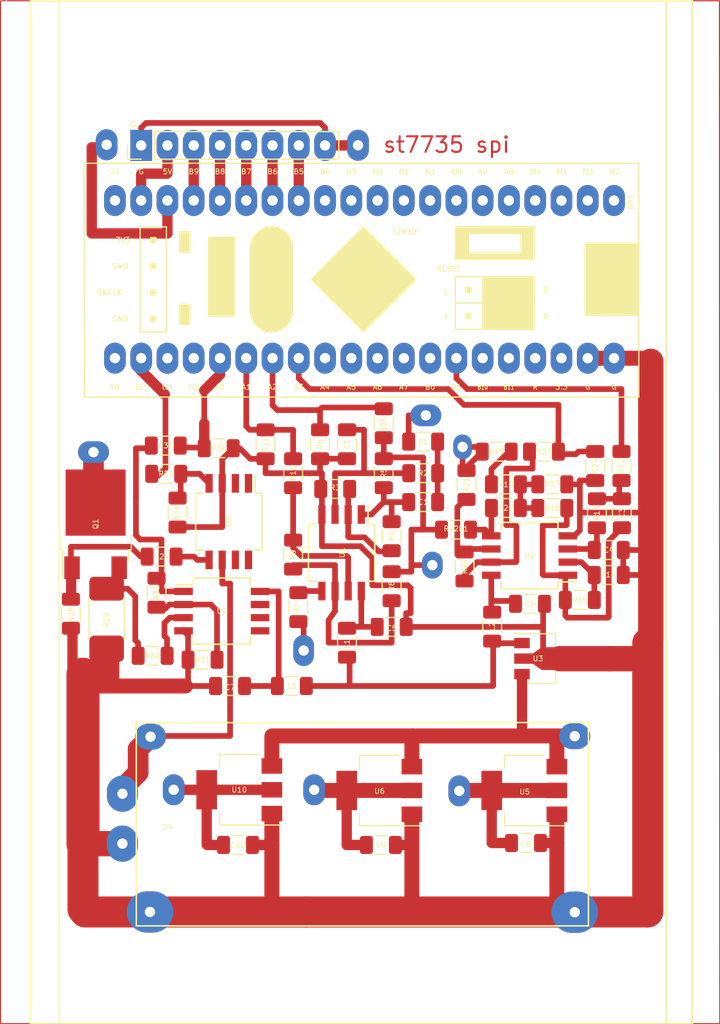
<source format=kicad_pcb>
(kicad_pcb (version 20171130) (host pcbnew 5.1.5+dfsg1-2build1)

  (general
    (thickness 1.6)
    (drawings 10)
    (tracks 383)
    (zones 0)
    (modules 73)
    (nets 79)
  )

  (page A4)
  (layers
    (0 F.Cu signal)
    (31 B.Cu signal)
    (32 B.Adhes user)
    (33 F.Adhes user)
    (34 B.Paste user)
    (35 F.Paste user)
    (36 B.SilkS user)
    (37 F.SilkS user)
    (38 B.Mask user)
    (39 F.Mask user)
    (40 Dwgs.User user)
    (41 Cmts.User user)
    (42 Eco1.User user)
    (43 Eco2.User user)
    (44 Edge.Cuts user)
    (45 Margin user)
    (46 B.CrtYd user)
    (47 F.CrtYd user hide)
    (48 B.Fab user)
    (49 F.Fab user hide)
  )

  (setup
    (last_trace_width 0.45)
    (trace_clearance 0.2)
    (zone_clearance 1)
    (zone_45_only no)
    (trace_min 0.2)
    (via_size 0.8)
    (via_drill 0.4)
    (via_min_size 0.4)
    (via_min_drill 0.3)
    (uvia_size 0.3)
    (uvia_drill 0.1)
    (uvias_allowed no)
    (uvia_min_size 0.2)
    (uvia_min_drill 0.1)
    (edge_width 0.1)
    (segment_width 0.2)
    (pcb_text_width 0.3)
    (pcb_text_size 1.5 1.5)
    (mod_edge_width 0.15)
    (mod_text_size 1 1)
    (mod_text_width 0.15)
    (pad_size 1.5 1)
    (pad_drill 0)
    (pad_to_mask_clearance 0)
    (solder_mask_min_width 0.25)
    (aux_axis_origin 0 0)
    (grid_origin 9.906 9.906)
    (visible_elements FFFFFF7F)
    (pcbplotparams
      (layerselection 0x010fc_ffffffff)
      (usegerberextensions false)
      (usegerberattributes false)
      (usegerberadvancedattributes false)
      (creategerberjobfile false)
      (excludeedgelayer true)
      (linewidth 0.100000)
      (plotframeref false)
      (viasonmask false)
      (mode 1)
      (useauxorigin false)
      (hpglpennumber 1)
      (hpglpenspeed 20)
      (hpglpendiameter 15.000000)
      (psnegative false)
      (psa4output false)
      (plotreference true)
      (plotvalue true)
      (plotinvisibletext false)
      (padsonsilk false)
      (subtractmaskfromsilk false)
      (outputformat 1)
      (mirror false)
      (drillshape 0)
      (scaleselection 1)
      (outputdirectory ""))
  )

  (net 0 "")
  (net 1 GND)
  (net 2 +3V3)
  (net 3 "Net-(C1-Pad1)")
  (net 4 "Net-(C1-Pad2)")
  (net 5 "Net-(C2-Pad2)")
  (net 6 "Net-(R3-Pad2)")
  (net 7 "Net-(R7-Pad2)")
  (net 8 "Net-(R8-Pad2)")
  (net 9 "Net-(R10-Pad1)")
  (net 10 "Net-(C3-Pad1)")
  (net 11 "Net-(C3-Pad2)")
  (net 12 "Net-(C4-Pad2)")
  (net 13 "Net-(Q1-Pad1)")
  (net 14 "Net-(Q1-Pad3)")
  (net 15 "Net-(R14-Pad2)")
  (net 16 "Net-(R16-Pad1)")
  (net 17 "Net-(R18-Pad1)")
  (net 18 "Net-(R20-Pad2)")
  (net 19 "Net-(R21-Pad2)")
  (net 20 "Net-(R22-Pad2)")
  (net 21 "Net-(R25-Pad2)")
  (net 22 "Net-(R27-Pad2)")
  (net 23 "Net-(R30-Pad1)")
  (net 24 "Net-(R31-Pad1)")
  (net 25 "Net-(R32-Pad1)")
  (net 26 "Net-(U8-Pad1)")
  (net 27 "Net-(U8-Pad2)")
  (net 28 "Net-(U8-Pad7)")
  (net 29 "Net-(U8-Pad8)")
  (net 30 +12V)
  (net 31 "Net-(BP1-Pad20)")
  (net 32 "Net-(BP1-Pad21)")
  (net 33 "Net-(BP1-Pad19)")
  (net 34 "Net-(BP1-Pad22)")
  (net 35 "Net-(BP1-Pad23)")
  (net 36 "Net-(BP1-Pad17)")
  (net 37 "Net-(BP1-Pad24)")
  (net 38 "Net-(BP1-Pad16)")
  (net 39 "Net-(BP1-Pad25)")
  (net 40 "Net-(BP1-Pad15)")
  (net 41 "Net-(BP1-Pad26)")
  (net 42 "Net-(BP1-Pad14)")
  (net 43 "Net-(BP1-Pad27)")
  (net 44 "Net-(BP1-Pad13)")
  (net 45 "Net-(BP1-Pad28)")
  (net 46 "Net-(BP1-Pad12)")
  (net 47 "Net-(BP1-Pad29)")
  (net 48 "Net-(BP1-Pad11)")
  (net 49 "Net-(BP1-Pad30)")
  (net 50 "Net-(BP1-Pad10)")
  (net 51 "Net-(BP1-Pad31)")
  (net 52 "Net-(BP1-Pad9)")
  (net 53 "Net-(BP1-Pad32)")
  (net 54 "Net-(BP1-Pad8)")
  (net 55 "Net-(BP1-Pad33)")
  (net 56 "Net-(BP1-Pad7)")
  (net 57 "Net-(BP1-Pad34)")
  (net 58 "Net-(BP1-Pad6)")
  (net 59 "Net-(BP1-Pad35)")
  (net 60 "Net-(BP1-Pad5)")
  (net 61 "Net-(BP1-Pad36)")
  (net 62 "Net-(BP1-Pad4)")
  (net 63 "Net-(BP1-Pad37)")
  (net 64 "Net-(BP1-Pad3)")
  (net 65 "Net-(BP1-Pad38)")
  (net 66 "Net-(BP1-Pad2)")
  (net 67 "Net-(BP1-Pad1)")
  (net 68 "Net-(C6-Pad2)")
  (net 69 "Net-(C5-Pad2)")
  (net 70 "Net-(C7-Pad2)")
  (net 71 "Net-(LSU1-Pad1)")
  (net 72 "Net-(LSU1-Pad2)")
  (net 73 "Net-(LSU1-Pad3)")
  (net 74 "Net-(LSU1-Pad5)")
  (net 75 +5V)
  (net 76 +7.5V)
  (net 77 +5P)
  (net 78 +2V5)

  (net_class Default "Это класс цепей по умолчанию."
    (clearance 0.2)
    (trace_width 0.45)
    (via_dia 0.8)
    (via_drill 0.4)
    (uvia_dia 0.3)
    (uvia_drill 0.1)
    (add_net +12V)
    (add_net +2V5)
    (add_net +3V3)
    (add_net +5P)
    (add_net +5V)
    (add_net +7.5V)
    (add_net GND)
    (add_net "Net-(BP1-Pad1)")
    (add_net "Net-(BP1-Pad10)")
    (add_net "Net-(BP1-Pad11)")
    (add_net "Net-(BP1-Pad12)")
    (add_net "Net-(BP1-Pad13)")
    (add_net "Net-(BP1-Pad14)")
    (add_net "Net-(BP1-Pad15)")
    (add_net "Net-(BP1-Pad16)")
    (add_net "Net-(BP1-Pad17)")
    (add_net "Net-(BP1-Pad19)")
    (add_net "Net-(BP1-Pad2)")
    (add_net "Net-(BP1-Pad20)")
    (add_net "Net-(BP1-Pad21)")
    (add_net "Net-(BP1-Pad22)")
    (add_net "Net-(BP1-Pad23)")
    (add_net "Net-(BP1-Pad24)")
    (add_net "Net-(BP1-Pad25)")
    (add_net "Net-(BP1-Pad26)")
    (add_net "Net-(BP1-Pad27)")
    (add_net "Net-(BP1-Pad28)")
    (add_net "Net-(BP1-Pad29)")
    (add_net "Net-(BP1-Pad3)")
    (add_net "Net-(BP1-Pad30)")
    (add_net "Net-(BP1-Pad31)")
    (add_net "Net-(BP1-Pad32)")
    (add_net "Net-(BP1-Pad33)")
    (add_net "Net-(BP1-Pad34)")
    (add_net "Net-(BP1-Pad35)")
    (add_net "Net-(BP1-Pad36)")
    (add_net "Net-(BP1-Pad37)")
    (add_net "Net-(BP1-Pad38)")
    (add_net "Net-(BP1-Pad4)")
    (add_net "Net-(BP1-Pad5)")
    (add_net "Net-(BP1-Pad6)")
    (add_net "Net-(BP1-Pad7)")
    (add_net "Net-(BP1-Pad8)")
    (add_net "Net-(BP1-Pad9)")
    (add_net "Net-(C1-Pad1)")
    (add_net "Net-(C1-Pad2)")
    (add_net "Net-(C2-Pad2)")
    (add_net "Net-(C3-Pad1)")
    (add_net "Net-(C3-Pad2)")
    (add_net "Net-(C4-Pad2)")
    (add_net "Net-(C5-Pad2)")
    (add_net "Net-(C6-Pad2)")
    (add_net "Net-(C7-Pad2)")
    (add_net "Net-(LSU1-Pad1)")
    (add_net "Net-(LSU1-Pad2)")
    (add_net "Net-(LSU1-Pad3)")
    (add_net "Net-(LSU1-Pad5)")
    (add_net "Net-(Q1-Pad1)")
    (add_net "Net-(Q1-Pad3)")
    (add_net "Net-(R10-Pad1)")
    (add_net "Net-(R14-Pad2)")
    (add_net "Net-(R16-Pad1)")
    (add_net "Net-(R18-Pad1)")
    (add_net "Net-(R20-Pad2)")
    (add_net "Net-(R21-Pad2)")
    (add_net "Net-(R22-Pad2)")
    (add_net "Net-(R25-Pad2)")
    (add_net "Net-(R27-Pad2)")
    (add_net "Net-(R3-Pad2)")
    (add_net "Net-(R30-Pad1)")
    (add_net "Net-(R31-Pad1)")
    (add_net "Net-(R32-Pad1)")
    (add_net "Net-(R7-Pad2)")
    (add_net "Net-(R8-Pad2)")
    (add_net "Net-(U8-Pad1)")
    (add_net "Net-(U8-Pad2)")
    (add_net "Net-(U8-Pad7)")
    (add_net "Net-(U8-Pad8)")
  )

  (module MountingHole:MountingHole_2.2mm_M2_DIN965_Pad (layer F.Cu) (tedit 5E80DF41) (tstamp 5E80DF66)
    (at 117.602 119.38)
    (descr "Mounting Hole 2.2mm, M2, DIN965")
    (tags "mounting hole 2.2mm m2 din965")
    (path /5E70EFF4)
    (attr virtual)
    (fp_text reference J2 (at 0.0508 -0.0508 -90) (layer F.SilkS)
      (effects (font (size 0.5 0.5) (thickness 0.075)))
    )
    (fp_text value Conn_01x01_Female (at 0 2.9) (layer F.Fab)
      (effects (font (size 0.5 0.5) (thickness 0.075)))
    )
    (fp_text user %R (at 0.3 0) (layer F.Fab)
      (effects (font (size 0.5 0.5) (thickness 0.075)))
    )
    (fp_circle (center 0 0) (end 1.9 0) (layer Cmts.User) (width 0.15))
    (fp_circle (center 0 0) (end 2.15 0) (layer F.CrtYd) (width 0.05))
    (pad "" thru_hole oval (at 0 0) (size 3 3.5) (drill 1) (layers *.Cu *.Mask)
      (net 1 GND))
  )

  (module MountingHole:MountingHole_2.2mm_M2_DIN965_Pad (layer F.Cu) (tedit 5E80DF31) (tstamp 5E80DF66)
    (at 117.602 114.554)
    (descr "Mounting Hole 2.2mm, M2, DIN965")
    (tags "mounting hole 2.2mm m2 din965")
    (path /5E70EFF4)
    (attr virtual)
    (fp_text reference J2 (at 0.0508 -0.0508 270) (layer F.SilkS)
      (effects (font (size 0.5 0.5) (thickness 0.075)))
    )
    (fp_text value Conn_01x01_Female (at 0 2.9) (layer F.Fab)
      (effects (font (size 0.5 0.5) (thickness 0.075)))
    )
    (fp_circle (center 0 0) (end 2.15 0) (layer F.CrtYd) (width 0.05))
    (fp_circle (center 0 0) (end 1.9 0) (layer Cmts.User) (width 0.15))
    (fp_text user %R (at 0.3 0) (layer F.Fab)
      (effects (font (size 0.5 0.5) (thickness 0.075)))
    )
    (pad "" thru_hole oval (at 0 0) (size 3 3.5) (drill 1) (layers *.Cu *.Mask)
      (net 30 +12V))
  )

  (module MountingHole:MountingHole_2.2mm_M2_DIN965_Pad (layer F.Cu) (tedit 5E80D755) (tstamp 5E80DF49)
    (at 146.939 77.978 90)
    (descr "Mounting Hole 2.2mm, M2, DIN965")
    (tags "mounting hole 2.2mm m2 din965")
    (path /5E70EFF4)
    (attr virtual)
    (fp_text reference J2 (at 0.0508 0 90) (layer F.SilkS)
      (effects (font (size 0.5 0.5) (thickness 0.075)))
    )
    (fp_text value Conn_01x01_Female (at 0 2.9 90) (layer F.Fab)
      (effects (font (size 0.5 0.5) (thickness 0.075)))
    )
    (fp_text user %R (at 0.3 0 90) (layer F.Fab)
      (effects (font (size 0.5 0.5) (thickness 0.075)))
    )
    (fp_circle (center 0 0) (end 1.9 0) (layer Cmts.User) (width 0.15))
    (fp_circle (center 0 0) (end 2.15 0) (layer F.CrtYd) (width 0.05))
    (pad "" thru_hole oval (at 0 0 90) (size 2.1 3) (drill 1) (layers *.Cu *.Mask)
      (net 78 +2V5))
  )

  (module MountingHole:MountingHole_2.2mm_M2_DIN965_Pad (layer F.Cu) (tedit 5E80CB30) (tstamp 5E8106BD)
    (at 122.555 114.173)
    (descr "Mounting Hole 2.2mm, M2, DIN965")
    (tags "mounting hole 2.2mm m2 din965")
    (path /5E70EFF4)
    (attr virtual)
    (fp_text reference J2 (at 0.0508 0) (layer F.SilkS)
      (effects (font (size 0.5 0.5) (thickness 0.075)))
    )
    (fp_text value Conn_01x01_Female (at 0 2.9) (layer F.Fab)
      (effects (font (size 0.5 0.5) (thickness 0.075)))
    )
    (fp_circle (center 0 0) (end 2.15 0) (layer F.CrtYd) (width 0.05))
    (fp_circle (center 0 0) (end 1.9 0) (layer Cmts.User) (width 0.15))
    (fp_text user %R (at 0.3 0) (layer F.Fab)
      (effects (font (size 0.5 0.5) (thickness 0.075)))
    )
    (pad "" thru_hole oval (at 0 0) (size 2.1 3) (drill 1) (layers *.Cu *.Mask)
      (net 78 +2V5))
  )

  (module Resistor_SMD:R_1206_3216Metric (layer F.Cu) (tedit 5B301BBD) (tstamp 5E80B676)
    (at 149.86 89.027 180)
    (descr "Resistor SMD 1206 (3216 Metric), square (rectangular) end terminal, IPC_7351 nominal, (Body size source: http://www.tortai-tech.com/upload/download/2011102023233369053.pdf), generated with kicad-footprint-generator")
    (tags resistor)
    (path /5E78654E)
    (attr smd)
    (fp_text reference R22b1 (at 0 0.092999) (layer F.SilkS)
      (effects (font (size 0.5 0.5) (thickness 0.075)))
    )
    (fp_text value 100k* (at 0 1.82) (layer F.Fab)
      (effects (font (size 0.5 0.5) (thickness 0.075)))
    )
    (fp_line (start -1.6 0.8) (end -1.6 -0.8) (layer F.Fab) (width 0.1))
    (fp_line (start -1.6 -0.8) (end 1.6 -0.8) (layer F.Fab) (width 0.1))
    (fp_line (start 1.6 -0.8) (end 1.6 0.8) (layer F.Fab) (width 0.1))
    (fp_line (start 1.6 0.8) (end -1.6 0.8) (layer F.Fab) (width 0.1))
    (fp_line (start -0.602064 -0.91) (end 0.602064 -0.91) (layer F.SilkS) (width 0.12))
    (fp_line (start -0.602064 0.91) (end 0.602064 0.91) (layer F.SilkS) (width 0.12))
    (fp_line (start -2.28 1.12) (end -2.28 -1.12) (layer F.CrtYd) (width 0.05))
    (fp_line (start -2.28 -1.12) (end 2.28 -1.12) (layer F.CrtYd) (width 0.05))
    (fp_line (start 2.28 -1.12) (end 2.28 1.12) (layer F.CrtYd) (width 0.05))
    (fp_line (start 2.28 1.12) (end -2.28 1.12) (layer F.CrtYd) (width 0.05))
    (fp_text user %R (at 0 0) (layer F.Fab)
      (effects (font (size 0.8 0.8) (thickness 0.12)))
    )
    (pad 1 smd roundrect (at -1.4 0 180) (size 1.25 1.75) (layers F.Cu F.Paste F.Mask) (roundrect_rratio 0.2)
      (net 18 "Net-(R20-Pad2)"))
    (pad 2 smd roundrect (at 1.4 0 180) (size 1.25 1.75) (layers F.Cu F.Paste F.Mask) (roundrect_rratio 0.2)
      (net 73 "Net-(LSU1-Pad3)"))
    (model ${KISYS3DMOD}/Resistor_SMD.3dshapes/R_1206_3216Metric.wrl
      (at (xyz 0 0 0))
      (scale (xyz 1 1 1))
      (rotate (xyz 0 0 0))
    )
  )

  (module Resistor_SMD:R_1206_3216Metric (layer F.Cu) (tedit 5B301BBD) (tstamp 5E80B654)
    (at 142.875 78.737 90)
    (descr "Resistor SMD 1206 (3216 Metric), square (rectangular) end terminal, IPC_7351 nominal, (Body size source: http://www.tortai-tech.com/upload/download/2011102023233369053.pdf), generated with kicad-footprint-generator")
    (tags resistor)
    (path /5E92BD06)
    (attr smd)
    (fp_text reference R36 (at -0.127 0 90) (layer F.SilkS)
      (effects (font (size 0.5 0.5) (thickness 0.075)))
    )
    (fp_text value 3k3 (at 0 1.82 90) (layer F.Fab)
      (effects (font (size 0.5 0.5) (thickness 0.075)))
    )
    (fp_line (start -1.6 0.8) (end -1.6 -0.8) (layer F.Fab) (width 0.1))
    (fp_line (start -1.6 -0.8) (end 1.6 -0.8) (layer F.Fab) (width 0.1))
    (fp_line (start 1.6 -0.8) (end 1.6 0.8) (layer F.Fab) (width 0.1))
    (fp_line (start 1.6 0.8) (end -1.6 0.8) (layer F.Fab) (width 0.1))
    (fp_line (start -0.602064 -0.91) (end 0.602064 -0.91) (layer F.SilkS) (width 0.12))
    (fp_line (start -0.602064 0.91) (end 0.602064 0.91) (layer F.SilkS) (width 0.12))
    (fp_line (start -2.28 1.12) (end -2.28 -1.12) (layer F.CrtYd) (width 0.05))
    (fp_line (start -2.28 -1.12) (end 2.28 -1.12) (layer F.CrtYd) (width 0.05))
    (fp_line (start 2.28 -1.12) (end 2.28 1.12) (layer F.CrtYd) (width 0.05))
    (fp_line (start 2.28 1.12) (end -2.28 1.12) (layer F.CrtYd) (width 0.05))
    (fp_text user %R (at 0 0 90) (layer F.Fab)
      (effects (font (size 0.8 0.8) (thickness 0.12)))
    )
    (pad 1 smd roundrect (at -1.4 0 90) (size 1.25 1.75) (layers F.Cu F.Paste F.Mask) (roundrect_rratio 0.2)
      (net 73 "Net-(LSU1-Pad3)"))
    (pad 2 smd roundrect (at 1.4 0 90) (size 1.25 1.75) (layers F.Cu F.Paste F.Mask) (roundrect_rratio 0.2)
      (net 43 "Net-(BP1-Pad27)"))
    (model ${KISYS3DMOD}/Resistor_SMD.3dshapes/R_1206_3216Metric.wrl
      (at (xyz 0 0 0))
      (scale (xyz 1 1 1))
      (rotate (xyz 0 0 0))
    )
  )

  (module Resistor_SMD:R_1206_3216Metric (layer F.Cu) (tedit 5B301BBD) (tstamp 5E4FD92E)
    (at 112.6236 97.152 270)
    (descr "Resistor SMD 1206 (3216 Metric), square (rectangular) end terminal, IPC_7351 nominal, (Body size source: http://www.tortai-tech.com/upload/download/2011102023233369053.pdf), generated with kicad-footprint-generator")
    (tags resistor)
    (path /5E573D99)
    (attr smd)
    (fp_text reference R28 (at 0.0635 -0.0635 90) (layer F.SilkS)
      (effects (font (size 0.5 0.5) (thickness 0.075)))
    )
    (fp_text value 22k (at 0 1.82 90) (layer F.Fab)
      (effects (font (size 0.5 0.5) (thickness 0.075)))
    )
    (fp_line (start -1.6 0.8) (end -1.6 -0.8) (layer F.Fab) (width 0.1))
    (fp_line (start -1.6 -0.8) (end 1.6 -0.8) (layer F.Fab) (width 0.1))
    (fp_line (start 1.6 -0.8) (end 1.6 0.8) (layer F.Fab) (width 0.1))
    (fp_line (start 1.6 0.8) (end -1.6 0.8) (layer F.Fab) (width 0.1))
    (fp_line (start -0.602064 -0.91) (end 0.602064 -0.91) (layer F.SilkS) (width 0.12))
    (fp_line (start -0.602064 0.91) (end 0.602064 0.91) (layer F.SilkS) (width 0.12))
    (fp_line (start -2.28 1.12) (end -2.28 -1.12) (layer F.CrtYd) (width 0.05))
    (fp_line (start -2.28 -1.12) (end 2.28 -1.12) (layer F.CrtYd) (width 0.05))
    (fp_line (start 2.28 -1.12) (end 2.28 1.12) (layer F.CrtYd) (width 0.05))
    (fp_line (start 2.28 1.12) (end -2.28 1.12) (layer F.CrtYd) (width 0.05))
    (fp_text user %R (at 0 0 90) (layer F.Fab)
      (effects (font (size 0.8 0.8) (thickness 0.12)))
    )
    (pad 1 smd roundrect (at -1.4 0 270) (size 1.25 1.75) (layers F.Cu F.Paste F.Mask) (roundrect_rratio 0.2)
      (net 13 "Net-(Q1-Pad1)"))
    (pad 2 smd roundrect (at 1.4 0 270) (size 1.25 1.75) (layers F.Cu F.Paste F.Mask) (roundrect_rratio 0.2)
      (net 1 GND))
    (model ${KISYS3DMOD}/Resistor_SMD.3dshapes/R_1206_3216Metric.wrl
      (at (xyz 0 0 0))
      (scale (xyz 1 1 1))
      (rotate (xyz 0 0 0))
    )
  )

  (module Resistor_SMD:R_1206_3216Metric (layer F.Cu) (tedit 5B301BBD) (tstamp 5E4FCFD4)
    (at 142.5986 119.507 180)
    (descr "Resistor SMD 1206 (3216 Metric), square (rectangular) end terminal, IPC_7351 nominal, (Body size source: http://www.tortai-tech.com/upload/download/2011102023233369053.pdf), generated with kicad-footprint-generator")
    (tags resistor)
    (path /5E9A15F7)
    (attr smd)
    (fp_text reference C9 (at 0 0) (layer F.SilkS)
      (effects (font (size 0.5 0.5) (thickness 0.075)))
    )
    (fp_text value 1uF (at 0 1.82) (layer F.Fab)
      (effects (font (size 0.5 0.5) (thickness 0.075)))
    )
    (fp_line (start -1.6 0.8) (end -1.6 -0.8) (layer F.Fab) (width 0.1))
    (fp_line (start -1.6 -0.8) (end 1.6 -0.8) (layer F.Fab) (width 0.1))
    (fp_line (start 1.6 -0.8) (end 1.6 0.8) (layer F.Fab) (width 0.1))
    (fp_line (start 1.6 0.8) (end -1.6 0.8) (layer F.Fab) (width 0.1))
    (fp_line (start -0.602064 -0.91) (end 0.602064 -0.91) (layer F.SilkS) (width 0.12))
    (fp_line (start -0.602064 0.91) (end 0.602064 0.91) (layer F.SilkS) (width 0.12))
    (fp_line (start -2.28 1.12) (end -2.28 -1.12) (layer F.CrtYd) (width 0.05))
    (fp_line (start -2.28 -1.12) (end 2.28 -1.12) (layer F.CrtYd) (width 0.05))
    (fp_line (start 2.28 -1.12) (end 2.28 1.12) (layer F.CrtYd) (width 0.05))
    (fp_line (start 2.28 1.12) (end -2.28 1.12) (layer F.CrtYd) (width 0.05))
    (fp_text user %R (at 0 0) (layer F.Fab)
      (effects (font (size 0.8 0.8) (thickness 0.12)))
    )
    (pad 1 smd roundrect (at -1.4 0 180) (size 1.25 1.75) (layers F.Cu F.Paste F.Mask) (roundrect_rratio 0.2)
      (net 1 GND))
    (pad 2 smd roundrect (at 1.4 0 180) (size 1.25 1.75) (layers F.Cu F.Paste F.Mask) (roundrect_rratio 0.2)
      (net 75 +5V))
    (model ${KISYS3DMOD}/Resistor_SMD.3dshapes/R_1206_3216Metric.wrl
      (at (xyz 0 0 0))
      (scale (xyz 1 1 1))
      (rotate (xyz 0 0 0))
    )
  )

  (module Resistor_SMD:R_1206_3216Metric (layer F.Cu) (tedit 5B301BBD) (tstamp 5E4FCFC3)
    (at 156.6321 119.3165 180)
    (descr "Resistor SMD 1206 (3216 Metric), square (rectangular) end terminal, IPC_7351 nominal, (Body size source: http://www.tortai-tech.com/upload/download/2011102023233369053.pdf), generated with kicad-footprint-generator")
    (tags resistor)
    (path /5E9A3D0F)
    (attr smd)
    (fp_text reference C8 (at 0.003 -0.127) (layer F.SilkS)
      (effects (font (size 0.5 0.5) (thickness 0.075)))
    )
    (fp_text value 1uF (at 0 1.82) (layer F.Fab)
      (effects (font (size 0.5 0.5) (thickness 0.075)))
    )
    (fp_line (start -1.6 0.8) (end -1.6 -0.8) (layer F.Fab) (width 0.1))
    (fp_line (start -1.6 -0.8) (end 1.6 -0.8) (layer F.Fab) (width 0.1))
    (fp_line (start 1.6 -0.8) (end 1.6 0.8) (layer F.Fab) (width 0.1))
    (fp_line (start 1.6 0.8) (end -1.6 0.8) (layer F.Fab) (width 0.1))
    (fp_line (start -0.602064 -0.91) (end 0.602064 -0.91) (layer F.SilkS) (width 0.12))
    (fp_line (start -0.602064 0.91) (end 0.602064 0.91) (layer F.SilkS) (width 0.12))
    (fp_line (start -2.28 1.12) (end -2.28 -1.12) (layer F.CrtYd) (width 0.05))
    (fp_line (start -2.28 -1.12) (end 2.28 -1.12) (layer F.CrtYd) (width 0.05))
    (fp_line (start 2.28 -1.12) (end 2.28 1.12) (layer F.CrtYd) (width 0.05))
    (fp_line (start 2.28 1.12) (end -2.28 1.12) (layer F.CrtYd) (width 0.05))
    (fp_text user %R (at 0 0) (layer F.Fab)
      (effects (font (size 0.8 0.8) (thickness 0.12)))
    )
    (pad 1 smd roundrect (at -1.4 0 180) (size 1.25 1.75) (layers F.Cu F.Paste F.Mask) (roundrect_rratio 0.2)
      (net 1 GND))
    (pad 2 smd roundrect (at 1.4 0 180) (size 1.25 1.75) (layers F.Cu F.Paste F.Mask) (roundrect_rratio 0.2)
      (net 2 +3V3))
    (model ${KISYS3DMOD}/Resistor_SMD.3dshapes/R_1206_3216Metric.wrl
      (at (xyz 0 0 0))
      (scale (xyz 1 1 1))
      (rotate (xyz 0 0 0))
    )
  )

  (module Package_TO_SOT_SMD:SOT-223-3_TabPin2 (layer F.Cu) (tedit 5A02FF57) (tstamp 5E4FB630)
    (at 142.4436 114.2365 180)
    (descr "module CMS SOT223 4 pins")
    (tags "CMS SOT")
    (path /5E75BC26)
    (attr smd)
    (fp_text reference U6 (at -0.025 -0.0635) (layer F.SilkS)
      (effects (font (size 0.5 0.5) (thickness 0.075)))
    )
    (fp_text value AMS1117-5.0 (at 0 4.5) (layer F.Fab)
      (effects (font (size 0.5 0.5) (thickness 0.075)))
    )
    (fp_text user %R (at 0 0 90) (layer F.Fab)
      (effects (font (size 0.8 0.8) (thickness 0.12)))
    )
    (fp_line (start 1.91 3.41) (end 1.91 2.15) (layer F.SilkS) (width 0.12))
    (fp_line (start 1.91 -3.41) (end 1.91 -2.15) (layer F.SilkS) (width 0.12))
    (fp_line (start 4.4 -3.6) (end -4.4 -3.6) (layer F.CrtYd) (width 0.05))
    (fp_line (start 4.4 3.6) (end 4.4 -3.6) (layer F.CrtYd) (width 0.05))
    (fp_line (start -4.4 3.6) (end 4.4 3.6) (layer F.CrtYd) (width 0.05))
    (fp_line (start -4.4 -3.6) (end -4.4 3.6) (layer F.CrtYd) (width 0.05))
    (fp_line (start -1.85 -2.35) (end -0.85 -3.35) (layer F.Fab) (width 0.1))
    (fp_line (start -1.85 -2.35) (end -1.85 3.35) (layer F.Fab) (width 0.1))
    (fp_line (start -1.85 3.41) (end 1.91 3.41) (layer F.SilkS) (width 0.12))
    (fp_line (start -0.85 -3.35) (end 1.85 -3.35) (layer F.Fab) (width 0.1))
    (fp_line (start -4.1 -3.41) (end 1.91 -3.41) (layer F.SilkS) (width 0.12))
    (fp_line (start -1.85 3.35) (end 1.85 3.35) (layer F.Fab) (width 0.1))
    (fp_line (start 1.85 -3.35) (end 1.85 3.35) (layer F.Fab) (width 0.1))
    (pad 2 smd rect (at 3.15 0 180) (size 2 3.8) (layers F.Cu F.Paste F.Mask)
      (net 75 +5V))
    (pad 2 smd rect (at -3.15 0 180) (size 2 1.5) (layers F.Cu F.Paste F.Mask)
      (net 75 +5V))
    (pad 3 smd rect (at -3.15 2.3 180) (size 2 1.5) (layers F.Cu F.Paste F.Mask)
      (net 76 +7.5V))
    (pad 1 smd rect (at -3.15 -2.3 180) (size 2 1.5) (layers F.Cu F.Paste F.Mask)
      (net 1 GND))
    (model ${KISYS3DMOD}/Package_TO_SOT_SMD.3dshapes/SOT-223.wrl
      (at (xyz 0 0 0))
      (scale (xyz 1 1 1))
      (rotate (xyz 0 0 0))
    )
  )

  (module Package_TO_SOT_SMD:SOT-223-3_TabPin2 (layer F.Cu) (tedit 5A02FF57) (tstamp 5E4FA6B8)
    (at 156.4636 114.2365 180)
    (descr "module CMS SOT223 4 pins")
    (tags "CMS SOT")
    (path /5E50A3BE)
    (attr smd)
    (fp_text reference U5 (at -0.0385 -0.127) (layer F.SilkS)
      (effects (font (size 0.5 0.5) (thickness 0.075)))
    )
    (fp_text value AMS1117-3.3 (at 0 4.5) (layer F.Fab)
      (effects (font (size 0.5 0.5) (thickness 0.075)))
    )
    (fp_text user %R (at 0 0 90) (layer F.Fab)
      (effects (font (size 0.8 0.8) (thickness 0.12)))
    )
    (fp_line (start 1.91 3.41) (end 1.91 2.15) (layer F.SilkS) (width 0.12))
    (fp_line (start 1.91 -3.41) (end 1.91 -2.15) (layer F.SilkS) (width 0.12))
    (fp_line (start 4.4 -3.6) (end -4.4 -3.6) (layer F.CrtYd) (width 0.05))
    (fp_line (start 4.4 3.6) (end 4.4 -3.6) (layer F.CrtYd) (width 0.05))
    (fp_line (start -4.4 3.6) (end 4.4 3.6) (layer F.CrtYd) (width 0.05))
    (fp_line (start -4.4 -3.6) (end -4.4 3.6) (layer F.CrtYd) (width 0.05))
    (fp_line (start -1.85 -2.35) (end -0.85 -3.35) (layer F.Fab) (width 0.1))
    (fp_line (start -1.85 -2.35) (end -1.85 3.35) (layer F.Fab) (width 0.1))
    (fp_line (start -1.85 3.41) (end 1.91 3.41) (layer F.SilkS) (width 0.12))
    (fp_line (start -0.85 -3.35) (end 1.85 -3.35) (layer F.Fab) (width 0.1))
    (fp_line (start -4.1 -3.41) (end 1.91 -3.41) (layer F.SilkS) (width 0.12))
    (fp_line (start -1.85 3.35) (end 1.85 3.35) (layer F.Fab) (width 0.1))
    (fp_line (start 1.85 -3.35) (end 1.85 3.35) (layer F.Fab) (width 0.1))
    (pad 2 smd rect (at 3.15 0 180) (size 2 3.8) (layers F.Cu F.Paste F.Mask)
      (net 2 +3V3))
    (pad 2 smd rect (at -3.15 0 180) (size 2 1.5) (layers F.Cu F.Paste F.Mask)
      (net 2 +3V3))
    (pad 3 smd rect (at -3.15 2.3 180) (size 2 1.5) (layers F.Cu F.Paste F.Mask)
      (net 76 +7.5V))
    (pad 1 smd rect (at -3.15 -2.3 180) (size 2 1.5) (layers F.Cu F.Paste F.Mask)
      (net 1 GND))
    (model ${KISYS3DMOD}/Package_TO_SOT_SMD.3dshapes/SOT-223.wrl
      (at (xyz 0 0 0))
      (scale (xyz 1 1 1))
      (rotate (xyz 0 0 0))
    )
  )

  (module Connector_PinHeader_2.54mm:PinHeader_1x08_P2.54mm_Vertical (layer F.Cu) (tedit 5E527E06) (tstamp 5E4F12FF)
    (at 119.4181 51.8795 90)
    (descr "Through hole straight pin header, 1x08, 2.54mm pitch, single row")
    (tags "Through hole pin header THT 1x08 2.54mm single row")
    (path /5E66B460)
    (fp_text reference J1 (at 2.0955 -0.8001 180) (layer F.SilkS)
      (effects (font (size 0.5 0.5) (thickness 0.075)))
    )
    (fp_text value Conn_01x08_Male (at 0 20.11 90) (layer F.Fab)
      (effects (font (size 0.5 0.5) (thickness 0.075)))
    )
    (fp_line (start -0.635 -1.27) (end 1.27 -1.27) (layer F.Fab) (width 0.1))
    (fp_line (start 1.27 -1.27) (end 1.27 19.05) (layer F.Fab) (width 0.1))
    (fp_line (start 1.27 19.05) (end -1.27 19.05) (layer F.Fab) (width 0.1))
    (fp_line (start -1.27 19.05) (end -1.27 -0.635) (layer F.Fab) (width 0.1))
    (fp_line (start -1.27 -0.635) (end -0.635 -1.27) (layer F.Fab) (width 0.1))
    (fp_line (start -1.33 19.11) (end 1.33 19.11) (layer F.SilkS) (width 0.12))
    (fp_line (start -1.33 1.27) (end -1.33 19.11) (layer F.SilkS) (width 0.12))
    (fp_line (start 1.33 1.27) (end 1.33 19.11) (layer F.SilkS) (width 0.12))
    (fp_line (start -1.33 1.27) (end 1.33 1.27) (layer F.SilkS) (width 0.12))
    (fp_line (start -1.33 0) (end -1.33 -1.33) (layer F.SilkS) (width 0.12))
    (fp_line (start -1.33 -1.33) (end 0 -1.33) (layer F.SilkS) (width 0.12))
    (fp_line (start -1.8 -1.8) (end -1.8 19.55) (layer F.CrtYd) (width 0.05))
    (fp_line (start -1.8 19.55) (end 1.8 19.55) (layer F.CrtYd) (width 0.05))
    (fp_line (start 1.8 19.55) (end 1.8 -1.8) (layer F.CrtYd) (width 0.05))
    (fp_line (start 1.8 -1.8) (end -1.8 -1.8) (layer F.CrtYd) (width 0.05))
    (fp_text user %R (at 0 8.89) (layer F.Fab)
      (effects (font (size 0.5 0.5) (thickness 0.075)))
    )
    (pad 1 thru_hole rect (at 0 0 90) (size 3 2.1) (drill 1) (layers *.Cu *.Mask)
      (net 2 +3V3))
    (pad 2 thru_hole oval (at 0 2.54 90) (size 3 2.1) (drill 1) (layers *.Cu *.Mask)
      (net 33 "Net-(BP1-Pad19)"))
    (pad 3 thru_hole oval (at 0 5.08 90) (size 3 2.1) (drill 1) (layers *.Cu *.Mask)
      (net 36 "Net-(BP1-Pad17)"))
    (pad 4 thru_hole oval (at 0 7.62 90) (size 3 2.1) (drill 1) (layers *.Cu *.Mask)
      (net 38 "Net-(BP1-Pad16)"))
    (pad 5 thru_hole oval (at 0 10.16 90) (size 3 2.1) (drill 1) (layers *.Cu *.Mask)
      (net 40 "Net-(BP1-Pad15)"))
    (pad 6 thru_hole oval (at 0 12.7 90) (size 3 2.1) (drill 1) (layers *.Cu *.Mask)
      (net 42 "Net-(BP1-Pad14)"))
    (pad 7 thru_hole oval (at 0 15.24 90) (size 3 2.1) (drill 1) (layers *.Cu *.Mask)
      (net 44 "Net-(BP1-Pad13)"))
    (pad 8 thru_hole oval (at 0 17.78 90) (size 3 2.1) (drill 1) (layers *.Cu *.Mask)
      (net 2 +3V3))
    (model ${KISYS3DMOD}/Connector_PinHeader_2.54mm.3dshapes/PinHeader_1x08_P2.54mm_Vertical.wrl
      (at (xyz 0 0 0))
      (scale (xyz 1 1 1))
      (rotate (xyz 0 0 0))
    )
  )

  (module Package_TO_SOT_SMD:SOT-89-3 (layer F.Cu) (tedit 5A02FF57) (tstamp 5E4EC2D5)
    (at 157.7213 101.49078)
    (descr SOT-89-3)
    (tags SOT-89-3)
    (path /5E71C677)
    (attr smd)
    (fp_text reference U3 (at 0.0635 0) (layer F.SilkS)
      (effects (font (size 0.5 0.5) (thickness 0.075)))
    )
    (fp_text value L78L05_SOT89 (at 0.45 3.25) (layer F.Fab)
      (effects (font (size 0.5 0.5) (thickness 0.075)))
    )
    (fp_text user %R (at 0.38 0 90) (layer F.Fab)
      (effects (font (size 0.6 0.6) (thickness 0.09)))
    )
    (fp_line (start 1.78 1.2) (end 1.78 2.4) (layer F.SilkS) (width 0.12))
    (fp_line (start 1.78 2.4) (end -0.92 2.4) (layer F.SilkS) (width 0.12))
    (fp_line (start -2.22 -2.4) (end 1.78 -2.4) (layer F.SilkS) (width 0.12))
    (fp_line (start 1.78 -2.4) (end 1.78 -1.2) (layer F.SilkS) (width 0.12))
    (fp_line (start -0.92 -1.51) (end -0.13 -2.3) (layer F.Fab) (width 0.1))
    (fp_line (start 1.68 -2.3) (end 1.68 2.3) (layer F.Fab) (width 0.1))
    (fp_line (start 1.68 2.3) (end -0.92 2.3) (layer F.Fab) (width 0.1))
    (fp_line (start -0.92 2.3) (end -0.92 -1.51) (layer F.Fab) (width 0.1))
    (fp_line (start -0.13 -2.3) (end 1.68 -2.3) (layer F.Fab) (width 0.1))
    (fp_line (start 3.23 -2.55) (end 3.23 2.55) (layer F.CrtYd) (width 0.05))
    (fp_line (start 3.23 -2.55) (end -2.48 -2.55) (layer F.CrtYd) (width 0.05))
    (fp_line (start -2.48 2.55) (end 3.23 2.55) (layer F.CrtYd) (width 0.05))
    (fp_line (start -2.48 2.55) (end -2.48 -2.55) (layer F.CrtYd) (width 0.05))
    (pad 2 smd trapezoid (at 2.667 0 270) (size 1.6 0.85) (rect_delta 0 0.6 ) (layers F.Cu F.Paste F.Mask)
      (net 1 GND))
    (pad 1 smd rect (at -1.48 -1.5 270) (size 1 1.5) (layers F.Cu F.Paste F.Mask)
      (net 77 +5P))
    (pad 2 smd rect (at -1.3335 0 270) (size 1 1.8) (layers F.Cu F.Paste F.Mask)
      (net 1 GND))
    (pad 3 smd rect (at -1.48 1.5 270) (size 1 1.5) (layers F.Cu F.Paste F.Mask)
      (net 76 +7.5V))
    (pad 2 smd rect (at 1.3335 0 270) (size 2.2 1.84) (layers F.Cu F.Paste F.Mask)
      (net 1 GND))
    (pad 2 smd trapezoid (at -0.0762 0 90) (size 1.5 1) (rect_delta 0 0.7 ) (layers F.Cu F.Paste F.Mask)
      (net 1 GND))
    (model ${KISYS3DMOD}/Package_TO_SOT_SMD.3dshapes/SOT-89-3.wrl
      (at (xyz 0 0 0))
      (scale (xyz 1 1 1))
      (rotate (xyz 0 0 0))
    )
  )

  (module Inductor_SMD:L_1206_3216Metric (layer F.Cu) (tedit 5B301BBE) (tstamp 5E4EBDDF)
    (at 133.985 104.14 180)
    (descr "Inductor SMD 1206 (3216 Metric), square (rectangular) end terminal, IPC_7351 nominal, (Body size source: http://www.tortai-tech.com/upload/download/2011102023233369053.pdf), generated with kicad-footprint-generator")
    (tags inductor)
    (path /5E5F63F5)
    (attr smd)
    (fp_text reference L3 (at 0 0) (layer F.SilkS)
      (effects (font (size 0.5 0.5) (thickness 0.075)))
    )
    (fp_text value 10uG (at 0 1.82) (layer F.Fab)
      (effects (font (size 0.5 0.5) (thickness 0.075)))
    )
    (fp_text user %R (at 0 0) (layer F.Fab)
      (effects (font (size 0.8 0.8) (thickness 0.12)))
    )
    (fp_line (start 2.28 1.12) (end -2.28 1.12) (layer F.CrtYd) (width 0.05))
    (fp_line (start 2.28 -1.12) (end 2.28 1.12) (layer F.CrtYd) (width 0.05))
    (fp_line (start -2.28 -1.12) (end 2.28 -1.12) (layer F.CrtYd) (width 0.05))
    (fp_line (start -2.28 1.12) (end -2.28 -1.12) (layer F.CrtYd) (width 0.05))
    (fp_line (start -0.602064 0.91) (end 0.602064 0.91) (layer F.SilkS) (width 0.12))
    (fp_line (start -0.602064 -0.91) (end 0.602064 -0.91) (layer F.SilkS) (width 0.12))
    (fp_line (start 1.6 0.8) (end -1.6 0.8) (layer F.Fab) (width 0.1))
    (fp_line (start 1.6 -0.8) (end 1.6 0.8) (layer F.Fab) (width 0.1))
    (fp_line (start -1.6 -0.8) (end 1.6 -0.8) (layer F.Fab) (width 0.1))
    (fp_line (start -1.6 0.8) (end -1.6 -0.8) (layer F.Fab) (width 0.1))
    (pad 2 smd roundrect (at 1.4 0 180) (size 1.25 1.75) (layers F.Cu F.Paste F.Mask) (roundrect_rratio 0.2)
      (net 70 "Net-(C7-Pad2)"))
    (pad 1 smd roundrect (at -1.4 0 180) (size 1.25 1.75) (layers F.Cu F.Paste F.Mask) (roundrect_rratio 0.2)
      (net 77 +5P))
    (model ${KISYS3DMOD}/Inductor_SMD.3dshapes/L_1206_3216Metric.wrl
      (at (xyz 0 0 0))
      (scale (xyz 1 1 1))
      (rotate (xyz 0 0 0))
    )
  )

  (module Inductor_SMD:L_1206_3216Metric (layer F.Cu) (tedit 5B301BBE) (tstamp 5E4EBDCE)
    (at 153.35758 98.39914 90)
    (descr "Inductor SMD 1206 (3216 Metric), square (rectangular) end terminal, IPC_7351 nominal, (Body size source: http://www.tortai-tech.com/upload/download/2011102023233369053.pdf), generated with kicad-footprint-generator")
    (tags inductor)
    (path /5E5F5FCA)
    (attr smd)
    (fp_text reference L2 (at 0 0 90) (layer F.SilkS)
      (effects (font (size 0.5 0.5) (thickness 0.075)))
    )
    (fp_text value 10uG (at 0 1.82 90) (layer F.Fab)
      (effects (font (size 0.5 0.5) (thickness 0.075)))
    )
    (fp_line (start -1.6 0.8) (end -1.6 -0.8) (layer F.Fab) (width 0.1))
    (fp_line (start -1.6 -0.8) (end 1.6 -0.8) (layer F.Fab) (width 0.1))
    (fp_line (start 1.6 -0.8) (end 1.6 0.8) (layer F.Fab) (width 0.1))
    (fp_line (start 1.6 0.8) (end -1.6 0.8) (layer F.Fab) (width 0.1))
    (fp_line (start -0.602064 -0.91) (end 0.602064 -0.91) (layer F.SilkS) (width 0.12))
    (fp_line (start -0.602064 0.91) (end 0.602064 0.91) (layer F.SilkS) (width 0.12))
    (fp_line (start -2.28 1.12) (end -2.28 -1.12) (layer F.CrtYd) (width 0.05))
    (fp_line (start -2.28 -1.12) (end 2.28 -1.12) (layer F.CrtYd) (width 0.05))
    (fp_line (start 2.28 -1.12) (end 2.28 1.12) (layer F.CrtYd) (width 0.05))
    (fp_line (start 2.28 1.12) (end -2.28 1.12) (layer F.CrtYd) (width 0.05))
    (fp_text user %R (at 0 0 90) (layer F.Fab)
      (effects (font (size 0.8 0.8) (thickness 0.12)))
    )
    (pad 1 smd roundrect (at -1.4 0 90) (size 1.25 1.75) (layers F.Cu F.Paste F.Mask) (roundrect_rratio 0.2)
      (net 77 +5P))
    (pad 2 smd roundrect (at 1.4 0 90) (size 1.25 1.75) (layers F.Cu F.Paste F.Mask) (roundrect_rratio 0.2)
      (net 68 "Net-(C6-Pad2)"))
    (model ${KISYS3DMOD}/Inductor_SMD.3dshapes/L_1206_3216Metric.wrl
      (at (xyz 0 0 0))
      (scale (xyz 1 1 1))
      (rotate (xyz 0 0 0))
    )
  )

  (module Inductor_SMD:L_1206_3216Metric (layer F.Cu) (tedit 5B301BBE) (tstamp 5E4EBDBD)
    (at 139.319 99.952 90)
    (descr "Inductor SMD 1206 (3216 Metric), square (rectangular) end terminal, IPC_7351 nominal, (Body size source: http://www.tortai-tech.com/upload/download/2011102023233369053.pdf), generated with kicad-footprint-generator")
    (tags inductor)
    (path /5E5A5A7B)
    (attr smd)
    (fp_text reference L1 (at -0.124 0 90) (layer F.SilkS)
      (effects (font (size 0.5 0.5) (thickness 0.075)))
    )
    (fp_text value 10uG (at 0 1.82 90) (layer F.Fab)
      (effects (font (size 0.5 0.5) (thickness 0.075)))
    )
    (fp_text user %R (at 0 0 90) (layer F.Fab)
      (effects (font (size 0.8 0.8) (thickness 0.12)))
    )
    (fp_line (start 2.28 1.12) (end -2.28 1.12) (layer F.CrtYd) (width 0.05))
    (fp_line (start 2.28 -1.12) (end 2.28 1.12) (layer F.CrtYd) (width 0.05))
    (fp_line (start -2.28 -1.12) (end 2.28 -1.12) (layer F.CrtYd) (width 0.05))
    (fp_line (start -2.28 1.12) (end -2.28 -1.12) (layer F.CrtYd) (width 0.05))
    (fp_line (start -0.602064 0.91) (end 0.602064 0.91) (layer F.SilkS) (width 0.12))
    (fp_line (start -0.602064 -0.91) (end 0.602064 -0.91) (layer F.SilkS) (width 0.12))
    (fp_line (start 1.6 0.8) (end -1.6 0.8) (layer F.Fab) (width 0.1))
    (fp_line (start 1.6 -0.8) (end 1.6 0.8) (layer F.Fab) (width 0.1))
    (fp_line (start -1.6 -0.8) (end 1.6 -0.8) (layer F.Fab) (width 0.1))
    (fp_line (start -1.6 0.8) (end -1.6 -0.8) (layer F.Fab) (width 0.1))
    (pad 2 smd roundrect (at 1.4 0 90) (size 1.25 1.75) (layers F.Cu F.Paste F.Mask) (roundrect_rratio 0.2)
      (net 69 "Net-(C5-Pad2)"))
    (pad 1 smd roundrect (at -1.4 0 90) (size 1.25 1.75) (layers F.Cu F.Paste F.Mask) (roundrect_rratio 0.2)
      (net 77 +5P))
    (model ${KISYS3DMOD}/Inductor_SMD.3dshapes/L_1206_3216Metric.wrl
      (at (xyz 0 0 0))
      (scale (xyz 1 1 1))
      (rotate (xyz 0 0 0))
    )
  )

  (module Package_SO:SO-8_5.3x6.2mm_P1.27mm (layer F.Cu) (tedit 5A02F2D3) (tstamp 5E4DD44D)
    (at 138.7983 91.2622 270)
    (descr "8-Lead Plastic Small Outline, 5.3x6.2mm Body (http://www.ti.com.cn/cn/lit/ds/symlink/tl7705a.pdf)")
    (tags "SOIC 1.27")
    (path /5E888D4C)
    (attr smd)
    (fp_text reference U1 (at -0.0127 -0.0508 90) (layer F.SilkS)
      (effects (font (size 0.5 0.5) (thickness 0.075)))
    )
    (fp_text value MCP602 (at 0 4.13 90) (layer F.Fab)
      (effects (font (size 0.5 0.5) (thickness 0.075)))
    )
    (fp_text user %R (at 0 0 90) (layer F.Fab)
      (effects (font (size 0.5 0.5) (thickness 0.075)))
    )
    (fp_line (start -1.65 -3.1) (end 2.65 -3.1) (layer F.Fab) (width 0.15))
    (fp_line (start 2.65 -3.1) (end 2.65 3.1) (layer F.Fab) (width 0.15))
    (fp_line (start 2.65 3.1) (end -2.65 3.1) (layer F.Fab) (width 0.15))
    (fp_line (start -2.65 3.1) (end -2.65 -2.1) (layer F.Fab) (width 0.15))
    (fp_line (start -2.65 -2.1) (end -1.65 -3.1) (layer F.Fab) (width 0.15))
    (fp_line (start -4.83 -3.35) (end -4.83 3.35) (layer F.CrtYd) (width 0.05))
    (fp_line (start 4.83 -3.35) (end 4.83 3.35) (layer F.CrtYd) (width 0.05))
    (fp_line (start -4.83 -3.35) (end 4.83 -3.35) (layer F.CrtYd) (width 0.05))
    (fp_line (start -4.83 3.35) (end 4.83 3.35) (layer F.CrtYd) (width 0.05))
    (fp_line (start -2.75 -3.205) (end -2.75 -2.55) (layer F.SilkS) (width 0.15))
    (fp_line (start 2.75 -3.205) (end 2.75 -2.455) (layer F.SilkS) (width 0.15))
    (fp_line (start 2.75 3.205) (end 2.75 2.455) (layer F.SilkS) (width 0.15))
    (fp_line (start -2.75 3.205) (end -2.75 2.455) (layer F.SilkS) (width 0.15))
    (fp_line (start -2.75 -3.205) (end 2.75 -3.205) (layer F.SilkS) (width 0.15))
    (fp_line (start -2.75 3.205) (end 2.75 3.205) (layer F.SilkS) (width 0.15))
    (fp_line (start -2.75 -2.55) (end -4.5 -2.55) (layer F.SilkS) (width 0.15))
    (pad 1 smd rect (at -3.7 -1.905 270) (size 1.8 0.7) (layers F.Cu F.Paste F.Mask)
      (net 3 "Net-(C1-Pad1)"))
    (pad 2 smd rect (at -3.7 -0.635 270) (size 1.8 0.7) (layers F.Cu F.Paste F.Mask)
      (net 6 "Net-(R3-Pad2)"))
    (pad 3 smd rect (at -3.7 0.635 270) (size 1.8 0.7) (layers F.Cu F.Paste F.Mask)
      (net 5 "Net-(C2-Pad2)"))
    (pad 4 smd rect (at -3.7 1.905 270) (size 1.8 0.7) (layers F.Cu F.Paste F.Mask)
      (net 1 GND))
    (pad 5 smd rect (at 3.7 1.905 270) (size 1.8 0.7) (layers F.Cu F.Paste F.Mask)
      (net 7 "Net-(R7-Pad2)"))
    (pad 6 smd rect (at 3.7 0.635 270) (size 1.8 0.7) (layers F.Cu F.Paste F.Mask)
      (net 8 "Net-(R8-Pad2)"))
    (pad 7 smd rect (at 3.7 -0.635 270) (size 1.8 0.7) (layers F.Cu F.Paste F.Mask)
      (net 9 "Net-(R10-Pad1)"))
    (pad 8 smd rect (at 3.7 -1.905 270) (size 1.8 0.7) (layers F.Cu F.Paste F.Mask)
      (net 69 "Net-(C5-Pad2)"))
    (model ${KISYS3DMOD}/Package_SO.3dshapes/SO-8_5.3x6.2mm_P1.27mm.wrl
      (at (xyz 0 0 0))
      (scale (xyz 1 1 1))
      (rotate (xyz 0 0 0))
    )
  )

  (module Package_SO:SO-8_5.3x6.2mm_P1.27mm (layer F.Cu) (tedit 5A02F2D3) (tstamp 5E4E7CBE)
    (at 127.2116 96.901)
    (descr "8-Lead Plastic Small Outline, 5.3x6.2mm Body (http://www.ti.com.cn/cn/lit/ds/symlink/tl7705a.pdf)")
    (tags "SOIC 1.27")
    (path /5E888D4D)
    (attr smd)
    (fp_text reference U9 (at 0 0) (layer F.SilkS)
      (effects (font (size 0.5 0.5) (thickness 0.075)))
    )
    (fp_text value MCP602 (at 0 4.13) (layer F.Fab)
      (effects (font (size 0.5 0.5) (thickness 0.075)))
    )
    (fp_text user %R (at 0 0) (layer F.Fab)
      (effects (font (size 0.5 0.5) (thickness 0.075)))
    )
    (fp_line (start -1.65 -3.1) (end 2.65 -3.1) (layer F.Fab) (width 0.15))
    (fp_line (start 2.65 -3.1) (end 2.65 3.1) (layer F.Fab) (width 0.15))
    (fp_line (start 2.65 3.1) (end -2.65 3.1) (layer F.Fab) (width 0.15))
    (fp_line (start -2.65 3.1) (end -2.65 -2.1) (layer F.Fab) (width 0.15))
    (fp_line (start -2.65 -2.1) (end -1.65 -3.1) (layer F.Fab) (width 0.15))
    (fp_line (start -4.83 -3.35) (end -4.83 3.35) (layer F.CrtYd) (width 0.05))
    (fp_line (start 4.83 -3.35) (end 4.83 3.35) (layer F.CrtYd) (width 0.05))
    (fp_line (start -4.83 -3.35) (end 4.83 -3.35) (layer F.CrtYd) (width 0.05))
    (fp_line (start -4.83 3.35) (end 4.83 3.35) (layer F.CrtYd) (width 0.05))
    (fp_line (start -2.75 -3.205) (end -2.75 -2.55) (layer F.SilkS) (width 0.15))
    (fp_line (start 2.75 -3.205) (end 2.75 -2.455) (layer F.SilkS) (width 0.15))
    (fp_line (start 2.75 3.205) (end 2.75 2.455) (layer F.SilkS) (width 0.15))
    (fp_line (start -2.75 3.205) (end -2.75 2.455) (layer F.SilkS) (width 0.15))
    (fp_line (start -2.75 -3.205) (end 2.75 -3.205) (layer F.SilkS) (width 0.15))
    (fp_line (start -2.75 3.205) (end 2.75 3.205) (layer F.SilkS) (width 0.15))
    (fp_line (start -2.75 -2.55) (end -4.5 -2.55) (layer F.SilkS) (width 0.15))
    (pad 1 smd rect (at -3.7 -1.905) (size 1.8 0.7) (layers F.Cu F.Paste F.Mask)
      (net 25 "Net-(R32-Pad1)"))
    (pad 2 smd rect (at -3.7 -0.635) (size 1.8 0.7) (layers F.Cu F.Paste F.Mask)
      (net 24 "Net-(R31-Pad1)"))
    (pad 3 smd rect (at -3.7 0.635) (size 1.8 0.7) (layers F.Cu F.Paste F.Mask)
      (net 23 "Net-(R30-Pad1)"))
    (pad 4 smd rect (at -3.7 1.905) (size 1.8 0.7) (layers F.Cu F.Paste F.Mask)
      (net 1 GND))
    (pad 5 smd rect (at 3.7 1.905) (size 1.8 0.7) (layers F.Cu F.Paste F.Mask))
    (pad 6 smd rect (at 3.7 0.635) (size 1.8 0.7) (layers F.Cu F.Paste F.Mask))
    (pad 7 smd rect (at 3.7 -0.635) (size 1.8 0.7) (layers F.Cu F.Paste F.Mask))
    (pad 8 smd rect (at 3.7 -1.905) (size 1.8 0.7) (layers F.Cu F.Paste F.Mask)
      (net 70 "Net-(C7-Pad2)"))
    (model ${KISYS3DMOD}/Package_SO.3dshapes/SO-8_5.3x6.2mm_P1.27mm.wrl
      (at (xyz 0 0 0))
      (scale (xyz 1 1 1))
      (rotate (xyz 0 0 0))
    )
  )

  (module Module:YAAJ_BluePill (layer F.Cu) (tedit 5E50E983) (tstamp 5E4DFF59)
    (at 165.1381 57.20588 180)
    (path /5E77DF42)
    (fp_text reference BP1 (at -1.651 -0.127 270) (layer F.SilkS)
      (effects (font (size 0.5 0.5) (thickness 0.075)))
    )
    (fp_text value BluePill_1 (at 4 -7.7 90) (layer F.Fab) hide
      (effects (font (size 0.5 0.5) (thickness 0.075)))
    )
    (fp_line (start -2.4 3.6) (end -2.4 -19) (layer F.SilkS) (width 0.12))
    (fp_line (start -2.4 -19) (end 51.2 -19) (layer F.SilkS) (width 0.12))
    (fp_line (start 51.2 -19) (end 51.25 3.6) (layer F.SilkS) (width 0.12))
    (fp_line (start 51.25 3.6) (end -2.4 3.6) (layer F.SilkS) (width 0.12))
    (fp_line (start 2.00406 -4.13512) (end 2.00406 -11.12012) (layer F.SilkS) (width 0.12))
    (fp_line (start 24.22906 -2.54762) (end 19.14906 -7.62762) (layer F.SilkS) (width 0.12))
    (fp_line (start 19.14906 -7.62762) (end 24.22906 -12.70762) (layer F.SilkS) (width 0.12))
    (fp_line (start 24.22906 -12.70762) (end 29.30906 -7.62762) (layer F.SilkS) (width 0.12))
    (fp_line (start 29.30906 -7.62762) (end 24.22906 -2.54762) (layer F.SilkS) (width 0.12))
    (fp_line (start 7.71906 -2.54762) (end 7.71906 -5.08762) (layer F.SilkS) (width 0.12))
    (fp_line (start 7.71906 -5.08762) (end 15.33906 -5.08762) (layer F.SilkS) (width 0.12))
    (fp_line (start 15.33906 -5.08762) (end 15.33906 -2.54762) (layer F.SilkS) (width 0.12))
    (fp_line (start 15.33906 -2.54762) (end 7.71906 -2.54762) (layer F.SilkS) (width 0.12))
    (fp_line (start 8.98906 -3.18262) (end 8.98906 -4.45262) (layer F.SilkS) (width 0.12))
    (fp_line (start 14.06906 -4.45262) (end 14.06906 -3.18262) (layer F.SilkS) (width 0.12))
    (fp_line (start 14.06906 -3.18262) (end 8.98906 -3.18262) (layer F.SilkS) (width 0.12))
    (fp_line (start 7.71906 -7.37362) (end 15.33906 -7.37362) (layer F.SilkS) (width 0.12))
    (fp_line (start 15.33906 -7.37362) (end 15.33906 -12.45362) (layer F.SilkS) (width 0.12))
    (fp_line (start 15.33906 -12.45362) (end 7.71906 -12.45362) (layer F.SilkS) (width 0.12))
    (fp_line (start 7.71906 -12.45362) (end 7.71906 -7.37362) (layer F.SilkS) (width 0.12))
    (fp_line (start 7.71906 -9.91362) (end 15.33906 -9.91362) (layer F.SilkS) (width 0.12))
    (fp_poly (pts (xy -2.28 -4.115) (xy 2.8 -4.115) (xy 2.8 -11.1) (xy -2.28 -11.1)) (layer F.SilkS) (width 0.1))
    (fp_poly (pts (xy 19.14906 -7.62762) (xy 24.22906 -2.54762) (xy 29.30906 -7.62762) (xy 24.22906 -12.70762)) (layer F.SilkS) (width 0.1))
    (fp_poly (pts (xy 7.71906 -2.54762) (xy 7.71906 -5.72262) (xy 8.98906 -5.72262) (xy 8.98906 -2.54762)) (layer F.SilkS) (width 0.1))
    (fp_poly (pts (xy 14.06906 -2.54762) (xy 14.06906 -5.72262) (xy 15.33906 -5.72262) (xy 15.33906 -2.54762)) (layer F.SilkS) (width 0.1))
    (fp_poly (pts (xy 8.98906 -2.54762) (xy 8.98906 -3.18262) (xy 14.06906 -3.18262) (xy 14.06906 -2.54762)) (layer F.SilkS) (width 0.1))
    (fp_poly (pts (xy 8.98906 -5.08762) (xy 8.98906 -5.72262) (xy 14.06906 -5.72262) (xy 14.06906 -5.08762)) (layer F.SilkS) (width 0.1))
    (fp_poly (pts (xy 8.73506 -8.38962) (xy 8.73506 -8.89762) (xy 9.24306 -8.89762) (xy 9.24306 -8.38962)) (layer F.SilkS) (width 0.1))
    (fp_poly (pts (xy 8.73506 -10.92962) (xy 9.24306 -10.92962) (xy 9.24306 -11.43762) (xy 8.73506 -11.43762)) (layer F.SilkS) (width 0.1))
    (fp_poly (pts (xy 11.27506 -8.38962) (xy 11.27506 -8.89762) (xy 11.78306 -8.89762) (xy 11.78306 -8.38962)) (layer F.SilkS) (width 0.1))
    (fp_poly (pts (xy 11.27506 -10.92962) (xy 11.27506 -11.43762) (xy 11.78306 -11.43762) (xy 11.78306 -10.92962)) (layer F.SilkS) (width 0.1))
    (fp_poly (pts (xy 13.81506 -8.38962) (xy 14.32306 -8.38962) (xy 14.32306 -8.89762) (xy 13.81506 -8.89762)) (layer F.SilkS) (width 0.1))
    (fp_poly (pts (xy 13.81506 -10.92962) (xy 13.81506 -11.43762) (xy 14.32306 -11.43762) (xy 14.32306 -10.92962)) (layer F.SilkS) (width 0.1))
    (fp_line (start 43.27906 -2.54762) (end 45.81906 -2.54762) (layer F.SilkS) (width 0.12))
    (fp_line (start 45.81906 -2.54762) (end 45.81906 -12.70762) (layer F.SilkS) (width 0.12))
    (fp_line (start 45.81906 -12.70762) (end 43.27906 -12.70762) (layer F.SilkS) (width 0.12))
    (fp_line (start 43.27906 -12.70762) (end 43.27906 -2.54762) (layer F.SilkS) (width 0.12))
    (fp_poly (pts (xy 44.29506 -3.56362) (xy 44.80306 -3.56362) (xy 44.80306 -4.07162) (xy 44.29506 -4.07162)) (layer F.SilkS) (width 0.1))
    (fp_poly (pts (xy 44.29506 -6.10362) (xy 44.80306 -6.10362) (xy 44.80306 -6.61162) (xy 44.29506 -6.61162)) (layer F.SilkS) (width 0.1))
    (fp_poly (pts (xy 44.29506 -8.64362) (xy 44.80306 -8.64362) (xy 44.80306 -9.15162) (xy 44.29506 -9.15162)) (layer F.SilkS) (width 0.1))
    (fp_poly (pts (xy 44.29506 -11.18362) (xy 44.80306 -11.18362) (xy 44.80306 -11.69162) (xy 44.29506 -11.69162)) (layer F.SilkS) (width 0.1))
    (fp_arc (start 33.11906 -10.67562) (end 35.15106 -10.67562) (angle -180) (layer F.SilkS) (width 0.12))
    (fp_arc (start 33.11906 -4.57962) (end 31.08706 -4.57962) (angle -180) (layer F.SilkS) (width 0.12))
    (fp_line (start 31.08706 -4.57962) (end 31.08706 -10.67562) (layer F.SilkS) (width 0.12))
    (fp_line (start 35.15106 -4.57962) (end 35.15106 -10.67562) (layer F.SilkS) (width 0.12))
    (fp_poly (pts (xy 36.67506 -3.56362) (xy 36.67506 -11.18362) (xy 39.21506 -11.18362) (xy 39.21506 -3.56362)) (layer F.SilkS) (width 0.1))
    (fp_poly (pts (xy 31.19628 -4.20878) (xy 31.34995 -3.74523) (xy 31.60649 -3.36169) (xy 31.74238 -3.18516)
      (xy 32.05734 -2.92608) (xy 32.29102 -2.79908) (xy 32.52216 -2.72288) (xy 32.82696 -2.65176)
      (xy 33.11398 -2.59842) (xy 33.5407 -2.6416) (xy 33.890585 -2.743835) (xy 34.19602 -2.93624)
      (xy 34.41192 -3.08864) (xy 34.63798 -3.33756) (xy 34.87674 -3.62712) (xy 34.97326 -3.85572)
      (xy 35.01898 -4.04876) (xy 35.08756 -4.51358) (xy 35.09264 -10.83818) (xy 34.96564 -11.39444)
      (xy 34.59226 -11.97864) (xy 34.24174 -12.29106) (xy 33.72612 -12.52855) (xy 33.38068 -12.59205)
      (xy 33.07588 -12.6238) (xy 32.74314 -12.59332) (xy 32.34182 -12.4841) (xy 32.1437 -12.40282)
      (xy 31.92018 -12.25042) (xy 31.70428 -12.02944) (xy 31.49854 -11.78052) (xy 31.2547 -11.31824)
      (xy 31.16326 -10.84326) (xy 31.16834 -4.5212)) (layer F.SilkS) (width 0.1))
    (fp_text user G (at 0 -18.034) (layer F.SilkS)
      (effects (font (size 0.5 0.5) (thickness 0.075)))
    )
    (fp_text user G (at 2.54 -18.034) (layer F.SilkS)
      (effects (font (size 0.5 0.5) (thickness 0.075)))
    )
    (fp_text user 3.3 (at 5.08 -18.034) (layer F.SilkS)
      (effects (font (size 0.5 0.5) (thickness 0.075)))
    )
    (fp_text user R (at 7.62 -18.034) (layer F.SilkS)
      (effects (font (size 0.5 0.5) (thickness 0.075)))
    )
    (fp_text user B11 (at 10.16 -18.034) (layer F.SilkS)
      (effects (font (size 0.5 0.35) (thickness 0.075)))
    )
    (fp_text user B10 (at 12.7 -18.034) (layer F.SilkS)
      (effects (font (size 0.5 0.35) (thickness 0.075)))
    )
    (fp_text user B1 (at 15.24 -18.034) (layer F.SilkS)
      (effects (font (size 0.5 0.5) (thickness 0.075)))
    )
    (fp_text user B0 (at 17.78 -18.034) (layer F.SilkS)
      (effects (font (size 0.5 0.5) (thickness 0.075)))
    )
    (fp_text user A7 (at 20.32 -18.034) (layer F.SilkS)
      (effects (font (size 0.5 0.5) (thickness 0.075)))
    )
    (fp_text user A6 (at 22.86 -18.034) (layer F.SilkS)
      (effects (font (size 0.5 0.5) (thickness 0.075)))
    )
    (fp_text user A5 (at 25.4 -18.034) (layer F.SilkS)
      (effects (font (size 0.5 0.5) (thickness 0.075)))
    )
    (fp_text user A4 (at 27.94 -18.034) (layer F.SilkS)
      (effects (font (size 0.5 0.5) (thickness 0.075)))
    )
    (fp_text user A3 (at 30.48 -18.034) (layer F.SilkS)
      (effects (font (size 0.5 0.5) (thickness 0.075)))
    )
    (fp_text user A2 (at 33.02 -18.034) (layer F.SilkS)
      (effects (font (size 0.5 0.5) (thickness 0.075)))
    )
    (fp_text user A1 (at 35.56 -18.034) (layer F.SilkS)
      (effects (font (size 0.5 0.5) (thickness 0.075)))
    )
    (fp_text user A0 (at 38.1 -18.034) (layer F.SilkS)
      (effects (font (size 0.5 0.5) (thickness 0.075)))
    )
    (fp_text user C15 (at 40.64 -18.034) (layer F.SilkS)
      (effects (font (size 0.5 0.35) (thickness 0.075)))
    )
    (fp_text user C14 (at 43.18 -18.034) (layer F.SilkS)
      (effects (font (size 0.5 0.35) (thickness 0.075)))
    )
    (fp_text user C13 (at 45.72 -18.034) (layer F.SilkS)
      (effects (font (size 0.5 0.35) (thickness 0.075)))
    )
    (fp_text user VB (at 48.26 -18.034) (layer F.SilkS)
      (effects (font (size 0.5 0.5) (thickness 0.075)))
    )
    (fp_text user B12 (at 0 2.794) (layer F.SilkS)
      (effects (font (size 0.5 0.35) (thickness 0.075)))
    )
    (fp_text user B13 (at 2.54 2.794) (layer F.SilkS)
      (effects (font (size 0.5 0.35) (thickness 0.075)))
    )
    (fp_text user B14 (at 5.08 2.794) (layer F.SilkS)
      (effects (font (size 0.5 0.35) (thickness 0.075)))
    )
    (fp_text user B15 (at 7.62 2.794) (layer F.SilkS)
      (effects (font (size 0.5 0.35) (thickness 0.075)))
    )
    (fp_text user A8 (at 10.16 2.794) (layer F.SilkS)
      (effects (font (size 0.5 0.5) (thickness 0.075)))
    )
    (fp_text user A9 (at 12.7 2.794) (layer F.SilkS)
      (effects (font (size 0.5 0.5) (thickness 0.075)))
    )
    (fp_text user A10 (at 15.24 2.794) (layer F.SilkS)
      (effects (font (size 0.5 0.35) (thickness 0.075)))
    )
    (fp_text user A11 (at 17.78 2.794) (layer F.SilkS)
      (effects (font (size 0.5 0.35) (thickness 0.075)))
    )
    (fp_text user A12 (at 20.32 2.794) (layer F.SilkS)
      (effects (font (size 0.5 0.35) (thickness 0.075)))
    )
    (fp_text user A15 (at 22.86 2.794) (layer F.SilkS)
      (effects (font (size 0.5 0.35) (thickness 0.075)))
    )
    (fp_text user B3 (at 25.4 2.794) (layer F.SilkS)
      (effects (font (size 0.5 0.5) (thickness 0.075)))
    )
    (fp_text user B4 (at 27.94 2.794) (layer F.SilkS)
      (effects (font (size 0.5 0.5) (thickness 0.075)))
    )
    (fp_text user B5 (at 30.48 2.794) (layer F.SilkS)
      (effects (font (size 0.5 0.5) (thickness 0.075)))
    )
    (fp_text user B6 (at 33.02 2.794) (layer F.SilkS)
      (effects (font (size 0.5 0.5) (thickness 0.075)))
    )
    (fp_text user B7 (at 35.56 2.794) (layer F.SilkS)
      (effects (font (size 0.5 0.5) (thickness 0.075)))
    )
    (fp_text user B8 (at 38.1 2.794) (layer F.SilkS)
      (effects (font (size 0.5 0.5) (thickness 0.075)))
    )
    (fp_text user B9 (at 40.64 2.794) (layer F.SilkS)
      (effects (font (size 0.5 0.5) (thickness 0.075)))
    )
    (fp_text user 5V (at 43.18 2.794) (layer F.SilkS)
      (effects (font (size 0.5 0.5) (thickness 0.075)))
    )
    (fp_text user 3.3 (at 48.26 2.794) (layer F.SilkS)
      (effects (font (size 0.5 0.35) (thickness 0.075)))
    )
    (fp_text user G (at 45.72 2.794) (layer F.SilkS)
      (effects (font (size 0.5 0.5) (thickness 0.075)))
    )
    (fp_text user 0 (at 6.604 -11.176) (layer F.SilkS)
      (effects (font (size 0.5 0.5) (thickness 0.075)))
    )
    (fp_text user 0 (at 6.604 -8.636) (layer F.SilkS)
      (effects (font (size 0.5 0.5) (thickness 0.075)))
    )
    (fp_text user 1 (at 16.256 -11.176) (layer F.SilkS)
      (effects (font (size 0.5 0.5) (thickness 0.075)))
    )
    (fp_text user 1 (at 16.256 -8.89) (layer F.SilkS)
      (effects (font (size 0.5 0.5) (thickness 0.075)))
    )
    (fp_text user RESET (at 16.002 -6.604) (layer F.SilkS)
      (effects (font (size 0.5 0.5) (thickness 0.075)))
    )
    (fp_text user STM32° (at 20.066 -3.048) (layer F.SilkS)
      (effects (font (size 0.5 0.5) (thickness 0.075)))
    )
    (fp_text user GND (at 47.752 -11.43) (layer F.SilkS)
      (effects (font (size 0.5 0.5) (thickness 0.075)))
    )
    (fp_text user SWCLK (at 48.768 -8.89) (layer F.SilkS)
      (effects (font (size 0.5 0.5) (thickness 0.075)))
    )
    (fp_text user SWO (at 47.752 -6.35) (layer F.SilkS)
      (effects (font (size 0.5 0.5) (thickness 0.075)))
    )
    (fp_text user 3V3 (at 47.498 -3.81) (layer F.SilkS)
      (effects (font (size 0.5 0.5) (thickness 0.075)))
    )
    (fp_line (start -2.5 -19.1) (end 51.3 -19.1) (layer F.CrtYd) (width 0.12))
    (fp_line (start 51.3 -19.1) (end 51.3 3.7) (layer F.CrtYd) (width 0.12))
    (fp_line (start 51.3 3.7) (end -2.5 3.7) (layer F.CrtYd) (width 0.12))
    (fp_line (start -2.5 -19.1) (end -2.5 3.7) (layer F.CrtYd) (width 0.12))
    (fp_poly (pts (xy 7.8 -12.4) (xy 12.7 -12.4) (xy 12.7 -7.4) (xy 7.8 -7.4)) (layer F.SilkS) (width 0.1))
    (fp_poly (pts (xy 41 -12) (xy 41 -10) (xy 42 -10) (xy 42 -12)) (layer F.SilkS) (width 0.1))
    (fp_poly (pts (xy 42 -5) (xy 41 -5) (xy 41 -3) (xy 42 -3)) (layer F.SilkS) (width 0.1))
    (pad 20 thru_hole oval (at 48.26 0 180) (size 2.1 3) (drill 1) (layers *.Cu *.Mask)
      (net 31 "Net-(BP1-Pad20)"))
    (pad 21 thru_hole oval (at 48.26 -15.24 180) (size 2.1 3) (drill 1) (layers *.Cu *.Mask)
      (net 32 "Net-(BP1-Pad21)"))
    (pad 19 thru_hole oval (at 45.72 0 180) (size 2.1 3) (drill 1) (layers *.Cu *.Mask)
      (net 33 "Net-(BP1-Pad19)"))
    (pad 22 thru_hole oval (at 45.72 -15.24 180) (size 2.1 3) (drill 1) (layers *.Cu *.Mask)
      (net 34 "Net-(BP1-Pad22)"))
    (pad 18 thru_hole oval (at 43.18 0 180) (size 2.1 3) (drill 1) (layers *.Cu *.Mask)
      (net 75 +5V))
    (pad 23 thru_hole oval (at 43.18 -15.24762 180) (size 2.1 3) (drill 1) (layers *.Cu *.Mask)
      (net 35 "Net-(BP1-Pad23)"))
    (pad 17 thru_hole oval (at 40.64 0 180) (size 2.1 3) (drill 1) (layers *.Cu *.Mask)
      (net 36 "Net-(BP1-Pad17)"))
    (pad 24 thru_hole oval (at 40.64 -15.24 180) (size 2.1 3) (drill 1) (layers *.Cu *.Mask)
      (net 37 "Net-(BP1-Pad24)"))
    (pad 16 thru_hole oval (at 38.1 0 180) (size 2.1 3) (drill 1) (layers *.Cu *.Mask)
      (net 38 "Net-(BP1-Pad16)"))
    (pad 25 thru_hole oval (at 38.1 -15.24 180) (size 2.1 3) (drill 1) (layers *.Cu *.Mask)
      (net 39 "Net-(BP1-Pad25)"))
    (pad 15 thru_hole oval (at 35.56 0 180) (size 2.1 3) (drill 1) (layers *.Cu *.Mask)
      (net 40 "Net-(BP1-Pad15)"))
    (pad 26 thru_hole oval (at 35.56 -15.24 180) (size 2.1 3) (drill 1) (layers *.Cu *.Mask)
      (net 41 "Net-(BP1-Pad26)"))
    (pad 14 thru_hole oval (at 33.02 0 180) (size 2.1 3) (drill 1) (layers *.Cu *.Mask)
      (net 42 "Net-(BP1-Pad14)"))
    (pad 27 thru_hole oval (at 33.02 -15.24 180) (size 2.1 3) (drill 1) (layers *.Cu *.Mask)
      (net 43 "Net-(BP1-Pad27)"))
    (pad 13 thru_hole oval (at 30.48 -0.00762 180) (size 2.1 3) (drill 1) (layers *.Cu *.Mask)
      (net 44 "Net-(BP1-Pad13)"))
    (pad 28 thru_hole oval (at 30.48 -15.24 180) (size 2.1 3) (drill 1) (layers *.Cu *.Mask)
      (net 45 "Net-(BP1-Pad28)"))
    (pad 12 thru_hole oval (at 27.94 0 180) (size 2.1 3) (drill 1) (layers *.Cu *.Mask)
      (net 46 "Net-(BP1-Pad12)"))
    (pad 29 thru_hole oval (at 27.94 -15.24 180) (size 2.1 3) (drill 1) (layers *.Cu *.Mask)
      (net 47 "Net-(BP1-Pad29)"))
    (pad 11 thru_hole oval (at 25.4 0 180) (size 2.1 3) (drill 1) (layers *.Cu *.Mask)
      (net 48 "Net-(BP1-Pad11)"))
    (pad 30 thru_hole oval (at 25.4 -15.24 180) (size 2.1 3) (drill 1) (layers *.Cu *.Mask)
      (net 49 "Net-(BP1-Pad30)"))
    (pad 10 thru_hole oval (at 22.86 0 180) (size 2.1 3) (drill 1) (layers *.Cu *.Mask)
      (net 50 "Net-(BP1-Pad10)"))
    (pad 31 thru_hole oval (at 22.86 -15.24 180) (size 2.1 3) (drill 1) (layers *.Cu *.Mask)
      (net 51 "Net-(BP1-Pad31)"))
    (pad 9 thru_hole oval (at 20.32 0 180) (size 2.1 3) (drill 1) (layers *.Cu *.Mask)
      (net 52 "Net-(BP1-Pad9)"))
    (pad 32 thru_hole oval (at 20.32 -15.24762 180) (size 2.1 3) (drill 1) (layers *.Cu *.Mask)
      (net 53 "Net-(BP1-Pad32)"))
    (pad 8 thru_hole oval (at 17.78 0 180) (size 2.1 3) (drill 1) (layers *.Cu *.Mask)
      (net 54 "Net-(BP1-Pad8)"))
    (pad 33 thru_hole oval (at 17.78 -15.24 180) (size 2.1 3) (drill 1) (layers *.Cu *.Mask)
      (net 55 "Net-(BP1-Pad33)"))
    (pad 7 thru_hole oval (at 15.24 0 180) (size 2.1 3) (drill 1) (layers *.Cu *.Mask)
      (net 56 "Net-(BP1-Pad7)"))
    (pad 34 thru_hole oval (at 15.24 -15.24 180) (size 2.1 3) (drill 1) (layers *.Cu *.Mask)
      (net 57 "Net-(BP1-Pad34)"))
    (pad 6 thru_hole oval (at 12.7 0 180) (size 2.1 3) (drill 1) (layers *.Cu *.Mask)
      (net 58 "Net-(BP1-Pad6)"))
    (pad 35 thru_hole oval (at 12.7 -15.24 180) (size 2.1 3) (drill 1) (layers *.Cu *.Mask)
      (net 59 "Net-(BP1-Pad35)"))
    (pad 5 thru_hole oval (at 10.16 0 180) (size 2.1 3) (drill 1) (layers *.Cu *.Mask)
      (net 60 "Net-(BP1-Pad5)"))
    (pad 36 thru_hole oval (at 10.16 -15.24 180) (size 2.1 3) (drill 1) (layers *.Cu *.Mask)
      (net 61 "Net-(BP1-Pad36)"))
    (pad 4 thru_hole oval (at 7.62 0 180) (size 2.1 3) (drill 1) (layers *.Cu *.Mask)
      (net 62 "Net-(BP1-Pad4)"))
    (pad 37 thru_hole oval (at 7.62 -15.24 180) (size 2.1 3) (drill 1) (layers *.Cu *.Mask)
      (net 63 "Net-(BP1-Pad37)"))
    (pad 3 thru_hole oval (at 5.08 -0.00762 180) (size 2.1 3) (drill 1) (layers *.Cu *.Mask)
      (net 64 "Net-(BP1-Pad3)"))
    (pad 38 thru_hole oval (at 5.08 -15.24 180) (size 2.1 3) (drill 1) (layers *.Cu *.Mask)
      (net 65 "Net-(BP1-Pad38)"))
    (pad 2 thru_hole oval (at 2.54 0 180) (size 2.1 3) (drill 1) (layers *.Cu *.Mask)
      (net 66 "Net-(BP1-Pad2)"))
    (pad 39 thru_hole oval (at 2.54 -15.24762 180) (size 2.1 3) (drill 1) (layers *.Cu *.Mask)
      (net 1 GND))
    (pad 1 thru_hole oval (at 0 0 180) (size 2.1 3) (drill 1) (layers *.Cu *.Mask)
      (net 67 "Net-(BP1-Pad1)"))
    (pad 40 thru_hole oval (at 0 -15.24762 180) (size 2.1 3) (drill 1) (layers *.Cu *.Mask)
      (net 1 GND))
    (model ${KISYS3DMOD}/BluePill.3dshapes/YAAJ_BluePill.STEP
      (offset (xyz 21.6 17.9 -50.5))
      (scale (xyz 1 1 1))
      (rotate (xyz 0 0 -90))
    )
  )

  (module Resistor_SMD:R_1206_3216Metric (layer F.Cu) (tedit 5B301BBD) (tstamp 5E4CF6F8)
    (at 128.013 104.14)
    (descr "Resistor SMD 1206 (3216 Metric), square (rectangular) end terminal, IPC_7351 nominal, (Body size source: http://www.tortai-tech.com/upload/download/2011102023233369053.pdf), generated with kicad-footprint-generator")
    (tags resistor)
    (path /5E58A930)
    (attr smd)
    (fp_text reference C7 (at -0.003 0.127) (layer F.SilkS)
      (effects (font (size 0.5 0.5) (thickness 0.075)))
    )
    (fp_text value 1uF (at 0 1.82) (layer F.Fab)
      (effects (font (size 0.5 0.5) (thickness 0.075)))
    )
    (fp_line (start -1.6 0.8) (end -1.6 -0.8) (layer F.Fab) (width 0.1))
    (fp_line (start -1.6 -0.8) (end 1.6 -0.8) (layer F.Fab) (width 0.1))
    (fp_line (start 1.6 -0.8) (end 1.6 0.8) (layer F.Fab) (width 0.1))
    (fp_line (start 1.6 0.8) (end -1.6 0.8) (layer F.Fab) (width 0.1))
    (fp_line (start -0.602064 -0.91) (end 0.602064 -0.91) (layer F.SilkS) (width 0.12))
    (fp_line (start -0.602064 0.91) (end 0.602064 0.91) (layer F.SilkS) (width 0.12))
    (fp_line (start -2.28 1.12) (end -2.28 -1.12) (layer F.CrtYd) (width 0.05))
    (fp_line (start -2.28 -1.12) (end 2.28 -1.12) (layer F.CrtYd) (width 0.05))
    (fp_line (start 2.28 -1.12) (end 2.28 1.12) (layer F.CrtYd) (width 0.05))
    (fp_line (start 2.28 1.12) (end -2.28 1.12) (layer F.CrtYd) (width 0.05))
    (fp_text user %R (at 0 0) (layer F.Fab)
      (effects (font (size 0.8 0.8) (thickness 0.12)))
    )
    (pad 1 smd roundrect (at -1.4 0) (size 1.25 1.75) (layers F.Cu F.Paste F.Mask) (roundrect_rratio 0.2)
      (net 1 GND))
    (pad 2 smd roundrect (at 1.4 0) (size 1.25 1.75) (layers F.Cu F.Paste F.Mask) (roundrect_rratio 0.2)
      (net 70 "Net-(C7-Pad2)"))
    (model ${KISYS3DMOD}/Resistor_SMD.3dshapes/R_1206_3216Metric.wrl
      (at (xyz 0 0 0))
      (scale (xyz 1 1 1))
      (rotate (xyz 0 0 0))
    )
  )

  (module Resistor_SMD:R_1206_3216Metric (layer F.Cu) (tedit 5B301BBD) (tstamp 5E4CF6E7)
    (at 157.0131 96.19234 180)
    (descr "Resistor SMD 1206 (3216 Metric), square (rectangular) end terminal, IPC_7351 nominal, (Body size source: http://www.tortai-tech.com/upload/download/2011102023233369053.pdf), generated with kicad-footprint-generator")
    (tags resistor)
    (path /5E57CD4A)
    (attr smd)
    (fp_text reference C6 (at 0 0) (layer F.SilkS)
      (effects (font (size 0.5 0.5) (thickness 0.075)))
    )
    (fp_text value 1uF (at 0 1.82) (layer F.Fab)
      (effects (font (size 0.5 0.5) (thickness 0.075)))
    )
    (fp_line (start -1.6 0.8) (end -1.6 -0.8) (layer F.Fab) (width 0.1))
    (fp_line (start -1.6 -0.8) (end 1.6 -0.8) (layer F.Fab) (width 0.1))
    (fp_line (start 1.6 -0.8) (end 1.6 0.8) (layer F.Fab) (width 0.1))
    (fp_line (start 1.6 0.8) (end -1.6 0.8) (layer F.Fab) (width 0.1))
    (fp_line (start -0.602064 -0.91) (end 0.602064 -0.91) (layer F.SilkS) (width 0.12))
    (fp_line (start -0.602064 0.91) (end 0.602064 0.91) (layer F.SilkS) (width 0.12))
    (fp_line (start -2.28 1.12) (end -2.28 -1.12) (layer F.CrtYd) (width 0.05))
    (fp_line (start -2.28 -1.12) (end 2.28 -1.12) (layer F.CrtYd) (width 0.05))
    (fp_line (start 2.28 -1.12) (end 2.28 1.12) (layer F.CrtYd) (width 0.05))
    (fp_line (start 2.28 1.12) (end -2.28 1.12) (layer F.CrtYd) (width 0.05))
    (fp_text user %R (at 0 0) (layer F.Fab)
      (effects (font (size 0.8 0.8) (thickness 0.12)))
    )
    (pad 1 smd roundrect (at -1.4 0 180) (size 1.25 1.75) (layers F.Cu F.Paste F.Mask) (roundrect_rratio 0.2)
      (net 1 GND))
    (pad 2 smd roundrect (at 1.4 0 180) (size 1.25 1.75) (layers F.Cu F.Paste F.Mask) (roundrect_rratio 0.2)
      (net 68 "Net-(C6-Pad2)"))
    (model ${KISYS3DMOD}/Resistor_SMD.3dshapes/R_1206_3216Metric.wrl
      (at (xyz 0 0 0))
      (scale (xyz 1 1 1))
      (rotate (xyz 0 0 0))
    )
  )

  (module Resistor_SMD:R_1206_3216Metric (layer F.Cu) (tedit 5B301BBD) (tstamp 5E4CF6D6)
    (at 143.64 98.425 180)
    (descr "Resistor SMD 1206 (3216 Metric), square (rectangular) end terminal, IPC_7351 nominal, (Body size source: http://www.tortai-tech.com/upload/download/2011102023233369053.pdf), generated with kicad-footprint-generator")
    (tags resistor)
    (path /5E528227)
    (attr smd)
    (fp_text reference C5 (at -0.003 -0.127) (layer F.SilkS)
      (effects (font (size 0.5 0.5) (thickness 0.075)))
    )
    (fp_text value 1uF (at 0 1.82) (layer F.Fab)
      (effects (font (size 0.5 0.5) (thickness 0.075)))
    )
    (fp_text user %R (at 0 0) (layer F.Fab)
      (effects (font (size 0.8 0.8) (thickness 0.12)))
    )
    (fp_line (start 2.28 1.12) (end -2.28 1.12) (layer F.CrtYd) (width 0.05))
    (fp_line (start 2.28 -1.12) (end 2.28 1.12) (layer F.CrtYd) (width 0.05))
    (fp_line (start -2.28 -1.12) (end 2.28 -1.12) (layer F.CrtYd) (width 0.05))
    (fp_line (start -2.28 1.12) (end -2.28 -1.12) (layer F.CrtYd) (width 0.05))
    (fp_line (start -0.602064 0.91) (end 0.602064 0.91) (layer F.SilkS) (width 0.12))
    (fp_line (start -0.602064 -0.91) (end 0.602064 -0.91) (layer F.SilkS) (width 0.12))
    (fp_line (start 1.6 0.8) (end -1.6 0.8) (layer F.Fab) (width 0.1))
    (fp_line (start 1.6 -0.8) (end 1.6 0.8) (layer F.Fab) (width 0.1))
    (fp_line (start -1.6 -0.8) (end 1.6 -0.8) (layer F.Fab) (width 0.1))
    (fp_line (start -1.6 0.8) (end -1.6 -0.8) (layer F.Fab) (width 0.1))
    (pad 2 smd roundrect (at 1.4 0 180) (size 1.25 1.75) (layers F.Cu F.Paste F.Mask) (roundrect_rratio 0.2)
      (net 69 "Net-(C5-Pad2)"))
    (pad 1 smd roundrect (at -1.4 0 180) (size 1.25 1.75) (layers F.Cu F.Paste F.Mask) (roundrect_rratio 0.2)
      (net 1 GND))
    (model ${KISYS3DMOD}/Resistor_SMD.3dshapes/R_1206_3216Metric.wrl
      (at (xyz 0 0 0))
      (scale (xyz 1 1 1))
      (rotate (xyz 0 0 0))
    )
  )

  (module Resistor_SMD:R_1206_3216Metric (layer F.Cu) (tedit 5B301BBD) (tstamp 5E4D412B)
    (at 126.9141 81.153 180)
    (descr "Resistor SMD 1206 (3216 Metric), square (rectangular) end terminal, IPC_7351 nominal, (Body size source: http://www.tortai-tech.com/upload/download/2011102023233369053.pdf), generated with kicad-footprint-generator")
    (tags resistor)
    (path /5E577B40)
    (attr smd)
    (fp_text reference R34 (at 0 0) (layer F.SilkS)
      (effects (font (size 0.5 0.5) (thickness 0.075)))
    )
    (fp_text value 6k8 (at 0 1.82) (layer F.Fab)
      (effects (font (size 0.5 0.5) (thickness 0.075)))
    )
    (fp_line (start -1.6 0.8) (end -1.6 -0.8) (layer F.Fab) (width 0.1))
    (fp_line (start -1.6 -0.8) (end 1.6 -0.8) (layer F.Fab) (width 0.1))
    (fp_line (start 1.6 -0.8) (end 1.6 0.8) (layer F.Fab) (width 0.1))
    (fp_line (start 1.6 0.8) (end -1.6 0.8) (layer F.Fab) (width 0.1))
    (fp_line (start -0.602064 -0.91) (end 0.602064 -0.91) (layer F.SilkS) (width 0.12))
    (fp_line (start -0.602064 0.91) (end 0.602064 0.91) (layer F.SilkS) (width 0.12))
    (fp_line (start -2.28 1.12) (end -2.28 -1.12) (layer F.CrtYd) (width 0.05))
    (fp_line (start -2.28 -1.12) (end 2.28 -1.12) (layer F.CrtYd) (width 0.05))
    (fp_line (start 2.28 -1.12) (end 2.28 1.12) (layer F.CrtYd) (width 0.05))
    (fp_line (start 2.28 1.12) (end -2.28 1.12) (layer F.CrtYd) (width 0.05))
    (fp_text user %R (at 0 0) (layer F.Fab)
      (effects (font (size 0.8 0.8) (thickness 0.12)))
    )
    (pad 1 smd roundrect (at -1.4 0 180) (size 1.25 1.75) (layers F.Cu F.Paste F.Mask) (roundrect_rratio 0.2)
      (net 1 GND))
    (pad 2 smd roundrect (at 1.4 0 180) (size 1.25 1.75) (layers F.Cu F.Paste F.Mask) (roundrect_rratio 0.2)
      (net 39 "Net-(BP1-Pad25)"))
    (model ${KISYS3DMOD}/Resistor_SMD.3dshapes/R_1206_3216Metric.wrl
      (at (xyz 0 0 0))
      (scale (xyz 1 1 1))
      (rotate (xyz 0 0 0))
    )
  )

  (module Resistor_SMD:R_1206_3216Metric (layer F.Cu) (tedit 5B301BBD) (tstamp 5E4D411A)
    (at 121.796 80.899 180)
    (descr "Resistor SMD 1206 (3216 Metric), square (rectangular) end terminal, IPC_7351 nominal, (Body size source: http://www.tortai-tech.com/upload/download/2011102023233369053.pdf), generated with kicad-footprint-generator")
    (tags resistor)
    (path /5E57700B)
    (attr smd)
    (fp_text reference R33 (at -0.003 0) (layer F.SilkS)
      (effects (font (size 0.5 0.5) (thickness 0.075)))
    )
    (fp_text value 3k3 (at 0 1.82) (layer F.Fab)
      (effects (font (size 0.5 0.5) (thickness 0.075)))
    )
    (fp_text user %R (at 0 0) (layer F.Fab)
      (effects (font (size 0.8 0.8) (thickness 0.12)))
    )
    (fp_line (start 2.28 1.12) (end -2.28 1.12) (layer F.CrtYd) (width 0.05))
    (fp_line (start 2.28 -1.12) (end 2.28 1.12) (layer F.CrtYd) (width 0.05))
    (fp_line (start -2.28 -1.12) (end 2.28 -1.12) (layer F.CrtYd) (width 0.05))
    (fp_line (start -2.28 1.12) (end -2.28 -1.12) (layer F.CrtYd) (width 0.05))
    (fp_line (start -0.602064 0.91) (end 0.602064 0.91) (layer F.SilkS) (width 0.12))
    (fp_line (start -0.602064 -0.91) (end 0.602064 -0.91) (layer F.SilkS) (width 0.12))
    (fp_line (start 1.6 0.8) (end -1.6 0.8) (layer F.Fab) (width 0.1))
    (fp_line (start 1.6 -0.8) (end 1.6 0.8) (layer F.Fab) (width 0.1))
    (fp_line (start -1.6 -0.8) (end 1.6 -0.8) (layer F.Fab) (width 0.1))
    (fp_line (start -1.6 0.8) (end -1.6 -0.8) (layer F.Fab) (width 0.1))
    (pad 2 smd roundrect (at 1.4 0 180) (size 1.25 1.75) (layers F.Cu F.Paste F.Mask) (roundrect_rratio 0.2)
      (net 25 "Net-(R32-Pad1)"))
    (pad 1 smd roundrect (at -1.4 0 180) (size 1.25 1.75) (layers F.Cu F.Paste F.Mask) (roundrect_rratio 0.2)
      (net 39 "Net-(BP1-Pad25)"))
    (model ${KISYS3DMOD}/Resistor_SMD.3dshapes/R_1206_3216Metric.wrl
      (at (xyz 0 0 0))
      (scale (xyz 1 1 1))
      (rotate (xyz 0 0 0))
    )
  )

  (module Resistor_SMD:R_1206_3216Metric (layer F.Cu) (tedit 5B301BBD) (tstamp 5E4D4109)
    (at 120.904 95.126 270)
    (descr "Resistor SMD 1206 (3216 Metric), square (rectangular) end terminal, IPC_7351 nominal, (Body size source: http://www.tortai-tech.com/upload/download/2011102023233369053.pdf), generated with kicad-footprint-generator")
    (tags resistor)
    (path /5E576AC5)
    (attr smd)
    (fp_text reference R32 (at 0 0 90) (layer F.SilkS)
      (effects (font (size 0.5 0.5) (thickness 0.075)))
    )
    (fp_text value 47k (at 0 1.82 90) (layer F.Fab)
      (effects (font (size 0.5 0.5) (thickness 0.075)))
    )
    (fp_line (start -1.6 0.8) (end -1.6 -0.8) (layer F.Fab) (width 0.1))
    (fp_line (start -1.6 -0.8) (end 1.6 -0.8) (layer F.Fab) (width 0.1))
    (fp_line (start 1.6 -0.8) (end 1.6 0.8) (layer F.Fab) (width 0.1))
    (fp_line (start 1.6 0.8) (end -1.6 0.8) (layer F.Fab) (width 0.1))
    (fp_line (start -0.602064 -0.91) (end 0.602064 -0.91) (layer F.SilkS) (width 0.12))
    (fp_line (start -0.602064 0.91) (end 0.602064 0.91) (layer F.SilkS) (width 0.12))
    (fp_line (start -2.28 1.12) (end -2.28 -1.12) (layer F.CrtYd) (width 0.05))
    (fp_line (start -2.28 -1.12) (end 2.28 -1.12) (layer F.CrtYd) (width 0.05))
    (fp_line (start 2.28 -1.12) (end 2.28 1.12) (layer F.CrtYd) (width 0.05))
    (fp_line (start 2.28 1.12) (end -2.28 1.12) (layer F.CrtYd) (width 0.05))
    (fp_text user %R (at 0 0 90) (layer F.Fab)
      (effects (font (size 0.8 0.8) (thickness 0.12)))
    )
    (pad 1 smd roundrect (at -1.4 0 270) (size 1.25 1.75) (layers F.Cu F.Paste F.Mask) (roundrect_rratio 0.2)
      (net 25 "Net-(R32-Pad1)"))
    (pad 2 smd roundrect (at 1.4 0 270) (size 1.25 1.75) (layers F.Cu F.Paste F.Mask) (roundrect_rratio 0.2)
      (net 24 "Net-(R31-Pad1)"))
    (model ${KISYS3DMOD}/Resistor_SMD.3dshapes/R_1206_3216Metric.wrl
      (at (xyz 0 0 0))
      (scale (xyz 1 1 1))
      (rotate (xyz 0 0 0))
    )
  )

  (module Resistor_SMD:R_1206_3216Metric (layer F.Cu) (tedit 5B301BBD) (tstamp 5E4D40F8)
    (at 125.352 101.6 180)
    (descr "Resistor SMD 1206 (3216 Metric), square (rectangular) end terminal, IPC_7351 nominal, (Body size source: http://www.tortai-tech.com/upload/download/2011102023233369053.pdf), generated with kicad-footprint-generator")
    (tags resistor)
    (path /5E5745AB)
    (attr smd)
    (fp_text reference R31 (at 0 -0.0127) (layer F.SilkS)
      (effects (font (size 0.5 0.5) (thickness 0.075)))
    )
    (fp_text value 1k* (at 0 1.82) (layer F.Fab)
      (effects (font (size 0.5 0.5) (thickness 0.075)))
    )
    (fp_text user %R (at 0 0) (layer F.Fab)
      (effects (font (size 0.8 0.8) (thickness 0.12)))
    )
    (fp_line (start 2.28 1.12) (end -2.28 1.12) (layer F.CrtYd) (width 0.05))
    (fp_line (start 2.28 -1.12) (end 2.28 1.12) (layer F.CrtYd) (width 0.05))
    (fp_line (start -2.28 -1.12) (end 2.28 -1.12) (layer F.CrtYd) (width 0.05))
    (fp_line (start -2.28 1.12) (end -2.28 -1.12) (layer F.CrtYd) (width 0.05))
    (fp_line (start -0.602064 0.91) (end 0.602064 0.91) (layer F.SilkS) (width 0.12))
    (fp_line (start -0.602064 -0.91) (end 0.602064 -0.91) (layer F.SilkS) (width 0.12))
    (fp_line (start 1.6 0.8) (end -1.6 0.8) (layer F.Fab) (width 0.1))
    (fp_line (start 1.6 -0.8) (end 1.6 0.8) (layer F.Fab) (width 0.1))
    (fp_line (start -1.6 -0.8) (end 1.6 -0.8) (layer F.Fab) (width 0.1))
    (fp_line (start -1.6 0.8) (end -1.6 -0.8) (layer F.Fab) (width 0.1))
    (pad 2 smd roundrect (at 1.4 0 180) (size 1.25 1.75) (layers F.Cu F.Paste F.Mask) (roundrect_rratio 0.2)
      (net 1 GND))
    (pad 1 smd roundrect (at -1.4 0 180) (size 1.25 1.75) (layers F.Cu F.Paste F.Mask) (roundrect_rratio 0.2)
      (net 24 "Net-(R31-Pad1)"))
    (model ${KISYS3DMOD}/Resistor_SMD.3dshapes/R_1206_3216Metric.wrl
      (at (xyz 0 0 0))
      (scale (xyz 1 1 1))
      (rotate (xyz 0 0 0))
    )
  )

  (module Resistor_SMD:R_1206_3216Metric (layer F.Cu) (tedit 5B301BBD) (tstamp 5E4D40E7)
    (at 120.526 101.219 180)
    (descr "Resistor SMD 1206 (3216 Metric), square (rectangular) end terminal, IPC_7351 nominal, (Body size source: http://www.tortai-tech.com/upload/download/2011102023233369053.pdf), generated with kicad-footprint-generator")
    (tags resistor)
    (path /5E57414D)
    (attr smd)
    (fp_text reference R30 (at -0.004201 -0.006201) (layer F.SilkS)
      (effects (font (size 0.5 0.5) (thickness 0.075)))
    )
    (fp_text value 1k (at 0 1.82) (layer F.Fab)
      (effects (font (size 0.5 0.5) (thickness 0.075)))
    )
    (fp_line (start -1.6 0.8) (end -1.6 -0.8) (layer F.Fab) (width 0.1))
    (fp_line (start -1.6 -0.8) (end 1.6 -0.8) (layer F.Fab) (width 0.1))
    (fp_line (start 1.6 -0.8) (end 1.6 0.8) (layer F.Fab) (width 0.1))
    (fp_line (start 1.6 0.8) (end -1.6 0.8) (layer F.Fab) (width 0.1))
    (fp_line (start -0.602064 -0.91) (end 0.602064 -0.91) (layer F.SilkS) (width 0.12))
    (fp_line (start -0.602064 0.91) (end 0.602064 0.91) (layer F.SilkS) (width 0.12))
    (fp_line (start -2.28 1.12) (end -2.28 -1.12) (layer F.CrtYd) (width 0.05))
    (fp_line (start -2.28 -1.12) (end 2.28 -1.12) (layer F.CrtYd) (width 0.05))
    (fp_line (start 2.28 -1.12) (end 2.28 1.12) (layer F.CrtYd) (width 0.05))
    (fp_line (start 2.28 1.12) (end -2.28 1.12) (layer F.CrtYd) (width 0.05))
    (fp_text user %R (at 0 0) (layer F.Fab)
      (effects (font (size 0.8 0.8) (thickness 0.12)))
    )
    (pad 1 smd roundrect (at -1.4 0 180) (size 1.25 1.75) (layers F.Cu F.Paste F.Mask) (roundrect_rratio 0.2)
      (net 23 "Net-(R30-Pad1)"))
    (pad 2 smd roundrect (at 1.4 0 180) (size 1.25 1.75) (layers F.Cu F.Paste F.Mask) (roundrect_rratio 0.2)
      (net 14 "Net-(Q1-Pad3)"))
    (model ${KISYS3DMOD}/Resistor_SMD.3dshapes/R_1206_3216Metric.wrl
      (at (xyz 0 0 0))
      (scale (xyz 1 1 1))
      (rotate (xyz 0 0 0))
    )
  )

  (module Resistor_SMD:R_2512_6332Metric (layer F.Cu) (tedit 5E71DF18) (tstamp 5E4D40D6)
    (at 116.078 97.6332 270)
    (descr "Resistor SMD 2512 (6332 Metric), square (rectangular) end terminal, IPC_7351 nominal, (Body size source: http://www.tortai-tech.com/upload/download/2011102023233369053.pdf), generated with kicad-footprint-generator")
    (tags resistor)
    (path /5E1FDE00)
    (attr smd)
    (fp_text reference R29 (at 0.127 0 90) (layer F.SilkS)
      (effects (font (size 0.5 0.5) (thickness 0.075)))
    )
    (fp_text value 0.01R (at 0 2.62 90) (layer F.Fab)
      (effects (font (size 0.5 0.5) (thickness 0.075)))
    )
    (fp_line (start -3.15 1.6) (end -3.15 -1.6) (layer F.Fab) (width 0.1))
    (fp_line (start -3.15 -1.6) (end 3.15 -1.6) (layer F.Fab) (width 0.1))
    (fp_line (start 3.15 -1.6) (end 3.15 1.6) (layer F.Fab) (width 0.1))
    (fp_line (start 3.15 1.6) (end -3.15 1.6) (layer F.Fab) (width 0.1))
    (fp_line (start -2.052064 -1.71) (end 2.052064 -1.71) (layer F.SilkS) (width 0.12))
    (fp_line (start -2.052064 1.71) (end 2.052064 1.71) (layer F.SilkS) (width 0.12))
    (fp_line (start -3.82 1.92) (end -3.82 -1.92) (layer F.CrtYd) (width 0.05))
    (fp_line (start -3.82 -1.92) (end 3.82 -1.92) (layer F.CrtYd) (width 0.05))
    (fp_line (start 3.82 -1.92) (end 3.82 1.92) (layer F.CrtYd) (width 0.05))
    (fp_line (start 3.82 1.92) (end -3.82 1.92) (layer F.CrtYd) (width 0.05))
    (fp_text user %R (at 0 0 90) (layer F.Fab)
      (effects (font (size 0.5 0.5) (thickness 0.075)))
    )
    (pad 1 smd roundrect (at -2.9 0 270) (size 2.3 3.35) (layers F.Cu F.Paste F.Mask) (roundrect_rratio 0.185)
      (net 14 "Net-(Q1-Pad3)"))
    (pad 2 smd roundrect (at 2.9 0 270) (size 2.54 3.35) (layers F.Cu F.Paste F.Mask) (roundrect_rratio 0.185)
      (net 1 GND))
    (model ${KISYS3DMOD}/Resistor_SMD.3dshapes/R_2512_6332Metric.wrl
      (at (xyz 0 0 0))
      (scale (xyz 1 1 1))
      (rotate (xyz 0 0 0))
    )
  )

  (module Resistor_SMD:R_1206_3216Metric (layer F.Cu) (tedit 5B301BBD) (tstamp 5E4D40B4)
    (at 121.3896 91.6305)
    (descr "Resistor SMD 1206 (3216 Metric), square (rectangular) end terminal, IPC_7351 nominal, (Body size source: http://www.tortai-tech.com/upload/download/2011102023233369053.pdf), generated with kicad-footprint-generator")
    (tags resistor)
    (path /5E5739C8)
    (attr smd)
    (fp_text reference R27 (at 0 0.0097) (layer F.SilkS)
      (effects (font (size 0.5 0.5) (thickness 0.075)))
    )
    (fp_text value 0.1K (at 0 1.82) (layer F.Fab)
      (effects (font (size 0.5 0.5) (thickness 0.075)))
    )
    (fp_line (start -1.6 0.8) (end -1.6 -0.8) (layer F.Fab) (width 0.1))
    (fp_line (start -1.6 -0.8) (end 1.6 -0.8) (layer F.Fab) (width 0.1))
    (fp_line (start 1.6 -0.8) (end 1.6 0.8) (layer F.Fab) (width 0.1))
    (fp_line (start 1.6 0.8) (end -1.6 0.8) (layer F.Fab) (width 0.1))
    (fp_line (start -0.602064 -0.91) (end 0.602064 -0.91) (layer F.SilkS) (width 0.12))
    (fp_line (start -0.602064 0.91) (end 0.602064 0.91) (layer F.SilkS) (width 0.12))
    (fp_line (start -2.28 1.12) (end -2.28 -1.12) (layer F.CrtYd) (width 0.05))
    (fp_line (start -2.28 -1.12) (end 2.28 -1.12) (layer F.CrtYd) (width 0.05))
    (fp_line (start 2.28 -1.12) (end 2.28 1.12) (layer F.CrtYd) (width 0.05))
    (fp_line (start 2.28 1.12) (end -2.28 1.12) (layer F.CrtYd) (width 0.05))
    (fp_text user %R (at 0 0) (layer F.Fab)
      (effects (font (size 0.8 0.8) (thickness 0.12)))
    )
    (pad 1 smd roundrect (at -1.4 0) (size 1.25 1.75) (layers F.Cu F.Paste F.Mask) (roundrect_rratio 0.2)
      (net 13 "Net-(Q1-Pad1)"))
    (pad 2 smd roundrect (at 1.4 0) (size 1.25 1.75) (layers F.Cu F.Paste F.Mask) (roundrect_rratio 0.2)
      (net 22 "Net-(R27-Pad2)"))
    (model ${KISYS3DMOD}/Resistor_SMD.3dshapes/R_1206_3216Metric.wrl
      (at (xyz 0 0 0))
      (scale (xyz 1 1 1))
      (rotate (xyz 0 0 0))
    )
  )

  (module Resistor_SMD:R_1206_3216Metric (layer F.Cu) (tedit 5B301BBD) (tstamp 5E4D40A3)
    (at 122.936 87.373 270)
    (descr "Resistor SMD 1206 (3216 Metric), square (rectangular) end terminal, IPC_7351 nominal, (Body size source: http://www.tortai-tech.com/upload/download/2011102023233369053.pdf), generated with kicad-footprint-generator")
    (tags resistor)
    (path /5E5729E8)
    (attr smd)
    (fp_text reference R26 (at 0 0.0127 90) (layer F.SilkS)
      (effects (font (size 0.5 0.5) (thickness 0.075)))
    )
    (fp_text value 22k (at 0 1.82 90) (layer F.Fab)
      (effects (font (size 0.5 0.5) (thickness 0.075)))
    )
    (fp_text user %R (at 0 0 90) (layer F.Fab)
      (effects (font (size 0.8 0.8) (thickness 0.12)))
    )
    (fp_line (start 2.28 1.12) (end -2.28 1.12) (layer F.CrtYd) (width 0.05))
    (fp_line (start 2.28 -1.12) (end 2.28 1.12) (layer F.CrtYd) (width 0.05))
    (fp_line (start -2.28 -1.12) (end 2.28 -1.12) (layer F.CrtYd) (width 0.05))
    (fp_line (start -2.28 1.12) (end -2.28 -1.12) (layer F.CrtYd) (width 0.05))
    (fp_line (start -0.602064 0.91) (end 0.602064 0.91) (layer F.SilkS) (width 0.12))
    (fp_line (start -0.602064 -0.91) (end 0.602064 -0.91) (layer F.SilkS) (width 0.12))
    (fp_line (start 1.6 0.8) (end -1.6 0.8) (layer F.Fab) (width 0.1))
    (fp_line (start 1.6 -0.8) (end 1.6 0.8) (layer F.Fab) (width 0.1))
    (fp_line (start -1.6 -0.8) (end 1.6 -0.8) (layer F.Fab) (width 0.1))
    (fp_line (start -1.6 0.8) (end -1.6 -0.8) (layer F.Fab) (width 0.1))
    (pad 2 smd roundrect (at 1.4 0 270) (size 1.25 1.75) (layers F.Cu F.Paste F.Mask) (roundrect_rratio 0.2)
      (net 1 GND))
    (pad 1 smd roundrect (at -1.4 0 270) (size 1.25 1.75) (layers F.Cu F.Paste F.Mask) (roundrect_rratio 0.2)
      (net 21 "Net-(R25-Pad2)"))
    (model ${KISYS3DMOD}/Resistor_SMD.3dshapes/R_1206_3216Metric.wrl
      (at (xyz 0 0 0))
      (scale (xyz 1 1 1))
      (rotate (xyz 0 0 0))
    )
  )

  (module Resistor_SMD:R_1206_3216Metric (layer F.Cu) (tedit 5B301BBD) (tstamp 5E4D4092)
    (at 121.8341 83.6295)
    (descr "Resistor SMD 1206 (3216 Metric), square (rectangular) end terminal, IPC_7351 nominal, (Body size source: http://www.tortai-tech.com/upload/download/2011102023233369053.pdf), generated with kicad-footprint-generator")
    (tags resistor)
    (path /5E571EB6)
    (attr smd)
    (fp_text reference R25 (at -0.0097 0) (layer F.SilkS)
      (effects (font (size 0.5 0.5) (thickness 0.075)))
    )
    (fp_text value 1K (at 0 1.82) (layer F.Fab)
      (effects (font (size 0.5 0.5) (thickness 0.075)))
    )
    (fp_line (start -1.6 0.8) (end -1.6 -0.8) (layer F.Fab) (width 0.1))
    (fp_line (start -1.6 -0.8) (end 1.6 -0.8) (layer F.Fab) (width 0.1))
    (fp_line (start 1.6 -0.8) (end 1.6 0.8) (layer F.Fab) (width 0.1))
    (fp_line (start 1.6 0.8) (end -1.6 0.8) (layer F.Fab) (width 0.1))
    (fp_line (start -0.602064 -0.91) (end 0.602064 -0.91) (layer F.SilkS) (width 0.12))
    (fp_line (start -0.602064 0.91) (end 0.602064 0.91) (layer F.SilkS) (width 0.12))
    (fp_line (start -2.28 1.12) (end -2.28 -1.12) (layer F.CrtYd) (width 0.05))
    (fp_line (start -2.28 -1.12) (end 2.28 -1.12) (layer F.CrtYd) (width 0.05))
    (fp_line (start 2.28 -1.12) (end 2.28 1.12) (layer F.CrtYd) (width 0.05))
    (fp_line (start 2.28 1.12) (end -2.28 1.12) (layer F.CrtYd) (width 0.05))
    (fp_text user %R (at 0 0) (layer F.Fab)
      (effects (font (size 0.8 0.8) (thickness 0.12)))
    )
    (pad 1 smd roundrect (at -1.4 0) (size 1.25 1.75) (layers F.Cu F.Paste F.Mask) (roundrect_rratio 0.2)
      (net 34 "Net-(BP1-Pad22)"))
    (pad 2 smd roundrect (at 1.4 0) (size 1.25 1.75) (layers F.Cu F.Paste F.Mask) (roundrect_rratio 0.2)
      (net 21 "Net-(R25-Pad2)"))
    (model ${KISYS3DMOD}/Resistor_SMD.3dshapes/R_1206_3216Metric.wrl
      (at (xyz 0 0 0))
      (scale (xyz 1 1 1))
      (rotate (xyz 0 0 0))
    )
  )

  (module Package_SO:SO-8_5.3x6.2mm_P1.27mm (layer F.Cu) (tedit 5A02F2D3) (tstamp 5E4C5FD0)
    (at 156.972 91.5289 180)
    (descr "8-Lead Plastic Small Outline, 5.3x6.2mm Body (http://www.ti.com.cn/cn/lit/ds/symlink/tl7705a.pdf)")
    (tags "SOIC 1.27")
    (path /5F157D1A)
    (attr smd)
    (fp_text reference U2 (at -0.003601 0.001999) (layer F.SilkS)
      (effects (font (size 0.5 0.5) (thickness 0.075)))
    )
    (fp_text value MCP602 (at 0 4.13) (layer F.Fab)
      (effects (font (size 0.5 0.5) (thickness 0.075)))
    )
    (fp_line (start -2.75 -2.55) (end -4.5 -2.55) (layer F.SilkS) (width 0.15))
    (fp_line (start -2.75 3.205) (end 2.75 3.205) (layer F.SilkS) (width 0.15))
    (fp_line (start -2.75 -3.205) (end 2.75 -3.205) (layer F.SilkS) (width 0.15))
    (fp_line (start -2.75 3.205) (end -2.75 2.455) (layer F.SilkS) (width 0.15))
    (fp_line (start 2.75 3.205) (end 2.75 2.455) (layer F.SilkS) (width 0.15))
    (fp_line (start 2.75 -3.205) (end 2.75 -2.455) (layer F.SilkS) (width 0.15))
    (fp_line (start -2.75 -3.205) (end -2.75 -2.55) (layer F.SilkS) (width 0.15))
    (fp_line (start -4.83 3.35) (end 4.83 3.35) (layer F.CrtYd) (width 0.05))
    (fp_line (start -4.83 -3.35) (end 4.83 -3.35) (layer F.CrtYd) (width 0.05))
    (fp_line (start 4.83 -3.35) (end 4.83 3.35) (layer F.CrtYd) (width 0.05))
    (fp_line (start -4.83 -3.35) (end -4.83 3.35) (layer F.CrtYd) (width 0.05))
    (fp_line (start -2.65 -2.1) (end -1.65 -3.1) (layer F.Fab) (width 0.15))
    (fp_line (start -2.65 3.1) (end -2.65 -2.1) (layer F.Fab) (width 0.15))
    (fp_line (start 2.65 3.1) (end -2.65 3.1) (layer F.Fab) (width 0.15))
    (fp_line (start 2.65 -3.1) (end 2.65 3.1) (layer F.Fab) (width 0.15))
    (fp_line (start -1.65 -3.1) (end 2.65 -3.1) (layer F.Fab) (width 0.15))
    (fp_text user %R (at 0 0) (layer F.Fab)
      (effects (font (size 0.5 0.5) (thickness 0.075)))
    )
    (pad 8 smd rect (at 3.7 -1.905 180) (size 1.8 0.7) (layers F.Cu F.Paste F.Mask)
      (net 68 "Net-(C6-Pad2)"))
    (pad 7 smd rect (at 3.7 -0.635 180) (size 1.8 0.7) (layers F.Cu F.Paste F.Mask)
      (net 20 "Net-(R22-Pad2)"))
    (pad 6 smd rect (at 3.7 0.635 180) (size 1.8 0.7) (layers F.Cu F.Paste F.Mask)
      (net 19 "Net-(R21-Pad2)"))
    (pad 5 smd rect (at 3.7 1.905 180) (size 1.8 0.7) (layers F.Cu F.Paste F.Mask)
      (net 18 "Net-(R20-Pad2)"))
    (pad 4 smd rect (at -3.7 1.905 180) (size 1.8 0.7) (layers F.Cu F.Paste F.Mask)
      (net 1 GND))
    (pad 3 smd rect (at -3.7 0.635 180) (size 1.8 0.7) (layers F.Cu F.Paste F.Mask)
      (net 12 "Net-(C4-Pad2)"))
    (pad 2 smd rect (at -3.7 -0.635 180) (size 1.8 0.7) (layers F.Cu F.Paste F.Mask)
      (net 15 "Net-(R14-Pad2)"))
    (pad 1 smd rect (at -3.7 -1.905 180) (size 1.8 0.7) (layers F.Cu F.Paste F.Mask)
      (net 10 "Net-(C3-Pad1)"))
    (model ${KISYS3DMOD}/Package_SO.3dshapes/SO-8_5.3x6.2mm_P1.27mm.wrl
      (at (xyz 0 0 0))
      (scale (xyz 1 1 1))
      (rotate (xyz 0 0 0))
    )
  )

  (module Resistor_SMD:R_1206_3216Metric (layer F.Cu) (tedit 5B301BBD) (tstamp 5E4C5F09)
    (at 163.322 82.8705 270)
    (descr "Resistor SMD 1206 (3216 Metric), square (rectangular) end terminal, IPC_7351 nominal, (Body size source: http://www.tortai-tech.com/upload/download/2011102023233369053.pdf), generated with kicad-footprint-generator")
    (tags resistor)
    (path /5E4E914A)
    (attr smd)
    (fp_text reference R24 (at 0 0 90) (layer F.SilkS)
      (effects (font (size 0.5 0.5) (thickness 0.075)))
    )
    (fp_text value 6k8 (at 0 1.82 90) (layer F.Fab)
      (effects (font (size 0.5 0.5) (thickness 0.075)))
    )
    (fp_line (start -1.6 0.8) (end -1.6 -0.8) (layer F.Fab) (width 0.1))
    (fp_line (start -1.6 -0.8) (end 1.6 -0.8) (layer F.Fab) (width 0.1))
    (fp_line (start 1.6 -0.8) (end 1.6 0.8) (layer F.Fab) (width 0.1))
    (fp_line (start 1.6 0.8) (end -1.6 0.8) (layer F.Fab) (width 0.1))
    (fp_line (start -0.602064 -0.91) (end 0.602064 -0.91) (layer F.SilkS) (width 0.12))
    (fp_line (start -0.602064 0.91) (end 0.602064 0.91) (layer F.SilkS) (width 0.12))
    (fp_line (start -2.28 1.12) (end -2.28 -1.12) (layer F.CrtYd) (width 0.05))
    (fp_line (start -2.28 -1.12) (end 2.28 -1.12) (layer F.CrtYd) (width 0.05))
    (fp_line (start 2.28 -1.12) (end 2.28 1.12) (layer F.CrtYd) (width 0.05))
    (fp_line (start 2.28 1.12) (end -2.28 1.12) (layer F.CrtYd) (width 0.05))
    (fp_text user %R (at 0 0 90) (layer F.Fab)
      (effects (font (size 0.8 0.8) (thickness 0.12)))
    )
    (pad 1 smd roundrect (at -1.4 0 270) (size 1.25 1.75) (layers F.Cu F.Paste F.Mask) (roundrect_rratio 0.2)
      (net 45 "Net-(BP1-Pad28)"))
    (pad 2 smd roundrect (at 1.4 0 270) (size 1.25 1.75) (layers F.Cu F.Paste F.Mask) (roundrect_rratio 0.2)
      (net 1 GND))
    (model ${KISYS3DMOD}/Resistor_SMD.3dshapes/R_1206_3216Metric.wrl
      (at (xyz 0 0 0))
      (scale (xyz 1 1 1))
      (rotate (xyz 0 0 0))
    )
  )

  (module Resistor_SMD:R_1206_3216Metric (layer F.Cu) (tedit 5B301BBD) (tstamp 5E4C5EF8)
    (at 158.366 81.4832)
    (descr "Resistor SMD 1206 (3216 Metric), square (rectangular) end terminal, IPC_7351 nominal, (Body size source: http://www.tortai-tech.com/upload/download/2011102023233369053.pdf), generated with kicad-footprint-generator")
    (tags resistor)
    (path /5E9D5225)
    (attr smd)
    (fp_text reference R23 (at 0.013199 0.010699) (layer F.SilkS)
      (effects (font (size 0.5 0.5) (thickness 0.075)))
    )
    (fp_text value 3k3 (at 0 1.82) (layer F.Fab)
      (effects (font (size 0.5 0.5) (thickness 0.075)))
    )
    (fp_text user %R (at 0 0) (layer F.Fab)
      (effects (font (size 0.8 0.8) (thickness 0.12)))
    )
    (fp_line (start 2.28 1.12) (end -2.28 1.12) (layer F.CrtYd) (width 0.05))
    (fp_line (start 2.28 -1.12) (end 2.28 1.12) (layer F.CrtYd) (width 0.05))
    (fp_line (start -2.28 -1.12) (end 2.28 -1.12) (layer F.CrtYd) (width 0.05))
    (fp_line (start -2.28 1.12) (end -2.28 -1.12) (layer F.CrtYd) (width 0.05))
    (fp_line (start -0.602064 0.91) (end 0.602064 0.91) (layer F.SilkS) (width 0.12))
    (fp_line (start -0.602064 -0.91) (end 0.602064 -0.91) (layer F.SilkS) (width 0.12))
    (fp_line (start 1.6 0.8) (end -1.6 0.8) (layer F.Fab) (width 0.1))
    (fp_line (start 1.6 -0.8) (end 1.6 0.8) (layer F.Fab) (width 0.1))
    (fp_line (start -1.6 -0.8) (end 1.6 -0.8) (layer F.Fab) (width 0.1))
    (fp_line (start -1.6 0.8) (end -1.6 -0.8) (layer F.Fab) (width 0.1))
    (pad 2 smd roundrect (at 1.4 0) (size 1.25 1.75) (layers F.Cu F.Paste F.Mask) (roundrect_rratio 0.2)
      (net 45 "Net-(BP1-Pad28)"))
    (pad 1 smd roundrect (at -1.4 0) (size 1.25 1.75) (layers F.Cu F.Paste F.Mask) (roundrect_rratio 0.2)
      (net 20 "Net-(R22-Pad2)"))
    (model ${KISYS3DMOD}/Resistor_SMD.3dshapes/R_1206_3216Metric.wrl
      (at (xyz 0 0 0))
      (scale (xyz 1 1 1))
      (rotate (xyz 0 0 0))
    )
  )

  (module Resistor_SMD:R_1206_3216Metric (layer F.Cu) (tedit 5B301BBD) (tstamp 5E4C5EE7)
    (at 150.6855 92.586 270)
    (descr "Resistor SMD 1206 (3216 Metric), square (rectangular) end terminal, IPC_7351 nominal, (Body size source: http://www.tortai-tech.com/upload/download/2011102023233369053.pdf), generated with kicad-footprint-generator")
    (tags resistor)
    (path /5E9D4CCE)
    (attr smd)
    (fp_text reference R22 (at 0.009299 0.006999 90) (layer F.SilkS)
      (effects (font (size 0.5 0.5) (thickness 0.075)))
    )
    (fp_text value 100k* (at 0 1.82 90) (layer F.Fab)
      (effects (font (size 0.5 0.5) (thickness 0.075)))
    )
    (fp_line (start -1.6 0.8) (end -1.6 -0.8) (layer F.Fab) (width 0.1))
    (fp_line (start -1.6 -0.8) (end 1.6 -0.8) (layer F.Fab) (width 0.1))
    (fp_line (start 1.6 -0.8) (end 1.6 0.8) (layer F.Fab) (width 0.1))
    (fp_line (start 1.6 0.8) (end -1.6 0.8) (layer F.Fab) (width 0.1))
    (fp_line (start -0.602064 -0.91) (end 0.602064 -0.91) (layer F.SilkS) (width 0.12))
    (fp_line (start -0.602064 0.91) (end 0.602064 0.91) (layer F.SilkS) (width 0.12))
    (fp_line (start -2.28 1.12) (end -2.28 -1.12) (layer F.CrtYd) (width 0.05))
    (fp_line (start -2.28 -1.12) (end 2.28 -1.12) (layer F.CrtYd) (width 0.05))
    (fp_line (start 2.28 -1.12) (end 2.28 1.12) (layer F.CrtYd) (width 0.05))
    (fp_line (start 2.28 1.12) (end -2.28 1.12) (layer F.CrtYd) (width 0.05))
    (fp_text user %R (at 0 0 90) (layer F.Fab)
      (effects (font (size 0.8 0.8) (thickness 0.12)))
    )
    (pad 1 smd roundrect (at -1.4 0 270) (size 1.25 1.75) (layers F.Cu F.Paste F.Mask) (roundrect_rratio 0.2)
      (net 19 "Net-(R21-Pad2)"))
    (pad 2 smd roundrect (at 1.4 0 270) (size 1.25 1.75) (layers F.Cu F.Paste F.Mask) (roundrect_rratio 0.2)
      (net 20 "Net-(R22-Pad2)"))
    (model ${KISYS3DMOD}/Resistor_SMD.3dshapes/R_1206_3216Metric.wrl
      (at (xyz 0 0 0))
      (scale (xyz 1 1 1))
      (rotate (xyz 0 0 0))
    )
  )

  (module Resistor_SMD:R_1206_3216Metric (layer F.Cu) (tedit 5B301BBD) (tstamp 5E4C5ED6)
    (at 150.876 84.706 270)
    (descr "Resistor SMD 1206 (3216 Metric), square (rectangular) end terminal, IPC_7351 nominal, (Body size source: http://www.tortai-tech.com/upload/download/2011102023233369053.pdf), generated with kicad-footprint-generator")
    (tags resistor)
    (path /5E9D47D2)
    (attr smd)
    (fp_text reference R21 (at -0.019001 -0.002001 90) (layer F.SilkS)
      (effects (font (size 0.5 0.5) (thickness 0.075)))
    )
    (fp_text value 43k (at 0 1.82 90) (layer F.Fab)
      (effects (font (size 0.5 0.5) (thickness 0.075)))
    )
    (fp_text user %R (at 0 0 90) (layer F.Fab)
      (effects (font (size 0.8 0.8) (thickness 0.12)))
    )
    (fp_line (start 2.28 1.12) (end -2.28 1.12) (layer F.CrtYd) (width 0.05))
    (fp_line (start 2.28 -1.12) (end 2.28 1.12) (layer F.CrtYd) (width 0.05))
    (fp_line (start -2.28 -1.12) (end 2.28 -1.12) (layer F.CrtYd) (width 0.05))
    (fp_line (start -2.28 1.12) (end -2.28 -1.12) (layer F.CrtYd) (width 0.05))
    (fp_line (start -0.602064 0.91) (end 0.602064 0.91) (layer F.SilkS) (width 0.12))
    (fp_line (start -0.602064 -0.91) (end 0.602064 -0.91) (layer F.SilkS) (width 0.12))
    (fp_line (start 1.6 0.8) (end -1.6 0.8) (layer F.Fab) (width 0.1))
    (fp_line (start 1.6 -0.8) (end 1.6 0.8) (layer F.Fab) (width 0.1))
    (fp_line (start -1.6 -0.8) (end 1.6 -0.8) (layer F.Fab) (width 0.1))
    (fp_line (start -1.6 0.8) (end -1.6 -0.8) (layer F.Fab) (width 0.1))
    (pad 2 smd roundrect (at 1.4 0 270) (size 1.25 1.75) (layers F.Cu F.Paste F.Mask) (roundrect_rratio 0.2)
      (net 19 "Net-(R21-Pad2)"))
    (pad 1 smd roundrect (at -1.4 0 270) (size 1.25 1.75) (layers F.Cu F.Paste F.Mask) (roundrect_rratio 0.2)
      (net 71 "Net-(LSU1-Pad1)"))
    (model ${KISYS3DMOD}/Resistor_SMD.3dshapes/R_1206_3216Metric.wrl
      (at (xyz 0 0 0))
      (scale (xyz 1 1 1))
      (rotate (xyz 0 0 0))
    )
  )

  (module Resistor_SMD:R_1206_3216Metric (layer F.Cu) (tedit 5B301BBD) (tstamp 5E4C5EC5)
    (at 154.686 86.9315 180)
    (descr "Resistor SMD 1206 (3216 Metric), square (rectangular) end terminal, IPC_7351 nominal, (Body size source: http://www.tortai-tech.com/upload/download/2011102023233369053.pdf), generated with kicad-footprint-generator")
    (tags resistor)
    (path /5E9D41E1)
    (attr smd)
    (fp_text reference R20 (at 0.006399 -0.002701) (layer F.SilkS)
      (effects (font (size 0.5 0.5) (thickness 0.075)))
    )
    (fp_text value 43k (at 0 1.82) (layer F.Fab)
      (effects (font (size 0.5 0.5) (thickness 0.075)))
    )
    (fp_line (start -1.6 0.8) (end -1.6 -0.8) (layer F.Fab) (width 0.1))
    (fp_line (start -1.6 -0.8) (end 1.6 -0.8) (layer F.Fab) (width 0.1))
    (fp_line (start 1.6 -0.8) (end 1.6 0.8) (layer F.Fab) (width 0.1))
    (fp_line (start 1.6 0.8) (end -1.6 0.8) (layer F.Fab) (width 0.1))
    (fp_line (start -0.602064 -0.91) (end 0.602064 -0.91) (layer F.SilkS) (width 0.12))
    (fp_line (start -0.602064 0.91) (end 0.602064 0.91) (layer F.SilkS) (width 0.12))
    (fp_line (start -2.28 1.12) (end -2.28 -1.12) (layer F.CrtYd) (width 0.05))
    (fp_line (start -2.28 -1.12) (end 2.28 -1.12) (layer F.CrtYd) (width 0.05))
    (fp_line (start 2.28 -1.12) (end 2.28 1.12) (layer F.CrtYd) (width 0.05))
    (fp_line (start 2.28 1.12) (end -2.28 1.12) (layer F.CrtYd) (width 0.05))
    (fp_text user %R (at 0 0) (layer F.Fab)
      (effects (font (size 0.8 0.8) (thickness 0.12)))
    )
    (pad 1 smd roundrect (at -1.4 0 180) (size 1.25 1.75) (layers F.Cu F.Paste F.Mask) (roundrect_rratio 0.2)
      (net 16 "Net-(R16-Pad1)"))
    (pad 2 smd roundrect (at 1.4 0 180) (size 1.25 1.75) (layers F.Cu F.Paste F.Mask) (roundrect_rratio 0.2)
      (net 18 "Net-(R20-Pad2)"))
    (model ${KISYS3DMOD}/Resistor_SMD.3dshapes/R_1206_3216Metric.wrl
      (at (xyz 0 0 0))
      (scale (xyz 1 1 1))
      (rotate (xyz 0 0 0))
    )
  )

  (module Resistor_SMD:R_1206_3216Metric (layer F.Cu) (tedit 5B301BBD) (tstamp 5E4C5EB4)
    (at 153.794 81.4832)
    (descr "Resistor SMD 1206 (3216 Metric), square (rectangular) end terminal, IPC_7351 nominal, (Body size source: http://www.tortai-tech.com/upload/download/2011102023233369053.pdf), generated with kicad-footprint-generator")
    (tags resistor)
    (path /5E9D3554)
    (attr smd)
    (fp_text reference R19 (at -0.013401 -0.005001) (layer F.SilkS)
      (effects (font (size 0.5 0.5) (thickness 0.075)))
    )
    (fp_text value 31R (at 0 1.82) (layer F.Fab)
      (effects (font (size 0.5 0.5) (thickness 0.075)))
    )
    (fp_line (start -1.6 0.8) (end -1.6 -0.8) (layer F.Fab) (width 0.1))
    (fp_line (start -1.6 -0.8) (end 1.6 -0.8) (layer F.Fab) (width 0.1))
    (fp_line (start 1.6 -0.8) (end 1.6 0.8) (layer F.Fab) (width 0.1))
    (fp_line (start 1.6 0.8) (end -1.6 0.8) (layer F.Fab) (width 0.1))
    (fp_line (start -0.602064 -0.91) (end 0.602064 -0.91) (layer F.SilkS) (width 0.12))
    (fp_line (start -0.602064 0.91) (end 0.602064 0.91) (layer F.SilkS) (width 0.12))
    (fp_line (start -2.28 1.12) (end -2.28 -1.12) (layer F.CrtYd) (width 0.05))
    (fp_line (start -2.28 -1.12) (end 2.28 -1.12) (layer F.CrtYd) (width 0.05))
    (fp_line (start 2.28 -1.12) (end 2.28 1.12) (layer F.CrtYd) (width 0.05))
    (fp_line (start 2.28 1.12) (end -2.28 1.12) (layer F.CrtYd) (width 0.05))
    (fp_text user %R (at 0 0) (layer F.Fab)
      (effects (font (size 0.8 0.8) (thickness 0.12)))
    )
    (pad 1 smd roundrect (at -1.4 0) (size 1.25 1.75) (layers F.Cu F.Paste F.Mask) (roundrect_rratio 0.2)
      (net 71 "Net-(LSU1-Pad1)"))
    (pad 2 smd roundrect (at 1.4 0) (size 1.25 1.75) (layers F.Cu F.Paste F.Mask) (roundrect_rratio 0.2)
      (net 17 "Net-(R18-Pad1)"))
    (model ${KISYS3DMOD}/Resistor_SMD.3dshapes/R_1206_3216Metric.wrl
      (at (xyz 0 0 0))
      (scale (xyz 1 1 1))
      (rotate (xyz 0 0 0))
    )
  )

  (module Resistor_SMD:R_1206_3216Metric (layer F.Cu) (tedit 5B301BBD) (tstamp 5E4C5EA3)
    (at 154.686 84.6455)
    (descr "Resistor SMD 1206 (3216 Metric), square (rectangular) end terminal, IPC_7351 nominal, (Body size source: http://www.tortai-tech.com/upload/download/2011102023233369053.pdf), generated with kicad-footprint-generator")
    (tags resistor)
    (path /5E9D3C9A)
    (attr smd)
    (fp_text reference R18 (at 0 0.0127) (layer F.SilkS)
      (effects (font (size 0.5 0.5) (thickness 0.075)))
    )
    (fp_text value 31R (at 0 1.82) (layer F.Fab)
      (effects (font (size 0.5 0.5) (thickness 0.075)))
    )
    (fp_text user %R (at 0 0) (layer F.Fab)
      (effects (font (size 0.8 0.8) (thickness 0.12)))
    )
    (fp_line (start 2.28 1.12) (end -2.28 1.12) (layer F.CrtYd) (width 0.05))
    (fp_line (start 2.28 -1.12) (end 2.28 1.12) (layer F.CrtYd) (width 0.05))
    (fp_line (start -2.28 -1.12) (end 2.28 -1.12) (layer F.CrtYd) (width 0.05))
    (fp_line (start -2.28 1.12) (end -2.28 -1.12) (layer F.CrtYd) (width 0.05))
    (fp_line (start -0.602064 0.91) (end 0.602064 0.91) (layer F.SilkS) (width 0.12))
    (fp_line (start -0.602064 -0.91) (end 0.602064 -0.91) (layer F.SilkS) (width 0.12))
    (fp_line (start 1.6 0.8) (end -1.6 0.8) (layer F.Fab) (width 0.1))
    (fp_line (start 1.6 -0.8) (end 1.6 0.8) (layer F.Fab) (width 0.1))
    (fp_line (start -1.6 -0.8) (end 1.6 -0.8) (layer F.Fab) (width 0.1))
    (fp_line (start -1.6 0.8) (end -1.6 -0.8) (layer F.Fab) (width 0.1))
    (pad 2 smd roundrect (at 1.4 0) (size 1.25 1.75) (layers F.Cu F.Paste F.Mask) (roundrect_rratio 0.2)
      (net 16 "Net-(R16-Pad1)"))
    (pad 1 smd roundrect (at -1.4 0) (size 1.25 1.75) (layers F.Cu F.Paste F.Mask) (roundrect_rratio 0.2)
      (net 17 "Net-(R18-Pad1)"))
    (model ${KISYS3DMOD}/Resistor_SMD.3dshapes/R_1206_3216Metric.wrl
      (at (xyz 0 0 0))
      (scale (xyz 1 1 1))
      (rotate (xyz 0 0 0))
    )
  )

  (module Resistor_SMD:R_1206_3216Metric (layer F.Cu) (tedit 5B301BBD) (tstamp 5E4C5E92)
    (at 159.1721 84.6455 180)
    (descr "Resistor SMD 1206 (3216 Metric), square (rectangular) end terminal, IPC_7351 nominal, (Body size source: http://www.tortai-tech.com/upload/download/2011102023233369053.pdf), generated with kicad-footprint-generator")
    (tags resistor)
    (path /5E9D2FA2)
    (attr smd)
    (fp_text reference R17 (at 0.022499 0.048799) (layer F.SilkS)
      (effects (font (size 0.5 0.5) (thickness 0.075)))
    )
    (fp_text value 22k (at 0 1.82) (layer F.Fab)
      (effects (font (size 0.5 0.5) (thickness 0.075)))
    )
    (fp_text user %R (at 0 0) (layer F.Fab)
      (effects (font (size 0.8 0.8) (thickness 0.12)))
    )
    (fp_line (start 2.28 1.12) (end -2.28 1.12) (layer F.CrtYd) (width 0.05))
    (fp_line (start 2.28 -1.12) (end 2.28 1.12) (layer F.CrtYd) (width 0.05))
    (fp_line (start -2.28 -1.12) (end 2.28 -1.12) (layer F.CrtYd) (width 0.05))
    (fp_line (start -2.28 1.12) (end -2.28 -1.12) (layer F.CrtYd) (width 0.05))
    (fp_line (start -0.602064 0.91) (end 0.602064 0.91) (layer F.SilkS) (width 0.12))
    (fp_line (start -0.602064 -0.91) (end 0.602064 -0.91) (layer F.SilkS) (width 0.12))
    (fp_line (start 1.6 0.8) (end -1.6 0.8) (layer F.Fab) (width 0.1))
    (fp_line (start 1.6 -0.8) (end 1.6 0.8) (layer F.Fab) (width 0.1))
    (fp_line (start -1.6 -0.8) (end 1.6 -0.8) (layer F.Fab) (width 0.1))
    (fp_line (start -1.6 0.8) (end -1.6 -0.8) (layer F.Fab) (width 0.1))
    (pad 2 smd roundrect (at 1.4 0 180) (size 1.25 1.75) (layers F.Cu F.Paste F.Mask) (roundrect_rratio 0.2)
      (net 16 "Net-(R16-Pad1)"))
    (pad 1 smd roundrect (at -1.4 0 180) (size 1.25 1.75) (layers F.Cu F.Paste F.Mask) (roundrect_rratio 0.2)
      (net 1 GND))
    (model ${KISYS3DMOD}/Resistor_SMD.3dshapes/R_1206_3216Metric.wrl
      (at (xyz 0 0 0))
      (scale (xyz 1 1 1))
      (rotate (xyz 0 0 0))
    )
  )

  (module Resistor_SMD:R_1206_3216Metric (layer F.Cu) (tedit 5B301BBD) (tstamp 5E4C5E81)
    (at 159.1721 86.9315)
    (descr "Resistor SMD 1206 (3216 Metric), square (rectangular) end terminal, IPC_7351 nominal, (Body size source: http://www.tortai-tech.com/upload/download/2011102023233369053.pdf), generated with kicad-footprint-generator")
    (tags resistor)
    (path /5E9D0492)
    (attr smd)
    (fp_text reference R16 (at 0.005899 0.011999) (layer F.SilkS)
      (effects (font (size 0.5 0.5) (thickness 0.075)))
    )
    (fp_text value 240R (at 0 1.82) (layer F.Fab)
      (effects (font (size 0.5 0.5) (thickness 0.075)))
    )
    (fp_text user %R (at 0 0) (layer F.Fab)
      (effects (font (size 0.8 0.8) (thickness 0.12)))
    )
    (fp_line (start 2.28 1.12) (end -2.28 1.12) (layer F.CrtYd) (width 0.05))
    (fp_line (start 2.28 -1.12) (end 2.28 1.12) (layer F.CrtYd) (width 0.05))
    (fp_line (start -2.28 -1.12) (end 2.28 -1.12) (layer F.CrtYd) (width 0.05))
    (fp_line (start -2.28 1.12) (end -2.28 -1.12) (layer F.CrtYd) (width 0.05))
    (fp_line (start -0.602064 0.91) (end 0.602064 0.91) (layer F.SilkS) (width 0.12))
    (fp_line (start -0.602064 -0.91) (end 0.602064 -0.91) (layer F.SilkS) (width 0.12))
    (fp_line (start 1.6 0.8) (end -1.6 0.8) (layer F.Fab) (width 0.1))
    (fp_line (start 1.6 -0.8) (end 1.6 0.8) (layer F.Fab) (width 0.1))
    (fp_line (start -1.6 -0.8) (end 1.6 -0.8) (layer F.Fab) (width 0.1))
    (fp_line (start -1.6 0.8) (end -1.6 -0.8) (layer F.Fab) (width 0.1))
    (pad 2 smd roundrect (at 1.4 0) (size 1.25 1.75) (layers F.Cu F.Paste F.Mask) (roundrect_rratio 0.2)
      (net 10 "Net-(C3-Pad1)"))
    (pad 1 smd roundrect (at -1.4 0) (size 1.25 1.75) (layers F.Cu F.Paste F.Mask) (roundrect_rratio 0.2)
      (net 16 "Net-(R16-Pad1)"))
    (model ${KISYS3DMOD}/Resistor_SMD.3dshapes/R_1206_3216Metric.wrl
      (at (xyz 0 0 0))
      (scale (xyz 1 1 1))
      (rotate (xyz 0 0 0))
    )
  )

  (module Resistor_SMD:R_1206_3216Metric (layer F.Cu) (tedit 5B301BBD) (tstamp 5E4C5E70)
    (at 161.8331 95.8215)
    (descr "Resistor SMD 1206 (3216 Metric), square (rectangular) end terminal, IPC_7351 nominal, (Body size source: http://www.tortai-tech.com/upload/download/2011102023233369053.pdf), generated with kicad-footprint-generator")
    (tags resistor)
    (path /5E9CF9D8)
    (attr smd)
    (fp_text reference R15 (at -0.002901 -0.002701) (layer F.SilkS)
      (effects (font (size 0.5 0.5) (thickness 0.075)))
    )
    (fp_text value 22k (at 0 1.82) (layer F.Fab)
      (effects (font (size 0.5 0.5) (thickness 0.075)))
    )
    (fp_line (start -1.6 0.8) (end -1.6 -0.8) (layer F.Fab) (width 0.1))
    (fp_line (start -1.6 -0.8) (end 1.6 -0.8) (layer F.Fab) (width 0.1))
    (fp_line (start 1.6 -0.8) (end 1.6 0.8) (layer F.Fab) (width 0.1))
    (fp_line (start 1.6 0.8) (end -1.6 0.8) (layer F.Fab) (width 0.1))
    (fp_line (start -0.602064 -0.91) (end 0.602064 -0.91) (layer F.SilkS) (width 0.12))
    (fp_line (start -0.602064 0.91) (end 0.602064 0.91) (layer F.SilkS) (width 0.12))
    (fp_line (start -2.28 1.12) (end -2.28 -1.12) (layer F.CrtYd) (width 0.05))
    (fp_line (start -2.28 -1.12) (end 2.28 -1.12) (layer F.CrtYd) (width 0.05))
    (fp_line (start 2.28 -1.12) (end 2.28 1.12) (layer F.CrtYd) (width 0.05))
    (fp_line (start 2.28 1.12) (end -2.28 1.12) (layer F.CrtYd) (width 0.05))
    (fp_text user %R (at 0 0) (layer F.Fab)
      (effects (font (size 0.8 0.8) (thickness 0.12)))
    )
    (pad 1 smd roundrect (at -1.4 0) (size 1.25 1.75) (layers F.Cu F.Paste F.Mask) (roundrect_rratio 0.2)
      (net 10 "Net-(C3-Pad1)"))
    (pad 2 smd roundrect (at 1.4 0) (size 1.25 1.75) (layers F.Cu F.Paste F.Mask) (roundrect_rratio 0.2)
      (net 15 "Net-(R14-Pad2)"))
    (model ${KISYS3DMOD}/Resistor_SMD.3dshapes/R_1206_3216Metric.wrl
      (at (xyz 0 0 0))
      (scale (xyz 1 1 1))
      (rotate (xyz 0 0 0))
    )
  )

  (module Resistor_SMD:R_1206_3216Metric (layer F.Cu) (tedit 5B301BBD) (tstamp 5E4C5E5F)
    (at 164.6331 93.4085 180)
    (descr "Resistor SMD 1206 (3216 Metric), square (rectangular) end terminal, IPC_7351 nominal, (Body size source: http://www.tortai-tech.com/upload/download/2011102023233369053.pdf), generated with kicad-footprint-generator")
    (tags resistor)
    (path /5E9D0D32)
    (attr smd)
    (fp_text reference R14 (at 0.0635 0.0254) (layer F.SilkS)
      (effects (font (size 0.5 0.5) (thickness 0.075)))
    )
    (fp_text value 43k (at 0 1.82) (layer F.Fab)
      (effects (font (size 0.5 0.5) (thickness 0.075)))
    )
    (fp_line (start -1.6 0.8) (end -1.6 -0.8) (layer F.Fab) (width 0.1))
    (fp_line (start -1.6 -0.8) (end 1.6 -0.8) (layer F.Fab) (width 0.1))
    (fp_line (start 1.6 -0.8) (end 1.6 0.8) (layer F.Fab) (width 0.1))
    (fp_line (start 1.6 0.8) (end -1.6 0.8) (layer F.Fab) (width 0.1))
    (fp_line (start -0.602064 -0.91) (end 0.602064 -0.91) (layer F.SilkS) (width 0.12))
    (fp_line (start -0.602064 0.91) (end 0.602064 0.91) (layer F.SilkS) (width 0.12))
    (fp_line (start -2.28 1.12) (end -2.28 -1.12) (layer F.CrtYd) (width 0.05))
    (fp_line (start -2.28 -1.12) (end 2.28 -1.12) (layer F.CrtYd) (width 0.05))
    (fp_line (start 2.28 -1.12) (end 2.28 1.12) (layer F.CrtYd) (width 0.05))
    (fp_line (start 2.28 1.12) (end -2.28 1.12) (layer F.CrtYd) (width 0.05))
    (fp_text user %R (at 0 0) (layer F.Fab)
      (effects (font (size 0.8 0.8) (thickness 0.12)))
    )
    (pad 1 smd roundrect (at -1.4 0 180) (size 1.25 1.75) (layers F.Cu F.Paste F.Mask) (roundrect_rratio 0.2)
      (net 1 GND))
    (pad 2 smd roundrect (at 1.4 0 180) (size 1.25 1.75) (layers F.Cu F.Paste F.Mask) (roundrect_rratio 0.2)
      (net 15 "Net-(R14-Pad2)"))
    (model ${KISYS3DMOD}/Resistor_SMD.3dshapes/R_1206_3216Metric.wrl
      (at (xyz 0 0 0))
      (scale (xyz 1 1 1))
      (rotate (xyz 0 0 0))
    )
  )

  (module Resistor_SMD:R_1206_3216Metric (layer F.Cu) (tedit 5B301BBD) (tstamp 5E4C5E4E)
    (at 163.4871 87.4425 90)
    (descr "Resistor SMD 1206 (3216 Metric), square (rectangular) end terminal, IPC_7351 nominal, (Body size source: http://www.tortai-tech.com/upload/download/2011102023233369053.pdf), generated with kicad-footprint-generator")
    (tags resistor)
    (path /5E9CF1B4)
    (attr smd)
    (fp_text reference R13 (at 0.002699 0.009299 90) (layer F.SilkS)
      (effects (font (size 0.5 0.5) (thickness 0.075)))
    )
    (fp_text value 43k (at 0 1.82 90) (layer F.Fab)
      (effects (font (size 0.5 0.5) (thickness 0.075)))
    )
    (fp_text user %R (at 0 0 90) (layer F.Fab)
      (effects (font (size 0.8 0.8) (thickness 0.12)))
    )
    (fp_line (start 2.28 1.12) (end -2.28 1.12) (layer F.CrtYd) (width 0.05))
    (fp_line (start 2.28 -1.12) (end 2.28 1.12) (layer F.CrtYd) (width 0.05))
    (fp_line (start -2.28 -1.12) (end 2.28 -1.12) (layer F.CrtYd) (width 0.05))
    (fp_line (start -2.28 1.12) (end -2.28 -1.12) (layer F.CrtYd) (width 0.05))
    (fp_line (start -0.602064 0.91) (end 0.602064 0.91) (layer F.SilkS) (width 0.12))
    (fp_line (start -0.602064 -0.91) (end 0.602064 -0.91) (layer F.SilkS) (width 0.12))
    (fp_line (start 1.6 0.8) (end -1.6 0.8) (layer F.Fab) (width 0.1))
    (fp_line (start 1.6 -0.8) (end 1.6 0.8) (layer F.Fab) (width 0.1))
    (fp_line (start -1.6 -0.8) (end 1.6 -0.8) (layer F.Fab) (width 0.1))
    (fp_line (start -1.6 0.8) (end -1.6 -0.8) (layer F.Fab) (width 0.1))
    (pad 2 smd roundrect (at 1.4 0 90) (size 1.25 1.75) (layers F.Cu F.Paste F.Mask) (roundrect_rratio 0.2)
      (net 11 "Net-(C3-Pad2)"))
    (pad 1 smd roundrect (at -1.4 0 90) (size 1.25 1.75) (layers F.Cu F.Paste F.Mask) (roundrect_rratio 0.2)
      (net 12 "Net-(C4-Pad2)"))
    (model ${KISYS3DMOD}/Resistor_SMD.3dshapes/R_1206_3216Metric.wrl
      (at (xyz 0 0 0))
      (scale (xyz 1 1 1))
      (rotate (xyz 0 0 0))
    )
  )

  (module Resistor_SMD:R_1206_3216Metric (layer F.Cu) (tedit 5B301BBD) (tstamp 5E4C5E3D)
    (at 165.862 82.8705 90)
    (descr "Resistor SMD 1206 (3216 Metric), square (rectangular) end terminal, IPC_7351 nominal, (Body size source: http://www.tortai-tech.com/upload/download/2011102023233369053.pdf), generated with kicad-footprint-generator")
    (tags resistor)
    (path /5E9CE82E)
    (attr smd)
    (fp_text reference R12 (at 0.0127 0.0127 90) (layer F.SilkS)
      (effects (font (size 0.5 0.5) (thickness 0.075)))
    )
    (fp_text value 43k (at 0 1.82 90) (layer F.Fab)
      (effects (font (size 0.5 0.5) (thickness 0.075)))
    )
    (fp_text user %R (at 0 0 90) (layer F.Fab)
      (effects (font (size 0.8 0.8) (thickness 0.12)))
    )
    (fp_line (start 2.28 1.12) (end -2.28 1.12) (layer F.CrtYd) (width 0.05))
    (fp_line (start 2.28 -1.12) (end 2.28 1.12) (layer F.CrtYd) (width 0.05))
    (fp_line (start -2.28 -1.12) (end 2.28 -1.12) (layer F.CrtYd) (width 0.05))
    (fp_line (start -2.28 1.12) (end -2.28 -1.12) (layer F.CrtYd) (width 0.05))
    (fp_line (start -0.602064 0.91) (end 0.602064 0.91) (layer F.SilkS) (width 0.12))
    (fp_line (start -0.602064 -0.91) (end 0.602064 -0.91) (layer F.SilkS) (width 0.12))
    (fp_line (start 1.6 0.8) (end -1.6 0.8) (layer F.Fab) (width 0.1))
    (fp_line (start 1.6 -0.8) (end 1.6 0.8) (layer F.Fab) (width 0.1))
    (fp_line (start -1.6 -0.8) (end 1.6 -0.8) (layer F.Fab) (width 0.1))
    (fp_line (start -1.6 0.8) (end -1.6 -0.8) (layer F.Fab) (width 0.1))
    (pad 2 smd roundrect (at 1.4 0 90) (size 1.25 1.75) (layers F.Cu F.Paste F.Mask) (roundrect_rratio 0.2)
      (net 57 "Net-(BP1-Pad34)"))
    (pad 1 smd roundrect (at -1.4 0 90) (size 1.25 1.75) (layers F.Cu F.Paste F.Mask) (roundrect_rratio 0.2)
      (net 11 "Net-(C3-Pad2)"))
    (model ${KISYS3DMOD}/Resistor_SMD.3dshapes/R_1206_3216Metric.wrl
      (at (xyz 0 0 0))
      (scale (xyz 1 1 1))
      (rotate (xyz 0 0 0))
    )
  )

  (module Resistor_SMD:R_1206_3216Metric (layer F.Cu) (tedit 5B301BBD) (tstamp 5E4C5DF7)
    (at 165.9001 87.4365 90)
    (descr "Resistor SMD 1206 (3216 Metric), square (rectangular) end terminal, IPC_7351 nominal, (Body size source: http://www.tortai-tech.com/upload/download/2011102023233369053.pdf), generated with kicad-footprint-generator")
    (tags resistor)
    (path /5E828E83)
    (attr smd)
    (fp_text reference C3 (at 0.000499 0.022699 90) (layer F.SilkS)
      (effects (font (size 0.5 0.5) (thickness 0.075)))
    )
    (fp_text value 1mf (at 0 1.82 90) (layer F.Fab)
      (effects (font (size 0.5 0.5) (thickness 0.075)))
    )
    (fp_line (start -1.6 0.8) (end -1.6 -0.8) (layer F.Fab) (width 0.1))
    (fp_line (start -1.6 -0.8) (end 1.6 -0.8) (layer F.Fab) (width 0.1))
    (fp_line (start 1.6 -0.8) (end 1.6 0.8) (layer F.Fab) (width 0.1))
    (fp_line (start 1.6 0.8) (end -1.6 0.8) (layer F.Fab) (width 0.1))
    (fp_line (start -0.602064 -0.91) (end 0.602064 -0.91) (layer F.SilkS) (width 0.12))
    (fp_line (start -0.602064 0.91) (end 0.602064 0.91) (layer F.SilkS) (width 0.12))
    (fp_line (start -2.28 1.12) (end -2.28 -1.12) (layer F.CrtYd) (width 0.05))
    (fp_line (start -2.28 -1.12) (end 2.28 -1.12) (layer F.CrtYd) (width 0.05))
    (fp_line (start 2.28 -1.12) (end 2.28 1.12) (layer F.CrtYd) (width 0.05))
    (fp_line (start 2.28 1.12) (end -2.28 1.12) (layer F.CrtYd) (width 0.05))
    (fp_text user %R (at 0 0 90) (layer F.Fab)
      (effects (font (size 0.8 0.8) (thickness 0.12)))
    )
    (pad 1 smd roundrect (at -1.4 0 90) (size 1.25 1.75) (layers F.Cu F.Paste F.Mask) (roundrect_rratio 0.2)
      (net 10 "Net-(C3-Pad1)"))
    (pad 2 smd roundrect (at 1.4 0 90) (size 1.25 1.75) (layers F.Cu F.Paste F.Mask) (roundrect_rratio 0.2)
      (net 11 "Net-(C3-Pad2)"))
    (model ${KISYS3DMOD}/Resistor_SMD.3dshapes/R_1206_3216Metric.wrl
      (at (xyz 0 0 0))
      (scale (xyz 1 1 1))
      (rotate (xyz 0 0 0))
    )
  )

  (module Resistor_SMD:R_1206_3216Metric (layer F.Cu) (tedit 5B301BBD) (tstamp 5E4BA579)
    (at 131.445 80.775 270)
    (descr "Resistor SMD 1206 (3216 Metric), square (rectangular) end terminal, IPC_7351 nominal, (Body size source: http://www.tortai-tech.com/upload/download/2011102023233369053.pdf), generated with kicad-footprint-generator")
    (tags resistor)
    (path /5E9CA0C6)
    (attr smd)
    (fp_text reference R11 (at 0 0 90) (layer F.SilkS)
      (effects (font (size 0.5 0.5) (thickness 0.075)))
    )
    (fp_text value 6k8 (at 0 1.82 90) (layer F.Fab)
      (effects (font (size 0.5 0.5) (thickness 0.075)))
    )
    (fp_line (start -1.6 0.8) (end -1.6 -0.8) (layer F.Fab) (width 0.1))
    (fp_line (start -1.6 -0.8) (end 1.6 -0.8) (layer F.Fab) (width 0.1))
    (fp_line (start 1.6 -0.8) (end 1.6 0.8) (layer F.Fab) (width 0.1))
    (fp_line (start 1.6 0.8) (end -1.6 0.8) (layer F.Fab) (width 0.1))
    (fp_line (start -0.602064 -0.91) (end 0.602064 -0.91) (layer F.SilkS) (width 0.12))
    (fp_line (start -0.602064 0.91) (end 0.602064 0.91) (layer F.SilkS) (width 0.12))
    (fp_line (start -2.28 1.12) (end -2.28 -1.12) (layer F.CrtYd) (width 0.05))
    (fp_line (start -2.28 -1.12) (end 2.28 -1.12) (layer F.CrtYd) (width 0.05))
    (fp_line (start 2.28 -1.12) (end 2.28 1.12) (layer F.CrtYd) (width 0.05))
    (fp_line (start 2.28 1.12) (end -2.28 1.12) (layer F.CrtYd) (width 0.05))
    (fp_text user %R (at 0 0 90) (layer F.Fab)
      (effects (font (size 0.8 0.8) (thickness 0.12)))
    )
    (pad 1 smd roundrect (at -1.4 0 270) (size 1.25 1.75) (layers F.Cu F.Paste F.Mask) (roundrect_rratio 0.2)
      (net 41 "Net-(BP1-Pad26)"))
    (pad 2 smd roundrect (at 1.4 0 270) (size 1.25 1.75) (layers F.Cu F.Paste F.Mask) (roundrect_rratio 0.2)
      (net 1 GND))
    (model ${KISYS3DMOD}/Resistor_SMD.3dshapes/R_1206_3216Metric.wrl
      (at (xyz 0 0 0))
      (scale (xyz 1 1 1))
      (rotate (xyz 0 0 0))
    )
  )

  (module Resistor_SMD:R_1206_3216Metric (layer F.Cu) (tedit 5B301BBD) (tstamp 5E4BA568)
    (at 134.112 83.569 90)
    (descr "Resistor SMD 1206 (3216 Metric), square (rectangular) end terminal, IPC_7351 nominal, (Body size source: http://www.tortai-tech.com/upload/download/2011102023233369053.pdf), generated with kicad-footprint-generator")
    (tags resistor)
    (path /5E9C7F13)
    (attr smd)
    (fp_text reference R10 (at 0.003 0 90) (layer F.SilkS)
      (effects (font (size 0.5 0.5) (thickness 0.075)))
    )
    (fp_text value 3k3 (at 0 1.82 90) (layer F.Fab)
      (effects (font (size 0.5 0.5) (thickness 0.075)))
    )
    (fp_text user %R (at 0 0 90) (layer F.Fab)
      (effects (font (size 0.8 0.8) (thickness 0.12)))
    )
    (fp_line (start 2.28 1.12) (end -2.28 1.12) (layer F.CrtYd) (width 0.05))
    (fp_line (start 2.28 -1.12) (end 2.28 1.12) (layer F.CrtYd) (width 0.05))
    (fp_line (start -2.28 -1.12) (end 2.28 -1.12) (layer F.CrtYd) (width 0.05))
    (fp_line (start -2.28 1.12) (end -2.28 -1.12) (layer F.CrtYd) (width 0.05))
    (fp_line (start -0.602064 0.91) (end 0.602064 0.91) (layer F.SilkS) (width 0.12))
    (fp_line (start -0.602064 -0.91) (end 0.602064 -0.91) (layer F.SilkS) (width 0.12))
    (fp_line (start 1.6 0.8) (end -1.6 0.8) (layer F.Fab) (width 0.1))
    (fp_line (start 1.6 -0.8) (end 1.6 0.8) (layer F.Fab) (width 0.1))
    (fp_line (start -1.6 -0.8) (end 1.6 -0.8) (layer F.Fab) (width 0.1))
    (fp_line (start -1.6 0.8) (end -1.6 -0.8) (layer F.Fab) (width 0.1))
    (pad 2 smd roundrect (at 1.4 0 90) (size 1.25 1.75) (layers F.Cu F.Paste F.Mask) (roundrect_rratio 0.2)
      (net 41 "Net-(BP1-Pad26)"))
    (pad 1 smd roundrect (at -1.4 0 90) (size 1.25 1.75) (layers F.Cu F.Paste F.Mask) (roundrect_rratio 0.2)
      (net 9 "Net-(R10-Pad1)"))
    (model ${KISYS3DMOD}/Resistor_SMD.3dshapes/R_1206_3216Metric.wrl
      (at (xyz 0 0 0))
      (scale (xyz 1 1 1))
      (rotate (xyz 0 0 0))
    )
  )

  (module Resistor_SMD:R_1206_3216Metric (layer F.Cu) (tedit 5B301BBD) (tstamp 5E4BA557)
    (at 134.112 91.437 90)
    (descr "Resistor SMD 1206 (3216 Metric), square (rectangular) end terminal, IPC_7351 nominal, (Body size source: http://www.tortai-tech.com/upload/download/2011102023233369053.pdf), generated with kicad-footprint-generator")
    (tags resistor)
    (path /5E9C799A)
    (attr smd)
    (fp_text reference R9 (at 0 0 90) (layer F.SilkS)
      (effects (font (size 0.5 0.5) (thickness 0.075)))
    )
    (fp_text value 100 (at 0 1.82 90) (layer F.Fab)
      (effects (font (size 0.5 0.5) (thickness 0.075)))
    )
    (fp_line (start -1.6 0.8) (end -1.6 -0.8) (layer F.Fab) (width 0.1))
    (fp_line (start -1.6 -0.8) (end 1.6 -0.8) (layer F.Fab) (width 0.1))
    (fp_line (start 1.6 -0.8) (end 1.6 0.8) (layer F.Fab) (width 0.1))
    (fp_line (start 1.6 0.8) (end -1.6 0.8) (layer F.Fab) (width 0.1))
    (fp_line (start -0.602064 -0.91) (end 0.602064 -0.91) (layer F.SilkS) (width 0.12))
    (fp_line (start -0.602064 0.91) (end 0.602064 0.91) (layer F.SilkS) (width 0.12))
    (fp_line (start -2.28 1.12) (end -2.28 -1.12) (layer F.CrtYd) (width 0.05))
    (fp_line (start -2.28 -1.12) (end 2.28 -1.12) (layer F.CrtYd) (width 0.05))
    (fp_line (start 2.28 -1.12) (end 2.28 1.12) (layer F.CrtYd) (width 0.05))
    (fp_line (start 2.28 1.12) (end -2.28 1.12) (layer F.CrtYd) (width 0.05))
    (fp_text user %R (at 0 0 90) (layer F.Fab)
      (effects (font (size 0.8 0.8) (thickness 0.12)))
    )
    (pad 1 smd roundrect (at -1.4 0 90) (size 1.25 1.75) (layers F.Cu F.Paste F.Mask) (roundrect_rratio 0.2)
      (net 8 "Net-(R8-Pad2)"))
    (pad 2 smd roundrect (at 1.4 0 90) (size 1.25 1.75) (layers F.Cu F.Paste F.Mask) (roundrect_rratio 0.2)
      (net 9 "Net-(R10-Pad1)"))
    (model ${KISYS3DMOD}/Resistor_SMD.3dshapes/R_1206_3216Metric.wrl
      (at (xyz 0 0 0))
      (scale (xyz 1 1 1))
      (rotate (xyz 0 0 0))
    )
  )

  (module Resistor_SMD:R_1206_3216Metric (layer F.Cu) (tedit 5B301BBD) (tstamp 5E4BA546)
    (at 143.637 94.491 270)
    (descr "Resistor SMD 1206 (3216 Metric), square (rectangular) end terminal, IPC_7351 nominal, (Body size source: http://www.tortai-tech.com/upload/download/2011102023233369053.pdf), generated with kicad-footprint-generator")
    (tags resistor)
    (path /5E9C7632)
    (attr smd)
    (fp_text reference R8 (at -0.003 0 90) (layer F.SilkS)
      (effects (font (size 0.5 0.5) (thickness 0.075)))
    )
    (fp_text value 43k (at 0 1.82 90) (layer F.Fab)
      (effects (font (size 0.5 0.5) (thickness 0.075)))
    )
    (fp_text user %R (at 0 0 90) (layer F.Fab)
      (effects (font (size 0.8 0.8) (thickness 0.12)))
    )
    (fp_line (start 2.28 1.12) (end -2.28 1.12) (layer F.CrtYd) (width 0.05))
    (fp_line (start 2.28 -1.12) (end 2.28 1.12) (layer F.CrtYd) (width 0.05))
    (fp_line (start -2.28 -1.12) (end 2.28 -1.12) (layer F.CrtYd) (width 0.05))
    (fp_line (start -2.28 1.12) (end -2.28 -1.12) (layer F.CrtYd) (width 0.05))
    (fp_line (start -0.602064 0.91) (end 0.602064 0.91) (layer F.SilkS) (width 0.12))
    (fp_line (start -0.602064 -0.91) (end 0.602064 -0.91) (layer F.SilkS) (width 0.12))
    (fp_line (start 1.6 0.8) (end -1.6 0.8) (layer F.Fab) (width 0.1))
    (fp_line (start 1.6 -0.8) (end 1.6 0.8) (layer F.Fab) (width 0.1))
    (fp_line (start -1.6 -0.8) (end 1.6 -0.8) (layer F.Fab) (width 0.1))
    (fp_line (start -1.6 0.8) (end -1.6 -0.8) (layer F.Fab) (width 0.1))
    (pad 2 smd roundrect (at 1.4 0 270) (size 1.25 1.75) (layers F.Cu F.Paste F.Mask) (roundrect_rratio 0.2)
      (net 8 "Net-(R8-Pad2)"))
    (pad 1 smd roundrect (at -1.4 0 270) (size 1.25 1.75) (layers F.Cu F.Paste F.Mask) (roundrect_rratio 0.2)
      (net 73 "Net-(LSU1-Pad3)"))
    (model ${KISYS3DMOD}/Resistor_SMD.3dshapes/R_1206_3216Metric.wrl
      (at (xyz 0 0 0))
      (scale (xyz 1 1 1))
      (rotate (xyz 0 0 0))
    )
  )

  (module Resistor_SMD:R_1206_3216Metric (layer F.Cu) (tedit 5B301BBD) (tstamp 5E4BA535)
    (at 134.62 96.517 90)
    (descr "Resistor SMD 1206 (3216 Metric), square (rectangular) end terminal, IPC_7351 nominal, (Body size source: http://www.tortai-tech.com/upload/download/2011102023233369053.pdf), generated with kicad-footprint-generator")
    (tags resistor)
    (path /5E9C5330)
    (attr smd)
    (fp_text reference R7 (at -0.124 -0.127 90) (layer F.SilkS)
      (effects (font (size 0.5 0.5) (thickness 0.075)))
    )
    (fp_text value 43k (at 0 1.82 90) (layer F.Fab)
      (effects (font (size 0.5 0.5) (thickness 0.075)))
    )
    (fp_line (start -1.6 0.8) (end -1.6 -0.8) (layer F.Fab) (width 0.1))
    (fp_line (start -1.6 -0.8) (end 1.6 -0.8) (layer F.Fab) (width 0.1))
    (fp_line (start 1.6 -0.8) (end 1.6 0.8) (layer F.Fab) (width 0.1))
    (fp_line (start 1.6 0.8) (end -1.6 0.8) (layer F.Fab) (width 0.1))
    (fp_line (start -0.602064 -0.91) (end 0.602064 -0.91) (layer F.SilkS) (width 0.12))
    (fp_line (start -0.602064 0.91) (end 0.602064 0.91) (layer F.SilkS) (width 0.12))
    (fp_line (start -2.28 1.12) (end -2.28 -1.12) (layer F.CrtYd) (width 0.05))
    (fp_line (start -2.28 -1.12) (end 2.28 -1.12) (layer F.CrtYd) (width 0.05))
    (fp_line (start 2.28 -1.12) (end 2.28 1.12) (layer F.CrtYd) (width 0.05))
    (fp_line (start 2.28 1.12) (end -2.28 1.12) (layer F.CrtYd) (width 0.05))
    (fp_text user %R (at 0 0 90) (layer F.Fab)
      (effects (font (size 0.8 0.8) (thickness 0.12)))
    )
    (pad 1 smd roundrect (at -1.4 0 90) (size 1.25 1.75) (layers F.Cu F.Paste F.Mask) (roundrect_rratio 0.2)
      (net 72 "Net-(LSU1-Pad2)"))
    (pad 2 smd roundrect (at 1.4 0 90) (size 1.25 1.75) (layers F.Cu F.Paste F.Mask) (roundrect_rratio 0.2)
      (net 7 "Net-(R7-Pad2)"))
    (model ${KISYS3DMOD}/Resistor_SMD.3dshapes/R_1206_3216Metric.wrl
      (at (xyz 0 0 0))
      (scale (xyz 1 1 1))
      (rotate (xyz 0 0 0))
    )
  )

  (module Resistor_SMD:R_1206_3216Metric (layer F.Cu) (tedit 5B301BBD) (tstamp 5E4BA524)
    (at 136.7155 80.772 90)
    (descr "Resistor SMD 1206 (3216 Metric), square (rectangular) end terminal, IPC_7351 nominal, (Body size source: http://www.tortai-tech.com/upload/download/2011102023233369053.pdf), generated with kicad-footprint-generator")
    (tags resistor)
    (path /5E9C4DD6)
    (attr smd)
    (fp_text reference R6 (at 0.003 0 90) (layer F.SilkS)
      (effects (font (size 0.5 0.5) (thickness 0.075)))
    )
    (fp_text value 6k8 (at 0 1.82 90) (layer F.Fab)
      (effects (font (size 0.5 0.5) (thickness 0.075)))
    )
    (fp_text user %R (at 0 0 90) (layer F.Fab)
      (effects (font (size 0.8 0.8) (thickness 0.12)))
    )
    (fp_line (start 2.28 1.12) (end -2.28 1.12) (layer F.CrtYd) (width 0.05))
    (fp_line (start 2.28 -1.12) (end 2.28 1.12) (layer F.CrtYd) (width 0.05))
    (fp_line (start -2.28 -1.12) (end 2.28 -1.12) (layer F.CrtYd) (width 0.05))
    (fp_line (start -2.28 1.12) (end -2.28 -1.12) (layer F.CrtYd) (width 0.05))
    (fp_line (start -0.602064 0.91) (end 0.602064 0.91) (layer F.SilkS) (width 0.12))
    (fp_line (start -0.602064 -0.91) (end 0.602064 -0.91) (layer F.SilkS) (width 0.12))
    (fp_line (start 1.6 0.8) (end -1.6 0.8) (layer F.Fab) (width 0.1))
    (fp_line (start 1.6 -0.8) (end 1.6 0.8) (layer F.Fab) (width 0.1))
    (fp_line (start -1.6 -0.8) (end 1.6 -0.8) (layer F.Fab) (width 0.1))
    (fp_line (start -1.6 0.8) (end -1.6 -0.8) (layer F.Fab) (width 0.1))
    (pad 2 smd roundrect (at 1.4 0 90) (size 1.25 1.75) (layers F.Cu F.Paste F.Mask) (roundrect_rratio 0.2)
      (net 43 "Net-(BP1-Pad27)"))
    (pad 1 smd roundrect (at -1.4 0 90) (size 1.25 1.75) (layers F.Cu F.Paste F.Mask) (roundrect_rratio 0.2)
      (net 1 GND))
    (model ${KISYS3DMOD}/Resistor_SMD.3dshapes/R_1206_3216Metric.wrl
      (at (xyz 0 0 0))
      (scale (xyz 1 1 1))
      (rotate (xyz 0 0 0))
    )
  )

  (module Resistor_SMD:R_1206_3216Metric (layer F.Cu) (tedit 5B301BBD) (tstamp 5E4BA502)
    (at 143.637 89.659 270)
    (descr "Resistor SMD 1206 (3216 Metric), square (rectangular) end terminal, IPC_7351 nominal, (Body size source: http://www.tortai-tech.com/upload/download/2011102023233369053.pdf), generated with kicad-footprint-generator")
    (tags resistor)
    (path /5E9C404B)
    (attr smd)
    (fp_text reference R4 (at -0.003 0 90) (layer F.SilkS)
      (effects (font (size 0.5 0.5) (thickness 0.075)))
    )
    (fp_text value 22k (at 0 1.82 90) (layer F.Fab)
      (effects (font (size 0.5 0.5) (thickness 0.075)))
    )
    (fp_text user %R (at 0 0 90) (layer F.Fab)
      (effects (font (size 0.8 0.8) (thickness 0.12)))
    )
    (fp_line (start 2.28 1.12) (end -2.28 1.12) (layer F.CrtYd) (width 0.05))
    (fp_line (start 2.28 -1.12) (end 2.28 1.12) (layer F.CrtYd) (width 0.05))
    (fp_line (start -2.28 -1.12) (end 2.28 -1.12) (layer F.CrtYd) (width 0.05))
    (fp_line (start -2.28 1.12) (end -2.28 -1.12) (layer F.CrtYd) (width 0.05))
    (fp_line (start -0.602064 0.91) (end 0.602064 0.91) (layer F.SilkS) (width 0.12))
    (fp_line (start -0.602064 -0.91) (end 0.602064 -0.91) (layer F.SilkS) (width 0.12))
    (fp_line (start 1.6 0.8) (end -1.6 0.8) (layer F.Fab) (width 0.1))
    (fp_line (start 1.6 -0.8) (end 1.6 0.8) (layer F.Fab) (width 0.1))
    (fp_line (start -1.6 -0.8) (end 1.6 -0.8) (layer F.Fab) (width 0.1))
    (fp_line (start -1.6 0.8) (end -1.6 -0.8) (layer F.Fab) (width 0.1))
    (pad 2 smd roundrect (at 1.4 0 270) (size 1.25 1.75) (layers F.Cu F.Paste F.Mask) (roundrect_rratio 0.2)
      (net 6 "Net-(R3-Pad2)"))
    (pad 1 smd roundrect (at -1.4 0 270) (size 1.25 1.75) (layers F.Cu F.Paste F.Mask) (roundrect_rratio 0.2)
      (net 3 "Net-(C1-Pad1)"))
    (model ${KISYS3DMOD}/Resistor_SMD.3dshapes/R_1206_3216Metric.wrl
      (at (xyz 0 0 0))
      (scale (xyz 1 1 1))
      (rotate (xyz 0 0 0))
    )
  )

  (module Resistor_SMD:R_1206_3216Metric (layer F.Cu) (tedit 5B301BBD) (tstamp 5E4BA4F1)
    (at 138.179 85.09)
    (descr "Resistor SMD 1206 (3216 Metric), square (rectangular) end terminal, IPC_7351 nominal, (Body size source: http://www.tortai-tech.com/upload/download/2011102023233369053.pdf), generated with kicad-footprint-generator")
    (tags resistor)
    (path /5E9C4386)
    (attr smd)
    (fp_text reference R3 (at 0.003 -0.127) (layer F.SilkS)
      (effects (font (size 0.5 0.5) (thickness 0.075)))
    )
    (fp_text value 43k (at 0 1.82) (layer F.Fab)
      (effects (font (size 0.5 0.5) (thickness 0.075)))
    )
    (fp_text user %R (at 0 0) (layer F.Fab)
      (effects (font (size 0.8 0.8) (thickness 0.12)))
    )
    (fp_line (start 2.28 1.12) (end -2.28 1.12) (layer F.CrtYd) (width 0.05))
    (fp_line (start 2.28 -1.12) (end 2.28 1.12) (layer F.CrtYd) (width 0.05))
    (fp_line (start -2.28 -1.12) (end 2.28 -1.12) (layer F.CrtYd) (width 0.05))
    (fp_line (start -2.28 1.12) (end -2.28 -1.12) (layer F.CrtYd) (width 0.05))
    (fp_line (start -0.602064 0.91) (end 0.602064 0.91) (layer F.SilkS) (width 0.12))
    (fp_line (start -0.602064 -0.91) (end 0.602064 -0.91) (layer F.SilkS) (width 0.12))
    (fp_line (start 1.6 0.8) (end -1.6 0.8) (layer F.Fab) (width 0.1))
    (fp_line (start 1.6 -0.8) (end 1.6 0.8) (layer F.Fab) (width 0.1))
    (fp_line (start -1.6 -0.8) (end 1.6 -0.8) (layer F.Fab) (width 0.1))
    (fp_line (start -1.6 0.8) (end -1.6 -0.8) (layer F.Fab) (width 0.1))
    (pad 2 smd roundrect (at 1.4 0) (size 1.25 1.75) (layers F.Cu F.Paste F.Mask) (roundrect_rratio 0.2)
      (net 6 "Net-(R3-Pad2)"))
    (pad 1 smd roundrect (at -1.4 0) (size 1.25 1.75) (layers F.Cu F.Paste F.Mask) (roundrect_rratio 0.2)
      (net 1 GND))
    (model ${KISYS3DMOD}/Resistor_SMD.3dshapes/R_1206_3216Metric.wrl
      (at (xyz 0 0 0))
      (scale (xyz 1 1 1))
      (rotate (xyz 0 0 0))
    )
  )

  (module Resistor_SMD:R_1206_3216Metric (layer F.Cu) (tedit 5B301BBD) (tstamp 5E4BA478)
    (at 139.319 80.769 90)
    (descr "Resistor SMD 1206 (3216 Metric), square (rectangular) end terminal, IPC_7351 nominal, (Body size source: http://www.tortai-tech.com/upload/download/2011102023233369053.pdf), generated with kicad-footprint-generator")
    (tags resistor)
    (path /5E80E904)
    (attr smd)
    (fp_text reference C2 (at 0 0 90) (layer F.SilkS)
      (effects (font (size 0.5 0.5) (thickness 0.075)))
    )
    (fp_text value 1mf (at 0 1.82 90) (layer F.Fab)
      (effects (font (size 0.5 0.5) (thickness 0.075)))
    )
    (fp_line (start -1.6 0.8) (end -1.6 -0.8) (layer F.Fab) (width 0.1))
    (fp_line (start -1.6 -0.8) (end 1.6 -0.8) (layer F.Fab) (width 0.1))
    (fp_line (start 1.6 -0.8) (end 1.6 0.8) (layer F.Fab) (width 0.1))
    (fp_line (start 1.6 0.8) (end -1.6 0.8) (layer F.Fab) (width 0.1))
    (fp_line (start -0.602064 -0.91) (end 0.602064 -0.91) (layer F.SilkS) (width 0.12))
    (fp_line (start -0.602064 0.91) (end 0.602064 0.91) (layer F.SilkS) (width 0.12))
    (fp_line (start -2.28 1.12) (end -2.28 -1.12) (layer F.CrtYd) (width 0.05))
    (fp_line (start -2.28 -1.12) (end 2.28 -1.12) (layer F.CrtYd) (width 0.05))
    (fp_line (start 2.28 -1.12) (end 2.28 1.12) (layer F.CrtYd) (width 0.05))
    (fp_line (start 2.28 1.12) (end -2.28 1.12) (layer F.CrtYd) (width 0.05))
    (fp_text user %R (at 0 0 90) (layer F.Fab)
      (effects (font (size 0.8 0.8) (thickness 0.12)))
    )
    (pad 1 smd roundrect (at -1.4 0 90) (size 1.25 1.75) (layers F.Cu F.Paste F.Mask) (roundrect_rratio 0.2)
      (net 1 GND))
    (pad 2 smd roundrect (at 1.4 0 90) (size 1.25 1.75) (layers F.Cu F.Paste F.Mask) (roundrect_rratio 0.2)
      (net 5 "Net-(C2-Pad2)"))
    (model ${KISYS3DMOD}/Resistor_SMD.3dshapes/R_1206_3216Metric.wrl
      (at (xyz 0 0 0))
      (scale (xyz 1 1 1))
      (rotate (xyz 0 0 0))
    )
  )

  (module Resistor_SMD:R_1206_3216Metric (layer F.Cu) (tedit 5B301BBD) (tstamp 5E4C5E08)
    (at 164.6331 90.9955 180)
    (descr "Resistor SMD 1206 (3216 Metric), square (rectangular) end terminal, IPC_7351 nominal, (Body size source: http://www.tortai-tech.com/upload/download/2011102023233369053.pdf), generated with kicad-footprint-generator")
    (tags resistor)
    (path /5E83250B)
    (attr smd)
    (fp_text reference C4 (at -0.003 0) (layer F.SilkS)
      (effects (font (size 0.5 0.5) (thickness 0.075)))
    )
    (fp_text value 1mf (at 0 1.82) (layer F.Fab)
      (effects (font (size 0.5 0.5) (thickness 0.075)))
    )
    (fp_text user %R (at 0 0) (layer F.Fab)
      (effects (font (size 0.8 0.8) (thickness 0.12)))
    )
    (fp_line (start 2.28 1.12) (end -2.28 1.12) (layer F.CrtYd) (width 0.05))
    (fp_line (start 2.28 -1.12) (end 2.28 1.12) (layer F.CrtYd) (width 0.05))
    (fp_line (start -2.28 -1.12) (end 2.28 -1.12) (layer F.CrtYd) (width 0.05))
    (fp_line (start -2.28 1.12) (end -2.28 -1.12) (layer F.CrtYd) (width 0.05))
    (fp_line (start -0.602064 0.91) (end 0.602064 0.91) (layer F.SilkS) (width 0.12))
    (fp_line (start -0.602064 -0.91) (end 0.602064 -0.91) (layer F.SilkS) (width 0.12))
    (fp_line (start 1.6 0.8) (end -1.6 0.8) (layer F.Fab) (width 0.1))
    (fp_line (start 1.6 -0.8) (end 1.6 0.8) (layer F.Fab) (width 0.1))
    (fp_line (start -1.6 -0.8) (end 1.6 -0.8) (layer F.Fab) (width 0.1))
    (fp_line (start -1.6 0.8) (end -1.6 -0.8) (layer F.Fab) (width 0.1))
    (pad 2 smd roundrect (at 1.4 0 180) (size 1.25 1.75) (layers F.Cu F.Paste F.Mask) (roundrect_rratio 0.2)
      (net 12 "Net-(C4-Pad2)"))
    (pad 1 smd roundrect (at -1.4 0 180) (size 1.25 1.75) (layers F.Cu F.Paste F.Mask) (roundrect_rratio 0.2)
      (net 1 GND))
    (model ${KISYS3DMOD}/Resistor_SMD.3dshapes/R_1206_3216Metric.wrl
      (at (xyz 0 0 0))
      (scale (xyz 1 1 1))
      (rotate (xyz 0 0 0))
    )
  )

  (module Package_SO:SO-8_5.3x6.2mm_P1.27mm (layer F.Cu) (tedit 5A02F2D3) (tstamp 5E4D4148)
    (at 127.889 88.248 270)
    (descr "8-Lead Plastic Small Outline, 5.3x6.2mm Body (http://www.ti.com.cn/cn/lit/ds/symlink/tl7705a.pdf)")
    (tags "SOIC 1.27")
    (path /5E3D80C3)
    (attr smd)
    (fp_text reference U8 (at -0.017 0 90) (layer F.SilkS)
      (effects (font (size 0.5 0.5) (thickness 0.075)))
    )
    (fp_text value IR4427 (at 0 4.13 90) (layer F.Fab)
      (effects (font (size 0.5 0.5) (thickness 0.075)))
    )
    (fp_text user %R (at 0 0 90) (layer F.Fab)
      (effects (font (size 0.5 0.5) (thickness 0.075)))
    )
    (fp_line (start -1.65 -3.1) (end 2.65 -3.1) (layer F.Fab) (width 0.15))
    (fp_line (start 2.65 -3.1) (end 2.65 3.1) (layer F.Fab) (width 0.15))
    (fp_line (start 2.65 3.1) (end -2.65 3.1) (layer F.Fab) (width 0.15))
    (fp_line (start -2.65 3.1) (end -2.65 -2.1) (layer F.Fab) (width 0.15))
    (fp_line (start -2.65 -2.1) (end -1.65 -3.1) (layer F.Fab) (width 0.15))
    (fp_line (start -4.83 -3.35) (end -4.83 3.35) (layer F.CrtYd) (width 0.05))
    (fp_line (start 4.83 -3.35) (end 4.83 3.35) (layer F.CrtYd) (width 0.05))
    (fp_line (start -4.83 -3.35) (end 4.83 -3.35) (layer F.CrtYd) (width 0.05))
    (fp_line (start -4.83 3.35) (end 4.83 3.35) (layer F.CrtYd) (width 0.05))
    (fp_line (start -2.75 -3.205) (end -2.75 -2.55) (layer F.SilkS) (width 0.15))
    (fp_line (start 2.75 -3.205) (end 2.75 -2.455) (layer F.SilkS) (width 0.15))
    (fp_line (start 2.75 3.205) (end 2.75 2.455) (layer F.SilkS) (width 0.15))
    (fp_line (start -2.75 3.205) (end -2.75 2.455) (layer F.SilkS) (width 0.15))
    (fp_line (start -2.75 -3.205) (end 2.75 -3.205) (layer F.SilkS) (width 0.15))
    (fp_line (start -2.75 3.205) (end 2.75 3.205) (layer F.SilkS) (width 0.15))
    (fp_line (start -2.75 -2.55) (end -4.5 -2.55) (layer F.SilkS) (width 0.15))
    (pad 1 smd rect (at -3.7 -1.905 270) (size 1.8 0.7) (layers F.Cu F.Paste F.Mask)
      (net 26 "Net-(U8-Pad1)"))
    (pad 2 smd rect (at -3.7 -0.635 270) (size 1.8 0.7) (layers F.Cu F.Paste F.Mask)
      (net 27 "Net-(U8-Pad2)"))
    (pad 3 smd rect (at -3.7 0.635 270) (size 1.8 0.7) (layers F.Cu F.Paste F.Mask)
      (net 1 GND))
    (pad 4 smd rect (at -3.7 1.905 270) (size 1.8 0.7) (layers F.Cu F.Paste F.Mask)
      (net 21 "Net-(R25-Pad2)"))
    (pad 5 smd rect (at 3.7 1.905 270) (size 1.8 0.7) (layers F.Cu F.Paste F.Mask)
      (net 22 "Net-(R27-Pad2)"))
    (pad 6 smd rect (at 3.7 0.635 270) (size 1.8 0.7) (layers F.Cu F.Paste F.Mask)
      (net 30 +12V))
    (pad 7 smd rect (at 3.7 -0.635 270) (size 1.8 0.7) (layers F.Cu F.Paste F.Mask)
      (net 28 "Net-(U8-Pad7)"))
    (pad 8 smd rect (at 3.7 -1.905 270) (size 1.8 0.7) (layers F.Cu F.Paste F.Mask)
      (net 29 "Net-(U8-Pad8)"))
    (model ${KISYS3DMOD}/Package_SO.3dshapes/SO-8_5.3x6.2mm_P1.27mm.wrl
      (at (xyz 0 0 0))
      (scale (xyz 1 1 1))
      (rotate (xyz 0 0 0))
    )
  )

  (module Package_TO_SOT_SMD:TO-252-2 (layer F.Cu) (tedit 5E510ABB) (tstamp 5E4D4081)
    (at 115.0112 88.51 90)
    (descr "TO-252 / DPAK SMD package, http://www.infineon.com/cms/en/product/packages/PG-TO252/PG-TO252-3-1/")
    (tags "DPAK TO-252 DPAK-3 TO-252-3 SOT-428")
    (path /5E1FFB74)
    (attr smd)
    (fp_text reference Q1 (at 0.0254 0.0127 90) (layer F.SilkS)
      (effects (font (size 0.5 0.5) (thickness 0.075)))
    )
    (fp_text value LR7843 (at 0 4.5 90) (layer F.Fab)
      (effects (font (size 0.5 0.5) (thickness 0.075)))
    )
    (fp_line (start 3.95 -2.7) (end 4.95 -2.7) (layer F.Fab) (width 0.1))
    (fp_line (start 4.95 -2.7) (end 4.95 2.7) (layer F.Fab) (width 0.1))
    (fp_line (start 4.95 2.7) (end 3.95 2.7) (layer F.Fab) (width 0.1))
    (fp_line (start 3.95 -3.25) (end 3.95 3.25) (layer F.Fab) (width 0.1))
    (fp_line (start 3.95 3.25) (end -2.27 3.25) (layer F.Fab) (width 0.1))
    (fp_line (start -2.27 3.25) (end -2.27 -2.25) (layer F.Fab) (width 0.1))
    (fp_line (start -2.27 -2.25) (end -1.27 -3.25) (layer F.Fab) (width 0.1))
    (fp_line (start -1.27 -3.25) (end 3.95 -3.25) (layer F.Fab) (width 0.1))
    (fp_line (start -1.865 -2.655) (end -4.97 -2.655) (layer F.Fab) (width 0.1))
    (fp_line (start -4.97 -2.655) (end -4.97 -1.905) (layer F.Fab) (width 0.1))
    (fp_line (start -4.97 -1.905) (end -2.27 -1.905) (layer F.Fab) (width 0.1))
    (fp_line (start -2.27 1.905) (end -4.97 1.905) (layer F.Fab) (width 0.1))
    (fp_line (start -4.97 1.905) (end -4.97 2.655) (layer F.Fab) (width 0.1))
    (fp_line (start -4.97 2.655) (end -2.27 2.655) (layer F.Fab) (width 0.1))
    (fp_line (start -0.97 -3.45) (end -2.47 -3.45) (layer F.SilkS) (width 0.12))
    (fp_line (start -2.47 -3.45) (end -2.47 -3.18) (layer F.SilkS) (width 0.12))
    (fp_line (start -2.47 -3.18) (end -5.3 -3.18) (layer F.SilkS) (width 0.12))
    (fp_line (start -0.97 3.45) (end -2.47 3.45) (layer F.SilkS) (width 0.12))
    (fp_line (start -2.47 3.45) (end -2.47 3.18) (layer F.SilkS) (width 0.12))
    (fp_line (start -2.47 3.18) (end -3.57 3.18) (layer F.SilkS) (width 0.12))
    (fp_line (start -5.55 -3.5) (end -5.55 3.5) (layer F.CrtYd) (width 0.05))
    (fp_line (start -5.55 3.5) (end 5.55 3.5) (layer F.CrtYd) (width 0.05))
    (fp_line (start 5.55 3.5) (end 5.55 -3.5) (layer F.CrtYd) (width 0.05))
    (fp_line (start 5.55 -3.5) (end -5.55 -3.5) (layer F.CrtYd) (width 0.05))
    (fp_text user %R (at 0 0 90) (layer F.Fab)
      (effects (font (size 0.5 0.5) (thickness 0.075)))
    )
    (pad 1 smd rect (at -4.2 -2.28 90) (size 2.2 1.5) (layers F.Cu F.Paste F.Mask)
      (net 13 "Net-(Q1-Pad1)"))
    (pad 3 smd rect (at -4.2 2.28 90) (size 2.2 1.5) (layers F.Cu F.Paste F.Mask)
      (net 14 "Net-(Q1-Pad3)"))
    (pad 2 smd rect (at 2.1 0 90) (size 6.4 5.8) (layers F.Cu F.Mask)
      (net 74 "Net-(LSU1-Pad5)"))
    (pad "" smd rect (at 3.775 1.525 90) (size 3.05 2.75) (layers F.Paste))
    (pad "" smd rect (at 0.425 -1.525 90) (size 3.05 2.75) (layers F.Paste))
    (pad "" smd rect (at 3.775 -1.525 90) (size 3.05 2.75) (layers F.Paste))
    (pad "" smd rect (at 0.425 1.525 90) (size 3.05 2.75) (layers F.Paste))
    (model ${KISYS3DMOD}/Package_TO_SOT_SMD.3dshapes/TO-252-2.wrl
      (at (xyz 0 0 0))
      (scale (xyz 1 1 1))
      (rotate (xyz 0 0 0))
    )
  )

  (module MountingHole:MountingHole_2.2mm_M2_DIN965_Pad (layer F.Cu) (tedit 5E50FDAF) (tstamp 5E512C74)
    (at 150.1775 114.2746)
    (descr "Mounting Hole 2.2mm, M2, DIN965")
    (tags "mounting hole 2.2mm m2 din965")
    (path /5E70EFF4)
    (attr virtual)
    (fp_text reference J2 (at 0.0508 0) (layer F.SilkS)
      (effects (font (size 0.5 0.5) (thickness 0.075)))
    )
    (fp_text value Conn_01x01_Female (at 0 2.9) (layer F.Fab)
      (effects (font (size 0.5 0.5) (thickness 0.075)))
    )
    (fp_circle (center 0 0) (end 2.15 0) (layer F.CrtYd) (width 0.05))
    (fp_circle (center 0 0) (end 1.9 0) (layer Cmts.User) (width 0.15))
    (fp_text user %R (at 0.3 0) (layer F.Fab)
      (effects (font (size 0.5 0.5) (thickness 0.075)))
    )
    (pad "" thru_hole oval (at 0 0) (size 2.1 3) (drill 1) (layers *.Cu *.Mask)
      (net 2 +3V3))
  )

  (module MountingHole:MountingHole_2.2mm_M2_DIN965_Pad (layer F.Cu) (tedit 5E50FD28) (tstamp 5E512D00)
    (at 136.144 114.173)
    (descr "Mounting Hole 2.2mm, M2, DIN965")
    (tags "mounting hole 2.2mm m2 din965")
    (path /5E70EFF4)
    (attr virtual)
    (fp_text reference J2 (at 0.0508 0) (layer F.SilkS)
      (effects (font (size 0.5 0.5) (thickness 0.075)))
    )
    (fp_text value Conn_01x01_Female (at 0 2.9) (layer F.Fab)
      (effects (font (size 0.5 0.5) (thickness 0.075)))
    )
    (fp_text user %R (at 0.3 0) (layer F.Fab)
      (effects (font (size 0.5 0.5) (thickness 0.075)))
    )
    (fp_circle (center 0 0) (end 1.9 0) (layer Cmts.User) (width 0.15))
    (fp_circle (center 0 0) (end 2.15 0) (layer F.CrtYd) (width 0.05))
    (pad "" thru_hole oval (at 0 0) (size 2.1 3) (drill 1) (layers *.Cu *.Mask)
      (net 75 +5V))
  )

  (module MountingHole:MountingHole_2.2mm_M2_DIN965_Pad (layer F.Cu) (tedit 5E50FD0D) (tstamp 5E512D18)
    (at 116.078 51.816)
    (descr "Mounting Hole 2.2mm, M2, DIN965")
    (tags "mounting hole 2.2mm m2 din965")
    (path /5E70EFF4)
    (attr virtual)
    (fp_text reference J2 (at 0.0508 -0.1016) (layer F.SilkS)
      (effects (font (size 0.5 0.5) (thickness 0.075)))
    )
    (fp_text value Conn_01x01_Female (at 0 2.9) (layer F.Fab)
      (effects (font (size 0.5 0.5) (thickness 0.075)))
    )
    (fp_circle (center 0 0) (end 2.15 0) (layer F.CrtYd) (width 0.05))
    (fp_circle (center 0 0) (end 1.9 0) (layer Cmts.User) (width 0.15))
    (fp_text user %R (at 0.3 0) (layer F.Fab)
      (effects (font (size 0.5 0.5) (thickness 0.075)))
    )
    (pad "" thru_hole oval (at 0 0) (size 2.1 3) (drill 1) (layers *.Cu *.Mask)
      (net 75 +5V))
  )

  (module MountingHole:MountingHole_2.2mm_M2_DIN965_Pad (layer F.Cu) (tedit 5E50FEDD) (tstamp 5E512E1A)
    (at 147.574 92.456)
    (descr "Mounting Hole 2.2mm, M2, DIN965")
    (tags "mounting hole 2.2mm m2 din965")
    (path /5E70EFF4)
    (attr virtual)
    (fp_text reference J2 (at 0.0254 -0.0762) (layer F.SilkS)
      (effects (font (size 0.5 0.5) (thickness 0.075)))
    )
    (fp_text value Conn_01x01_Female (at 0 2.9) (layer F.Fab)
      (effects (font (size 0.5 0.5) (thickness 0.075)))
    )
    (fp_text user %R (at 0.3 0) (layer F.Fab)
      (effects (font (size 0.5 0.5) (thickness 0.075)))
    )
    (fp_circle (center 0 0) (end 1.9 0) (layer Cmts.User) (width 0.15))
    (fp_circle (center 0 0) (end 2.15 0) (layer F.CrtYd) (width 0.05))
    (pad "" thru_hole oval (at 0 0) (size 2 2.6) (drill 1) (layers *.Cu *.Mask)
      (net 73 "Net-(LSU1-Pad3)"))
  )

  (module MountingHole:MountingHole_2.2mm_M2_DIN965_Pad (layer F.Cu) (tedit 5E50FDF2) (tstamp 5E5131DD)
    (at 135.128 100.711 180)
    (descr "Mounting Hole 2.2mm, M2, DIN965")
    (tags "mounting hole 2.2mm m2 din965")
    (path /5E70EFF4)
    (attr virtual)
    (fp_text reference J2 (at -0.0508 -0.0254 270) (layer F.SilkS)
      (effects (font (size 0.5 0.5) (thickness 0.075)))
    )
    (fp_text value Conn_01x01_Female (at 0 2.9) (layer F.Fab)
      (effects (font (size 0.5 0.5) (thickness 0.075)))
    )
    (fp_circle (center 0 0) (end 2.15 0) (layer F.CrtYd) (width 0.05))
    (fp_circle (center 0 0) (end 1.9 0) (layer Cmts.User) (width 0.15))
    (fp_text user %R (at 0.3 0) (layer F.Fab)
      (effects (font (size 0.5 0.5) (thickness 0.075)))
    )
    (pad "" thru_hole oval (at 0 0 180) (size 2 3) (drill 1) (layers *.Cu *.Mask)
      (net 72 "Net-(LSU1-Pad2)"))
  )

  (module MountingHole:MountingHole_2.2mm_M2_DIN965_Pad (layer F.Cu) (tedit 5E50FD52) (tstamp 5E513375)
    (at 114.808 81.534 270)
    (descr "Mounting Hole 2.2mm, M2, DIN965")
    (tags "mounting hole 2.2mm m2 din965")
    (path /5E70EFF4)
    (attr virtual)
    (fp_text reference J2 (at 0.0508 -0.0508 180) (layer F.SilkS)
      (effects (font (size 0.5 0.5) (thickness 0.075)))
    )
    (fp_text value Conn_01x01_Female (at 0 2.9 90) (layer F.Fab)
      (effects (font (size 0.5 0.5) (thickness 0.075)))
    )
    (fp_circle (center 0 0) (end 2.15 0) (layer F.CrtYd) (width 0.05))
    (fp_circle (center 0 0) (end 1.9 0) (layer Cmts.User) (width 0.15))
    (fp_text user %R (at 0.3 0 90) (layer F.Fab)
      (effects (font (size 0.5 0.5) (thickness 0.075)))
    )
    (pad "" thru_hole oval (at 0 0 270) (size 2.1 3) (drill 1) (layers *.Cu *.Mask)
      (net 74 "Net-(LSU1-Pad5)"))
  )

  (module MountingHole:MountingHole_2.2mm_M2_DIN965_Pad (layer F.Cu) (tedit 5E50FE64) (tstamp 5E5135D4)
    (at 150.495 81.026)
    (descr "Mounting Hole 2.2mm, M2, DIN965")
    (tags "mounting hole 2.2mm m2 din965")
    (path /5E70EFF4)
    (attr virtual)
    (fp_text reference J2 (at 0 0 270) (layer F.SilkS)
      (effects (font (size 0.5 0.5) (thickness 0.075)))
    )
    (fp_text value Conn_01x01_Female (at 0 2.9) (layer F.Fab)
      (effects (font (size 0.5 0.5) (thickness 0.075)))
    )
    (fp_text user %R (at 0.3 0) (layer F.Fab)
      (effects (font (size 0.5 0.5) (thickness 0.075)))
    )
    (fp_circle (center 0 0) (end 1.9 0) (layer Cmts.User) (width 0.15))
    (fp_circle (center 0 0) (end 2.15 0) (layer F.CrtYd) (width 0.05))
    (pad "" thru_hole oval (at 0 0) (size 1.8 2.4) (drill 1) (layers *.Cu *.Mask)
      (net 71 "Net-(LSU1-Pad1)"))
  )

  (module MountingHole:MountingHole_2.2mm_M2_DIN965_Pad (layer F.Cu) (tedit 5E50FD8F) (tstamp 5E512957)
    (at 140.3858 51.8668)
    (descr "Mounting Hole 2.2mm, M2, DIN965")
    (tags "mounting hole 2.2mm m2 din965")
    (path /5E70EFF4)
    (attr virtual)
    (fp_text reference J2 (at 0 0.0508) (layer F.SilkS)
      (effects (font (size 0.5 0.5) (thickness 0.075)))
    )
    (fp_text value Conn_01x01_Female (at 0 2.9) (layer F.Fab)
      (effects (font (size 0.5 0.5) (thickness 0.075)))
    )
    (fp_text user %R (at 0.3 0) (layer F.Fab)
      (effects (font (size 0.5 0.5) (thickness 0.075)))
    )
    (fp_circle (center 0 0) (end 1.9 0) (layer Cmts.User) (width 0.15))
    (fp_circle (center 0 0) (end 2.15 0) (layer F.CrtYd) (width 0.05))
    (pad "" thru_hole oval (at 0 0) (size 2.1 3) (drill 1) (layers *.Cu *.Mask)
      (net 2 +3V3))
  )

  (module DCDC:lm2596-hw-411 (layer F.Cu) (tedit 5E80668A) (tstamp 5E52CE79)
    (at 121.9454 117.729)
    (path /5E4FBA50)
    (fp_text reference U4 (at 0.0254 0.0381) (layer F.SilkS)
      (effects (font (size 0.5 0.5) (thickness 0.075)))
    )
    (fp_text value lm2596-hw-411 (at 18.7706 -0.127) (layer F.Fab)
      (effects (font (size 0.5 0.5) (thickness 0.075)))
    )
    (fp_line (start -3.1242 -10.2108) (end -3.1496 -10.1854) (layer F.CrtYd) (width 0.1))
    (fp_line (start -3.1496 9.7536) (end -3.1496 -10.1854) (layer F.CrtYd) (width 0.1))
    (fp_line (start 40.8686 9.7536) (end -3.1496 9.7536) (layer F.CrtYd) (width 0.1))
    (fp_line (start 40.8686 -10.2108) (end 40.8686 9.7536) (layer F.CrtYd) (width 0.1))
    (fp_line (start -3.1496 -10.2362) (end 40.8686 -10.2362) (layer F.CrtYd) (width 0.1))
    (fp_line (start -2.8194 9.4234) (end -2.8194 -9.8806) (layer F.Fab) (width 0.1))
    (fp_line (start 40.5384 9.4234) (end -2.8194 9.4234) (layer F.Fab) (width 0.1))
    (fp_line (start 40.5384 -9.8806) (end 40.5384 9.4234) (layer F.Fab) (width 0.1))
    (fp_line (start -2.8194 -9.8806) (end 40.5384 -9.8806) (layer F.Fab) (width 0.1))
    (fp_text user %R (at 36 -2.4) (layer F.Fab)
      (effects (font (size 0.5 0.5) (thickness 0.075)))
    )
    (fp_line (start -3 -10.05) (end 40.7162 -10.0584) (layer F.SilkS) (width 0.15))
    (fp_line (start 40.7162 -10.0584) (end 40.7162 9.6012) (layer F.SilkS) (width 0.15))
    (fp_line (start 40.7162 9.6012) (end -2.9972 9.6012) (layer F.SilkS) (width 0.15))
    (fp_line (start -2.9972 9.6012) (end -3 -10.05) (layer F.SilkS) (width 0.15))
    (pad 4 thru_hole oval (at 39.3954 8.2804) (size 4.5 4) (drill 1) (layers *.Cu *.Mask)
      (net 1 GND))
    (pad 3 thru_hole oval (at 39.3954 -8.7376) (size 3 2.5) (drill 1) (layers *.Cu *.Mask)
      (net 76 +7.5V))
    (pad 2 thru_hole oval (at -1.6764 8.255) (size 4.5 4) (drill 1) (layers *.Cu *.Mask)
      (net 1 GND))
    (pad 1 thru_hole oval (at -1.6256 -8.6868) (size 3 2.5) (drill 1) (layers *.Cu *.Mask)
      (net 30 +12V))
    (model ${KISYS3DMOD}/name.wrl
      (at (xyz 0 0 0))
      (scale (xyz 1 1 1))
      (rotate (xyz 0 0 0))
    )
  )

  (module Resistor_SMD:R_1206_3216Metric (layer F.Cu) (tedit 5B301BBD) (tstamp 5E4BA467)
    (at 146.682 86.36)
    (descr "Resistor SMD 1206 (3216 Metric), square (rectangular) end terminal, IPC_7351 nominal, (Body size source: http://www.tortai-tech.com/upload/download/2011102023233369053.pdf), generated with kicad-footprint-generator")
    (tags resistor)
    (path /5E7E0A51)
    (attr smd)
    (fp_text reference C1 (at 0 0) (layer F.SilkS)
      (effects (font (size 0.5 0.5) (thickness 0.075)))
    )
    (fp_text value 1mf (at 0 1.82) (layer F.Fab)
      (effects (font (size 0.5 0.5) (thickness 0.075)))
    )
    (fp_text user %R (at 0 0) (layer F.Fab)
      (effects (font (size 0.8 0.8) (thickness 0.12)))
    )
    (fp_line (start 2.28 1.12) (end -2.28 1.12) (layer F.CrtYd) (width 0.05))
    (fp_line (start 2.28 -1.12) (end 2.28 1.12) (layer F.CrtYd) (width 0.05))
    (fp_line (start -2.28 -1.12) (end 2.28 -1.12) (layer F.CrtYd) (width 0.05))
    (fp_line (start -2.28 1.12) (end -2.28 -1.12) (layer F.CrtYd) (width 0.05))
    (fp_line (start -0.602064 0.91) (end 0.602064 0.91) (layer F.SilkS) (width 0.12))
    (fp_line (start -0.602064 -0.91) (end 0.602064 -0.91) (layer F.SilkS) (width 0.12))
    (fp_line (start 1.6 0.8) (end -1.6 0.8) (layer F.Fab) (width 0.1))
    (fp_line (start 1.6 -0.8) (end 1.6 0.8) (layer F.Fab) (width 0.1))
    (fp_line (start -1.6 -0.8) (end 1.6 -0.8) (layer F.Fab) (width 0.1))
    (fp_line (start -1.6 0.8) (end -1.6 -0.8) (layer F.Fab) (width 0.1))
    (pad 2 smd roundrect (at 1.4 0) (size 1.25 1.75) (layers F.Cu F.Paste F.Mask) (roundrect_rratio 0.2)
      (net 4 "Net-(C1-Pad2)"))
    (pad 1 smd roundrect (at -1.4 0) (size 1.25 1.75) (layers F.Cu F.Paste F.Mask) (roundrect_rratio 0.2)
      (net 3 "Net-(C1-Pad1)"))
    (model ${KISYS3DMOD}/Resistor_SMD.3dshapes/R_1206_3216Metric.wrl
      (at (xyz 0 0 0))
      (scale (xyz 1 1 1))
      (rotate (xyz 0 0 0))
    )
  )

  (module Resistor_SMD:R_1206_3216Metric (layer F.Cu) (tedit 5B301BBD) (tstamp 5E4BA4E0)
    (at 146.688 83.566)
    (descr "Resistor SMD 1206 (3216 Metric), square (rectangular) end terminal, IPC_7351 nominal, (Body size source: http://www.tortai-tech.com/upload/download/2011102023233369053.pdf), generated with kicad-footprint-generator")
    (tags resistor)
    (path /5E9C3C12)
    (attr smd)
    (fp_text reference R2 (at 0 0) (layer F.SilkS)
      (effects (font (size 0.5 0.5) (thickness 0.075)))
    )
    (fp_text value 43k (at 0 1.82) (layer F.Fab)
      (effects (font (size 0.5 0.5) (thickness 0.075)))
    )
    (fp_line (start -1.6 0.8) (end -1.6 -0.8) (layer F.Fab) (width 0.1))
    (fp_line (start -1.6 -0.8) (end 1.6 -0.8) (layer F.Fab) (width 0.1))
    (fp_line (start 1.6 -0.8) (end 1.6 0.8) (layer F.Fab) (width 0.1))
    (fp_line (start 1.6 0.8) (end -1.6 0.8) (layer F.Fab) (width 0.1))
    (fp_line (start -0.602064 -0.91) (end 0.602064 -0.91) (layer F.SilkS) (width 0.12))
    (fp_line (start -0.602064 0.91) (end 0.602064 0.91) (layer F.SilkS) (width 0.12))
    (fp_line (start -2.28 1.12) (end -2.28 -1.12) (layer F.CrtYd) (width 0.05))
    (fp_line (start -2.28 -1.12) (end 2.28 -1.12) (layer F.CrtYd) (width 0.05))
    (fp_line (start 2.28 -1.12) (end 2.28 1.12) (layer F.CrtYd) (width 0.05))
    (fp_line (start 2.28 1.12) (end -2.28 1.12) (layer F.CrtYd) (width 0.05))
    (fp_text user %R (at 0 0) (layer F.Fab)
      (effects (font (size 0.8 0.8) (thickness 0.12)))
    )
    (pad 1 smd roundrect (at -1.4 0) (size 1.25 1.75) (layers F.Cu F.Paste F.Mask) (roundrect_rratio 0.2)
      (net 5 "Net-(C2-Pad2)"))
    (pad 2 smd roundrect (at 1.4 0) (size 1.25 1.75) (layers F.Cu F.Paste F.Mask) (roundrect_rratio 0.2)
      (net 4 "Net-(C1-Pad2)"))
    (model ${KISYS3DMOD}/Resistor_SMD.3dshapes/R_1206_3216Metric.wrl
      (at (xyz 0 0 0))
      (scale (xyz 1 1 1))
      (rotate (xyz 0 0 0))
    )
  )

  (module Resistor_SMD:R_1206_3216Metric (layer F.Cu) (tedit 5B301BBD) (tstamp 5E4BA4CF)
    (at 146.682 80.518 180)
    (descr "Resistor SMD 1206 (3216 Metric), square (rectangular) end terminal, IPC_7351 nominal, (Body size source: http://www.tortai-tech.com/upload/download/2011102023233369053.pdf), generated with kicad-footprint-generator")
    (tags resistor)
    (path /5E1D20C3)
    (attr smd)
    (fp_text reference R1 (at 0 0) (layer F.SilkS)
      (effects (font (size 0.5 0.5) (thickness 0.075)))
    )
    (fp_text value 43k (at 0 1.82) (layer F.Fab)
      (effects (font (size 0.5 0.5) (thickness 0.075)))
    )
    (fp_line (start -1.6 0.8) (end -1.6 -0.8) (layer F.Fab) (width 0.1))
    (fp_line (start -1.6 -0.8) (end 1.6 -0.8) (layer F.Fab) (width 0.1))
    (fp_line (start 1.6 -0.8) (end 1.6 0.8) (layer F.Fab) (width 0.1))
    (fp_line (start 1.6 0.8) (end -1.6 0.8) (layer F.Fab) (width 0.1))
    (fp_line (start -0.602064 -0.91) (end 0.602064 -0.91) (layer F.SilkS) (width 0.12))
    (fp_line (start -0.602064 0.91) (end 0.602064 0.91) (layer F.SilkS) (width 0.12))
    (fp_line (start -2.28 1.12) (end -2.28 -1.12) (layer F.CrtYd) (width 0.05))
    (fp_line (start -2.28 -1.12) (end 2.28 -1.12) (layer F.CrtYd) (width 0.05))
    (fp_line (start 2.28 -1.12) (end 2.28 1.12) (layer F.CrtYd) (width 0.05))
    (fp_line (start 2.28 1.12) (end -2.28 1.12) (layer F.CrtYd) (width 0.05))
    (fp_text user %R (at 0 0) (layer F.Fab)
      (effects (font (size 0.8 0.8) (thickness 0.12)))
    )
    (pad 1 smd roundrect (at -1.4 0 180) (size 1.25 1.75) (layers F.Cu F.Paste F.Mask) (roundrect_rratio 0.2)
      (net 4 "Net-(C1-Pad2)"))
    (pad 2 smd roundrect (at 1.4 0 180) (size 1.25 1.75) (layers F.Cu F.Paste F.Mask) (roundrect_rratio 0.2)
      (net 78 +2V5))
    (model ${KISYS3DMOD}/Resistor_SMD.3dshapes/R_1206_3216Metric.wrl
      (at (xyz 0 0 0))
      (scale (xyz 1 1 1))
      (rotate (xyz 0 0 0))
    )
  )

  (module Resistor_SMD:R_1206_3216Metric (layer F.Cu) (tedit 5B301BBD) (tstamp 5E80FE03)
    (at 128.781 119.507 180)
    (descr "Resistor SMD 1206 (3216 Metric), square (rectangular) end terminal, IPC_7351 nominal, (Body size source: http://www.tortai-tech.com/upload/download/2011102023233369053.pdf), generated with kicad-footprint-generator")
    (tags resistor)
    (path /5E8AA313)
    (attr smd)
    (fp_text reference C10 (at 0 0) (layer F.SilkS)
      (effects (font (size 0.5 0.5) (thickness 0.075)))
    )
    (fp_text value 1uF (at 0 1.82) (layer F.Fab)
      (effects (font (size 0.5 0.5) (thickness 0.075)))
    )
    (fp_line (start -1.6 0.8) (end -1.6 -0.8) (layer F.Fab) (width 0.1))
    (fp_line (start -1.6 -0.8) (end 1.6 -0.8) (layer F.Fab) (width 0.1))
    (fp_line (start 1.6 -0.8) (end 1.6 0.8) (layer F.Fab) (width 0.1))
    (fp_line (start 1.6 0.8) (end -1.6 0.8) (layer F.Fab) (width 0.1))
    (fp_line (start -0.602064 -0.91) (end 0.602064 -0.91) (layer F.SilkS) (width 0.12))
    (fp_line (start -0.602064 0.91) (end 0.602064 0.91) (layer F.SilkS) (width 0.12))
    (fp_line (start -2.28 1.12) (end -2.28 -1.12) (layer F.CrtYd) (width 0.05))
    (fp_line (start -2.28 -1.12) (end 2.28 -1.12) (layer F.CrtYd) (width 0.05))
    (fp_line (start 2.28 -1.12) (end 2.28 1.12) (layer F.CrtYd) (width 0.05))
    (fp_line (start 2.28 1.12) (end -2.28 1.12) (layer F.CrtYd) (width 0.05))
    (fp_text user %R (at 0 0) (layer F.Fab)
      (effects (font (size 0.8 0.8) (thickness 0.12)))
    )
    (pad 1 smd roundrect (at -1.4 0 180) (size 1.25 1.75) (layers F.Cu F.Paste F.Mask) (roundrect_rratio 0.2)
      (net 1 GND))
    (pad 2 smd roundrect (at 1.4 0 180) (size 1.25 1.75) (layers F.Cu F.Paste F.Mask) (roundrect_rratio 0.2)
      (net 78 +2V5))
    (model ${KISYS3DMOD}/Resistor_SMD.3dshapes/R_1206_3216Metric.wrl
      (at (xyz 0 0 0))
      (scale (xyz 1 1 1))
      (rotate (xyz 0 0 0))
    )
  )

  (module Package_TO_SOT_SMD:SOT-223-3_TabPin2 (layer F.Cu) (tedit 5A02FF57) (tstamp 5E80FE97)
    (at 128.905 114.173 180)
    (descr "module CMS SOT223 4 pins")
    (tags "CMS SOT")
    (path /5E89F43D)
    (attr smd)
    (fp_text reference U10 (at 0 0) (layer F.SilkS)
      (effects (font (size 0.5 0.5) (thickness 0.075)))
    )
    (fp_text value LM1117-2.5 (at 0 4.5) (layer F.Fab)
      (effects (font (size 0.5 0.5) (thickness 0.075)))
    )
    (fp_text user %R (at 0 0 90) (layer F.Fab)
      (effects (font (size 0.8 0.8) (thickness 0.12)))
    )
    (fp_line (start 1.91 3.41) (end 1.91 2.15) (layer F.SilkS) (width 0.12))
    (fp_line (start 1.91 -3.41) (end 1.91 -2.15) (layer F.SilkS) (width 0.12))
    (fp_line (start 4.4 -3.6) (end -4.4 -3.6) (layer F.CrtYd) (width 0.05))
    (fp_line (start 4.4 3.6) (end 4.4 -3.6) (layer F.CrtYd) (width 0.05))
    (fp_line (start -4.4 3.6) (end 4.4 3.6) (layer F.CrtYd) (width 0.05))
    (fp_line (start -4.4 -3.6) (end -4.4 3.6) (layer F.CrtYd) (width 0.05))
    (fp_line (start -1.85 -2.35) (end -0.85 -3.35) (layer F.Fab) (width 0.1))
    (fp_line (start -1.85 -2.35) (end -1.85 3.35) (layer F.Fab) (width 0.1))
    (fp_line (start -1.85 3.41) (end 1.91 3.41) (layer F.SilkS) (width 0.12))
    (fp_line (start -0.85 -3.35) (end 1.85 -3.35) (layer F.Fab) (width 0.1))
    (fp_line (start -4.1 -3.41) (end 1.91 -3.41) (layer F.SilkS) (width 0.12))
    (fp_line (start -1.85 3.35) (end 1.85 3.35) (layer F.Fab) (width 0.1))
    (fp_line (start 1.85 -3.35) (end 1.85 3.35) (layer F.Fab) (width 0.1))
    (pad 2 smd rect (at 3.15 0 180) (size 2 3.8) (layers F.Cu F.Paste F.Mask)
      (net 78 +2V5))
    (pad 2 smd rect (at -3.15 0 180) (size 2 1.5) (layers F.Cu F.Paste F.Mask)
      (net 78 +2V5))
    (pad 3 smd rect (at -3.15 2.3 180) (size 2 1.5) (layers F.Cu F.Paste F.Mask)
      (net 76 +7.5V))
    (pad 1 smd rect (at -3.15 -2.3 180) (size 2 1.5) (layers F.Cu F.Paste F.Mask)
      (net 1 GND))
    (model ${KISYS3DMOD}/Package_TO_SOT_SMD.3dshapes/SOT-223.wrl
      (at (xyz 0 0 0))
      (scale (xyz 1 1 1))
      (rotate (xyz 0 0 0))
    )
  )

  (module Resistor_SMD:R_1206_3216Metric (layer F.Cu) (tedit 5B301BBD) (tstamp 5E80D9CF)
    (at 142.875 83.566 270)
    (descr "Resistor SMD 1206 (3216 Metric), square (rectangular) end terminal, IPC_7351 nominal, (Body size source: http://www.tortai-tech.com/upload/download/2011102023233369053.pdf), generated with kicad-footprint-generator")
    (tags resistor)
    (path /5ECD61D8)
    (attr smd)
    (fp_text reference R5 (at 0 0 90) (layer F.SilkS)
      (effects (font (size 0.5 0.5) (thickness 0.075)))
    )
    (fp_text value 10 (at 0 1.82 90) (layer F.Fab)
      (effects (font (size 0.5 0.5) (thickness 0.075)))
    )
    (fp_line (start -1.6 0.8) (end -1.6 -0.8) (layer F.Fab) (width 0.1))
    (fp_line (start -1.6 -0.8) (end 1.6 -0.8) (layer F.Fab) (width 0.1))
    (fp_line (start 1.6 -0.8) (end 1.6 0.8) (layer F.Fab) (width 0.1))
    (fp_line (start 1.6 0.8) (end -1.6 0.8) (layer F.Fab) (width 0.1))
    (fp_line (start -0.602064 -0.91) (end 0.602064 -0.91) (layer F.SilkS) (width 0.12))
    (fp_line (start -0.602064 0.91) (end 0.602064 0.91) (layer F.SilkS) (width 0.12))
    (fp_line (start -2.28 1.12) (end -2.28 -1.12) (layer F.CrtYd) (width 0.05))
    (fp_line (start -2.28 -1.12) (end 2.28 -1.12) (layer F.CrtYd) (width 0.05))
    (fp_line (start 2.28 -1.12) (end 2.28 1.12) (layer F.CrtYd) (width 0.05))
    (fp_line (start 2.28 1.12) (end -2.28 1.12) (layer F.CrtYd) (width 0.05))
    (fp_text user %R (at 0 0 90) (layer F.Fab)
      (effects (font (size 0.8 0.8) (thickness 0.12)))
    )
    (pad 1 smd roundrect (at -1.4 0 270) (size 1.25 1.75) (layers F.Cu F.Paste F.Mask) (roundrect_rratio 0.2)
      (net 73 "Net-(LSU1-Pad3)"))
    (pad 2 smd roundrect (at 1.4 0 270) (size 1.25 1.75) (layers F.Cu F.Paste F.Mask) (roundrect_rratio 0.2)
      (net 3 "Net-(C1-Pad1)"))
    (model ${KISYS3DMOD}/Resistor_SMD.3dshapes/R_1206_3216Metric.wrl
      (at (xyz 0 0 0))
      (scale (xyz 1 1 1))
      (rotate (xyz 0 0 0))
    )
  )

  (gr_text "st7735 spi" (at 148.9456 51.816) (layer F.Cu)
    (effects (font (size 1.5 1.5) (thickness 0.2)))
  )
  (gr_line (start 111.506 136.779) (end 111.506 37.9095) (layer F.SilkS) (width 0.15))
  (gr_line (start 170.18 136.652) (end 170.18 38.1) (layer F.SilkS) (width 0.15))
  (gr_line (start 172.6946 37.8968) (end 172.6946 38.1762) (layer F.SilkS) (width 0.15) (tstamp 5E4FCD9F))
  (gr_line (start 172.72 37.8968) (end 172.6946 37.8968) (layer F.SilkS) (width 0.15))
  (gr_line (start 108.712 37.8968) (end 172.72 37.8968) (layer F.SilkS) (width 0.15))
  (gr_line (start 108.712 136.779) (end 108.712 37.8968) (layer F.SilkS) (width 0.15))
  (gr_line (start 172.72 136.779) (end 172.6692 136.779) (layer F.SilkS) (width 0.15))
  (gr_line (start 108.712 136.779) (end 172.72 136.779) (layer F.SilkS) (width 0.15))
  (gr_line (start 172.6946 38.1762) (end 172.6946 136.7536) (layer F.SilkS) (width 0.15))

  (segment (start 106.4514 37.8968) (end 174.5742 37.8968) (width 0.1) (layer F.Cu) (net 0))
  (segment (start 175.3616 136.779) (end 105.8164 136.779) (width 0.1) (layer F.Cu) (net 0))
  (segment (start 174.5742 37.8968) (end 175.3362 37.8968) (width 0.1) (layer F.Cu) (net 0))
  (segment (start 175.3616 136.779) (end 175.3362 37.8968) (width 0.1) (layer F.Cu) (net 0))
  (segment (start 105.8164 37.8968) (end 105.8164 136.7028) (width 0.1) (layer F.Cu) (net 0))
  (segment (start 106.299 37.8968) (end 106.1466 37.8968) (width 0.1) (layer F.Cu) (net 0))
  (segment (start 106.1466 37.8968) (end 105.9688 37.8968) (width 0.1) (layer F.Cu) (net 0))
  (segment (start 116.078 100.584) (end 116.078 103.584) (width 2.45) (layer F.Cu) (net 1))
  (segment (start 160.6466 89.5985) (end 160.672 89.6239) (width 0.55) (layer F.Cu) (net 1))
  (segment (start 163.1061 84.5185) (end 162.8521 84.2645) (width 0.55) (layer F.Cu) (net 1))
  (segment (start 160.672 89.6239) (end 161.272 89.6239) (width 0.55) (layer F.Cu) (net 1))
  (segment (start 163.1061 84.2705) (end 163.1061 84.3915) (width 0.55) (layer F.Cu) (net 1))
  (segment (start 160.672 89.6239) (end 161.3027 89.6239) (width 0.55) (layer F.Cu) (net 1))
  (segment (start 161.3027 89.6239) (end 161.8361 89.0905) (width 0.55) (layer F.Cu) (net 1))
  (segment (start 161.8421 84.2705) (end 163.1061 84.2705) (width 0.55) (layer F.Cu) (net 1))
  (segment (start 161.8361 84.2645) (end 161.8421 84.2705) (width 0.55) (layer F.Cu) (net 1))
  (segment (start 160.5721 84.6455) (end 161.8361 84.6455) (width 0.55) (layer F.Cu) (net 1))
  (segment (start 161.8361 84.6455) (end 161.8361 84.2645) (width 0.55) (layer F.Cu) (net 1))
  (segment (start 161.8361 89.0905) (end 161.8361 87.3125) (width 0.55) (layer F.Cu) (net 1))
  (segment (start 161.8361 87.3125) (end 161.8361 84.6455) (width 0.55) (layer F.Cu) (net 1))
  (segment (start 166.0331 90.9955) (end 166.0331 93.4085) (width 0.55) (layer F.Cu) (net 1))
  (segment (start 168.65 72.4535) (end 162.4076 72.4535) (width 1.45) (layer F.Cu) (net 1))
  (segment (start 159.8676 101.5) (end 155.8671 101.5) (width 0.55) (layer F.Cu) (net 1))
  (segment (start 158.2861 96.0755) (end 158.2801 101.45) (width 0.55) (layer F.Cu) (net 1))
  (segment (start 166.6494 125.5522) (end 166.6621 125.5395) (width 0.55) (layer F.Cu) (net 1))
  (segment (start 164.8841 101.5) (end 159.8676 101.5) (width 2.45) (layer F.Cu) (net 1))
  (segment (start 159.6136 116.5365) (end 159.6136 118.618) (width 1.45) (layer F.Cu) (net 1))
  (segment (start 159.5882 125.5268) (end 159.6136 125.5522) (width 0.55) (layer F.Cu) (net 1))
  (segment (start 145.5936 125.526) (end 145.5801 125.5395) (width 0.55) (layer F.Cu) (net 1))
  (segment (start 158.0321 119.3165) (end 159.6136 119.3165) (width 1) (layer F.Cu) (net 1))
  (segment (start 159.6136 119.3165) (end 159.6136 125.5522) (width 1.45) (layer F.Cu) (net 1))
  (segment (start 159.6136 118.618) (end 159.6136 119.3165) (width 1.45) (layer F.Cu) (net 1))
  (segment (start 143.9986 119.507) (end 145.5801 119.507) (width 1) (layer F.Cu) (net 1))
  (segment (start 161.8996 87.376) (end 161.8361 87.3125) (width 0.55) (layer F.Cu) (net 1))
  (segment (start 168.6941 87.376) (end 161.8996 87.376) (width 0.55) (layer F.Cu) (net 1))
  (segment (start 168.6306 90.9955) (end 166.0331 90.9955) (width 0.55) (layer F.Cu) (net 1))
  (segment (start 168.6941 91.059) (end 168.6306 90.9955) (width 0.55) (layer F.Cu) (net 1))
  (segment (start 168.6306 93.4085) (end 166.0331 93.4085) (width 0.55) (layer F.Cu) (net 1))
  (segment (start 168.6941 93.345) (end 168.6306 93.4085) (width 0.55) (layer F.Cu) (net 1))
  (segment (start 168.6941 99.8855) (end 168.7068 99.8728) (width 0.55) (layer F.Cu) (net 1))
  (segment (start 164.6428 101.5) (end 168.4528 101.5) (width 2.45) (layer F.Cu) (net 1))
  (segment (start 115.1255 125.4506) (end 115.1001 125.476) (width 0.55) (layer F.Cu) (net 1))
  (segment (start 166.5732 125.476) (end 166.6494 125.5522) (width 0.55) (layer F.Cu) (net 1))
  (segment (start 115.1255 125.4506) (end 115.1509 125.476) (width 0.55) (layer F.Cu) (net 1))
  (segment (start 140.6144 90.6272) (end 136.906 90.6272) (width 0.55) (layer F.Cu) (net 1))
  (segment (start 141.7701 91.7829) (end 140.6144 90.6272) (width 0.55) (layer F.Cu) (net 1))
  (segment (start 136.8933 90.6145) (end 136.8933 87.5622) (width 0.55) (layer F.Cu) (net 1))
  (segment (start 136.906 90.6272) (end 136.8933 90.6145) (width 0.55) (layer F.Cu) (net 1))
  (segment (start 123.698 104.14) (end 113.7158 104.14) (width 1.45) (layer F.Cu) (net 1))
  (segment (start 168.402 125.984) (end 168.402 100) (width 3) (layer F.Cu) (net 1))
  (segment (start 168.6941 99.6315) (end 168.4528 99.8728) (width 0.55) (layer F.Cu) (net 1))
  (segment (start 168.6941 72.75) (end 168.6941 99.6315) (width 2.45) (layer F.Cu) (net 1))
  (segment (start 136.8933 86.9569) (end 136.8933 87.5622) (width 0.55) (layer F.Cu) (net 1))
  (segment (start 112.776 98.552) (end 112.776 103.422) (width 1) (layer F.Cu) (net 1))
  (segment (start 126.613 104.14) (end 123.698 104.14) (width 0.55) (layer F.Cu) (net 1))
  (segment (start 123.952 103.886) (end 123.698 104.14) (width 0.55) (layer F.Cu) (net 1))
  (segment (start 123.952 101.6) (end 123.952 103.886) (width 0.55) (layer F.Cu) (net 1))
  (segment (start 123.952 99.2464) (end 123.5116 98.806) (width 0.55) (layer F.Cu) (net 1))
  (segment (start 123.952 101.6) (end 123.952 99.2464) (width 0.55) (layer F.Cu) (net 1))
  (segment (start 136.8933 87.5622) (end 136.8933 85.0773) (width 0.55) (layer F.Cu) (net 1))
  (segment (start 136.776 84.96) (end 136.779 84.963) (width 0.55) (layer F.Cu) (net 1))
  (segment (start 136.8933 85.0773) (end 136.779 84.963) (width 0.55) (layer F.Cu) (net 1))
  (segment (start 139.316 82.172) (end 139.319 82.169) (width 0.55) (layer F.Cu) (net 1))
  (segment (start 136.7155 82.172) (end 139.316 82.172) (width 0.55) (layer F.Cu) (net 1))
  (segment (start 136.9 83.572) (end 136.906 83.566) (width 0.55) (layer F.Cu) (net 1))
  (segment (start 136.9 85.09) (end 136.9 83.572) (width 0.55) (layer F.Cu) (net 1))
  (segment (start 145.04 97.161) (end 145.04 98.425) (width 0.55) (layer F.Cu) (net 1))
  (segment (start 141.7701 94.3991) (end 145.1991 94.3991) (width 0.55) (layer F.Cu) (net 1))
  (segment (start 141.7701 94.3991) (end 141.7701 91.7829) (width 0.55) (layer F.Cu) (net 1))
  (segment (start 145.4785 94.6785) (end 145.1991 94.3991) (width 0.55) (layer F.Cu) (net 1))
  (segment (start 145.4785 97.0915) (end 145.4785 94.6785) (width 0.55) (layer F.Cu) (net 1))
  (segment (start 145.475 97.0915) (end 145.034 97.0915) (width 0.55) (layer F.Cu) (net 1))
  (segment (start 131.445 83.566) (end 131.445 82.175) (width 0.55) (layer F.Cu) (net 1))
  (segment (start 134.239 83.566) (end 131.445 83.566) (width 0.55) (layer F.Cu) (net 1))
  (segment (start 130.054 82.175) (end 131.445 82.175) (width 0.55) (layer F.Cu) (net 1))
  (segment (start 130.048 82.169) (end 130.054 82.175) (width 0.55) (layer F.Cu) (net 1))
  (segment (start 129.9551 82.169) (end 130.048 82.169) (width 0.55) (layer F.Cu) (net 1))
  (segment (start 128.9391 81.153) (end 129.9551 82.169) (width 0.55) (layer F.Cu) (net 1))
  (segment (start 128.3141 81.153) (end 128.9391 81.153) (width 0.55) (layer F.Cu) (net 1))
  (segment (start 136.7155 83.5025) (end 136.779 83.566) (width 0.55) (layer F.Cu) (net 1))
  (segment (start 136.7155 82.172) (end 136.7155 83.5025) (width 0.55) (layer F.Cu) (net 1))
  (segment (start 136.779 83.566) (end 134.239 83.566) (width 0.55) (layer F.Cu) (net 1))
  (segment (start 136.906 83.566) (end 136.779 83.566) (width 0.55) (layer F.Cu) (net 1))
  (segment (start 114 125.984) (end 135.382 125.984) (width 3) (layer F.Cu) (net 1))
  (segment (start 135.382 125.984) (end 168.402 125.984) (width 3) (layer F.Cu) (net 1))
  (segment (start 132.03 119.507) (end 130.181 119.507) (width 1) (layer F.Cu) (net 1))
  (segment (start 132.055 119.482) (end 132.03 119.507) (width 0.55) (layer F.Cu) (net 1))
  (segment (start 132.055 125.578) (end 132.055 119.482) (width 1.45) (layer F.Cu) (net 1))
  (segment (start 132.055 119.482) (end 132.055 116.473) (width 1.45) (layer F.Cu) (net 1))
  (segment (start 127.254 82.2131) (end 128.3141 81.153) (width 0.55) (layer F.Cu) (net 1))
  (segment (start 127.254 84.548) (end 127.254 82.2131) (width 0.55) (layer F.Cu) (net 1))
  (segment (start 122.936 88.773) (end 127.254 88.773) (width 0.55) (layer F.Cu) (net 1))
  (segment (start 127.254 88.773) (end 127.254 84.548) (width 0.55) (layer F.Cu) (net 1))
  (segment (start 145.5936 125.526) (end 145.5936 116.5365) (width 1.45) (layer F.Cu) (net 1))
  (segment (start 113.792 119.38) (end 117.602 119.38) (width 2.45) (layer F.Cu) (net 1))
  (segment (start 113.792 103) (end 113.792 119.38) (width 3.2) (layer F.Cu) (net 1))
  (segment (start 113.792 119.38) (end 113.792 125.73) (width 3) (layer F.Cu) (net 1))
  (segment (start 145.04 98.425) (end 158.25 98.425) (width 0.55) (layer F.Cu) (net 1))
  (segment (start 153.3136 114.2365) (end 159.6136 114.2365) (width 1.45) (layer F.Cu) (net 2))
  (segment (start 150.079 114.2365) (end 153.3136 114.2365) (width 1.45) (layer F.Cu) (net 2) (tstamp 5E4FAF94))
  (segment (start 140.3731 51.8795) (end 137.1981 51.8795) (width 1) (layer F.Cu) (net 2))
  (segment (start 119.4181 50.165) (end 119.4181 51.8795) (width 0.55) (layer F.Cu) (net 2))
  (segment (start 137.1981 51.8795) (end 137.1981 50.165) (width 0.55) (layer F.Cu) (net 2))
  (segment (start 153.3136 114.2365) (end 153.3136 119.303) (width 1) (layer F.Cu) (net 2))
  (segment (start 153.3271 119.3165) (end 155.2321 119.3165) (width 1) (layer F.Cu) (net 2))
  (segment (start 153.3136 119.303) (end 153.3271 119.3165) (width 0.55) (layer F.Cu) (net 2))
  (segment (start 119.4181 50.165) (end 119.4308 50.165) (width 0.55) (layer F.Cu) (net 2))
  (segment (start 119.4308 50.165) (end 119.888 49.7078) (width 0.55) (layer F.Cu) (net 2))
  (segment (start 136.7409 49.7078) (end 137.1981 50.165) (width 0.55) (layer F.Cu) (net 2))
  (segment (start 119.888 49.7078) (end 136.7409 49.7078) (width 0.55) (layer F.Cu) (net 2))
  (segment (start 145.542 86.874) (end 145.282 86.614) (width 0.55) (layer F.Cu) (net 3))
  (segment (start 144.657 86.36) (end 145.282 86.36) (width 0.55) (layer F.Cu) (net 3))
  (segment (start 143.637 88.259) (end 143.637 86.36) (width 0.55) (layer F.Cu) (net 3))
  (segment (start 143.637 86.36) (end 144.657 86.36) (width 0.55) (layer F.Cu) (net 3))
  (segment (start 142.875 86.36) (end 143.637 86.36) (width 0.55) (layer F.Cu) (net 3))
  (segment (start 142.875 84.969) (end 142.875 86.36) (width 0.55) (layer F.Cu) (net 3))
  (segment (start 141.6728 87.5622) (end 142.875 86.36) (width 0.55) (layer F.Cu) (net 3))
  (segment (start 140.7033 87.5622) (end 141.6728 87.5622) (width 0.55) (layer F.Cu) (net 3))
  (segment (start 148.082 86.5632) (end 148.082 84.1502) (width 0.55) (layer F.Cu) (net 4))
  (segment (start 148.082 83.4704) (end 148.082 80.899) (width 0.55) (layer F.Cu) (net 4))
  (segment (start 139.319 79.369) (end 140.964 79.369) (width 0.55) (layer F.Cu) (net 5))
  (segment (start 140.964 79.369) (end 140.97 79.375) (width 0.55) (layer F.Cu) (net 5))
  (segment (start 140.97 79.375) (end 140.97 83.566) (width 0.55) (layer F.Cu) (net 5))
  (segment (start 140.97 83.566) (end 141.986 83.566) (width 0.55) (layer F.Cu) (net 5))
  (segment (start 141.986 83.566) (end 141.815388 83.566) (width 0.55) (layer F.Cu) (net 5))
  (segment (start 145.288 83.566) (end 141.986 83.566) (width 0.55) (layer F.Cu) (net 5))
  (segment (start 140.97 83.566) (end 138.176 83.566) (width 0.55) (layer F.Cu) (net 5))
  (segment (start 138.1633 83.5787) (end 138.1633 87.5622) (width 0.55) (layer F.Cu) (net 5))
  (segment (start 138.176 83.566) (end 138.1633 83.5787) (width 0.55) (layer F.Cu) (net 5))
  (segment (start 142.3924 91.1352) (end 143.2674 91.1352) (width 0.55) (layer F.Cu) (net 6))
  (segment (start 141.0208 89.7636) (end 142.3924 91.1352) (width 0.55) (layer F.Cu) (net 6))
  (segment (start 139.4968 89.7636) (end 141.0208 89.7636) (width 0.55) (layer F.Cu) (net 6))
  (segment (start 139.4333 89.7001) (end 139.4968 89.7636) (width 0.55) (layer F.Cu) (net 6))
  (segment (start 139.4333 87.5622) (end 139.4333 89.7001) (width 0.55) (layer F.Cu) (net 6))
  (segment (start 139.4333 87.5622) (end 139.4333 85.1087) (width 0.55) (layer F.Cu) (net 6))
  (segment (start 134.7748 94.9622) (end 134.62 95.117) (width 0.55) (layer F.Cu) (net 7))
  (segment (start 136.8933 94.9622) (end 134.7748 94.9622) (width 0.55) (layer F.Cu) (net 7))
  (segment (start 138.1633 94.9622) (end 138.1633 96.8883) (width 0.55) (layer F.Cu) (net 8))
  (segment (start 138.176 96.901) (end 138.1633 96.8883) (width 0.55) (layer F.Cu) (net 8))
  (segment (start 137.541 99.949) (end 137.541 97.79) (width 0.55) (layer F.Cu) (net 8))
  (segment (start 137.541 97.79) (end 138.1633 96.8883) (width 0.55) (layer F.Cu) (net 8))
  (segment (start 143.637 97.0434) (end 143.637 99.949) (width 0.55) (layer F.Cu) (net 8))
  (segment (start 143.637 99.949) (end 137.541 99.949) (width 0.55) (layer F.Cu) (net 8))
  (segment (start 138.1633 94.4415) (end 138.1633 92.456) (width 0.55) (layer F.Cu) (net 8))
  (segment (start 138.1506 92.964) (end 138.1633 92.9767) (width 0.55) (layer F.Cu) (net 8))
  (segment (start 134.112 92.456) (end 138.1506 92.456) (width 0.55) (layer F.Cu) (net 8))
  (segment (start 143.637 95.891) (end 143.637 99.949) (width 0.55) (layer F.Cu) (net 8))
  (segment (start 139.4333 91.7067) (end 139.4333 94.9622) (width 0.55) (layer F.Cu) (net 9))
  (segment (start 134.89 91.567) (end 139.2936 91.567) (width 0.55) (layer F.Cu) (net 9))
  (segment (start 134.112 90.789) (end 134.89 91.567) (width 0.55) (layer F.Cu) (net 9))
  (segment (start 139.2936 91.567) (end 139.4333 91.7067) (width 0.55) (layer F.Cu) (net 9))
  (segment (start 134.112 90.164) (end 134.112 90.789) (width 0.55) (layer F.Cu) (net 9))
  (segment (start 134.112 84.969) (end 134.112 90.037) (width 0.55) (layer F.Cu) (net 9))
  (segment (start 160.788 86.7029) (end 160.8007 86.7029) (width 0.55) (layer F.Cu) (net 10))
  (segment (start 160.788 86.9315) (end 160.8201 86.9315) (width 0.55) (layer F.Cu) (net 10))
  (segment (start 160.4331 93.6728) (end 160.672 93.4339) (width 0.55) (layer F.Cu) (net 10))
  (segment (start 160.4331 95.8215) (end 160.4331 93.6728) (width 0.55) (layer F.Cu) (net 10))
  (segment (start 160.4331 97.3395) (end 160.4331 95.8215) (width 0.55) (layer F.Cu) (net 10))
  (segment (start 160.4391 97.3455) (end 160.4331 97.3395) (width 0.55) (layer F.Cu) (net 10))
  (segment (start 164.6301 90.1065) (end 164.6301 97.3455) (width 0.55) (layer F.Cu) (net 10))
  (segment (start 165.9001 88.8365) (end 164.6301 90.1065) (width 0.55) (layer F.Cu) (net 10))
  (segment (start 158.242 93.345) (end 158.242 89.2556) (width 0.55) (layer F.Cu) (net 10))
  (segment (start 158.3309 93.4339) (end 158.242 93.345) (width 0.55) (layer F.Cu) (net 10))
  (segment (start 160.672 93.4339) (end 158.3309 93.4339) (width 0.55) (layer F.Cu) (net 10))
  (segment (start 160.5721 86.9315) (end 160.5661 86.9315) (width 0.55) (layer F.Cu) (net 10))
  (segment (start 164.6301 97.3455) (end 164.6301 97.4471) (width 0.55) (layer F.Cu) (net 10))
  (segment (start 164.6301 97.4471) (end 164.5412 97.536) (width 0.55) (layer F.Cu) (net 10))
  (segment (start 160.6296 97.536) (end 160.4391 97.3455) (width 0.55) (layer F.Cu) (net 10))
  (segment (start 164.5412 97.536) (end 160.6296 97.536) (width 0.55) (layer F.Cu) (net 10))
  (segment (start 158.242 89.2556) (end 158.242 88.5952) (width 0.55) (layer F.Cu) (net 10))
  (segment (start 158.242 88.5952) (end 160.528 88.5952) (width 0.55) (layer F.Cu) (net 10))
  (segment (start 160.5721 88.5511) (end 160.5721 86.9315) (width 0.55) (layer F.Cu) (net 10))
  (segment (start 160.528 88.5952) (end 160.5721 88.5511) (width 0.55) (layer F.Cu) (net 10))
  (segment (start 165.6461 86.1695) (end 165.6461 84.1375) (width 0.55) (layer F.Cu) (net 11))
  (segment (start 165.8941 86.0425) (end 165.9001 86.0365) (width 0.55) (layer F.Cu) (net 11))
  (segment (start 163.6141 86.0425) (end 165.8941 86.0425) (width 0.55) (layer F.Cu) (net 11))
  (segment (start 160.672 90.8939) (end 162.7505 90.8939) (width 0.55) (layer F.Cu) (net 12))
  (segment (start 163.4871 90.7415) (end 163.2331 90.9955) (width 0.55) (layer F.Cu) (net 12))
  (segment (start 163.4871 88.8425) (end 163.4871 90.7415) (width 0.55) (layer F.Cu) (net 12))
  (segment (start 112.6236 90.678) (end 112.6236 92.837) (width 0.55) (layer F.Cu) (net 13))
  (segment (start 112.649 92.964) (end 112.649 95.5675) (width 1) (layer F.Cu) (net 13))
  (segment (start 118.4121 90.678) (end 112.6236 90.678) (width 0.55) (layer F.Cu) (net 13))
  (segment (start 119.3646 91.6305) (end 118.4121 90.678) (width 0.55) (layer F.Cu) (net 13))
  (segment (start 119.9896 91.6305) (end 119.3646 91.6305) (width 0.55) (layer F.Cu) (net 13))
  (segment (start 119.12 99.9824) (end 119.12 101.346) (width 0.55) (layer F.Cu) (net 14))
  (segment (start 118.8466 99.709) (end 119.12 99.9824) (width 0.55) (layer F.Cu) (net 14))
  (segment (start 118.8466 99.709) (end 118.8466 95.4786) (width 0.55) (layer F.Cu) (net 14))
  (segment (start 117.2912 92.71) (end 117.2912 94.26) (width 0.55) (layer F.Cu) (net 14))
  (segment (start 118.11 94.742) (end 116.078 94.742) (width 0.55) (layer F.Cu) (net 14))
  (segment (start 118.11 94.742) (end 118.8466 95.4786) (width 0.55) (layer F.Cu) (net 14))
  (segment (start 161.9885 92.1639) (end 163.2331 93.4085) (width 0.55) (layer F.Cu) (net 15))
  (segment (start 160.672 92.1639) (end 161.9885 92.1639) (width 0.55) (layer F.Cu) (net 15))
  (segment (start 163.2331 95.8215) (end 163.2331 93.4085) (width 0.55) (layer F.Cu) (net 15))
  (segment (start 156.086 86.9315) (end 156.086 84.6455) (width 0.55) (layer F.Cu) (net 16))
  (segment (start 156.086 86.9315) (end 157.7721 86.9315) (width 0.55) (layer F.Cu) (net 16))
  (segment (start 156.086 84.6455) (end 157.7721 84.6455) (width 0.55) (layer F.Cu) (net 16))
  (segment (start 153.286 83.1786) (end 154.8671 81.5975) (width 0.55) (layer F.Cu) (net 17))
  (segment (start 153.286 84.6455) (end 153.286 83.1786) (width 0.55) (layer F.Cu) (net 17))
  (segment (start 153.286 89.6099) (end 153.272 89.6239) (width 0.55) (layer F.Cu) (net 18))
  (segment (start 153.286 86.7029) (end 153.286 89.6099) (width 0.55) (layer F.Cu) (net 18))
  (segment (start 152.6751 89.027) (end 153.272 89.6239) (width 0.55) (layer F.Cu) (net 18))
  (segment (start 151.26 89.027) (end 152.6751 89.027) (width 0.55) (layer F.Cu) (net 18))
  (segment (start 150.5271 90.8939) (end 149.987 91.434) (width 0.55) (layer F.Cu) (net 19))
  (segment (start 153.272 90.8939) (end 150.5271 90.8939) (width 0.55) (layer F.Cu) (net 19))
  (segment (start 149.987 86.868) (end 150.749 86.106) (width 0.55) (layer F.Cu) (net 19))
  (segment (start 149.987 91.434) (end 149.987 86.868) (width 0.55) (layer F.Cu) (net 19))
  (segment (start 154.7241 83.1215) (end 157.2641 83.1215) (width 0.55) (layer F.Cu) (net 20))
  (segment (start 157.2641 83.1215) (end 157.2641 81.7245) (width 0.55) (layer F.Cu) (net 20))
  (segment (start 154.7241 88.5825) (end 154.7241 83.1215) (width 0.55) (layer F.Cu) (net 20))
  (segment (start 155.702 92.1004) (end 155.702 88.6968) (width 0.55) (layer F.Cu) (net 20))
  (segment (start 155.6385 92.1639) (end 155.702 92.1004) (width 0.55) (layer F.Cu) (net 20))
  (segment (start 153.272 92.1639) (end 155.6385 92.1639) (width 0.55) (layer F.Cu) (net 20))
  (segment (start 155.5877 88.5825) (end 155.702 88.6968) (width 0.55) (layer F.Cu) (net 20))
  (segment (start 154.7241 88.5825) (end 155.5877 88.5825) (width 0.55) (layer F.Cu) (net 20))
  (segment (start 153.272 92.1639) (end 152.0571 92.1639) (width 0.55) (layer F.Cu) (net 20))
  (segment (start 151.8826 92.1639) (end 152.0571 92.1639) (width 0.55) (layer F.Cu) (net 20))
  (segment (start 150.6855 93.361) (end 151.8826 92.1639) (width 0.55) (layer F.Cu) (net 20))
  (segment (start 150.6855 93.986) (end 150.6855 93.361) (width 0.55) (layer F.Cu) (net 20))
  (segment (start 125.0655 83.6295) (end 125.984 84.548) (width 0.55) (layer F.Cu) (net 21))
  (segment (start 123.2341 83.6295) (end 125.0655 83.6295) (width 0.55) (layer F.Cu) (net 21))
  (segment (start 123.2341 85.6749) (end 122.936 85.973) (width 0.55) (layer F.Cu) (net 21))
  (segment (start 123.2341 83.6295) (end 123.2341 85.6749) (width 0.55) (layer F.Cu) (net 21))
  (segment (start 125.984 91.948) (end 124.841 91.948) (width 0.55) (layer F.Cu) (net 22))
  (segment (start 124.5235 91.6305) (end 122.7896 91.6305) (width 0.55) (layer F.Cu) (net 22))
  (segment (start 124.841 91.948) (end 124.5235 91.6305) (width 0.55) (layer F.Cu) (net 22))
  (segment (start 122.4661 97.536) (end 123.5116 97.536) (width 0.55) (layer F.Cu) (net 23))
  (segment (start 122.2756 97.536) (end 122.4661 97.536) (width 0.55) (layer F.Cu) (net 23))
  (segment (start 122.2756 97.536) (end 122.174 97.536) (width 0.55) (layer F.Cu) (net 23))
  (segment (start 122.174 97.536) (end 121.666 98.044) (width 0.55) (layer F.Cu) (net 23))
  (segment (start 121.666 98.044) (end 121.666 99.314) (width 0.55) (layer F.Cu) (net 23))
  (segment (start 121.92 99.568) (end 121.92 101.346) (width 0.55) (layer F.Cu) (net 23))
  (segment (start 121.666 99.314) (end 121.92 99.568) (width 0.55) (layer F.Cu) (net 23))
  (segment (start 126.1491 96.266) (end 126.2186 96.3355) (width 0.55) (layer F.Cu) (net 24))
  (segment (start 123.5116 96.266) (end 126.1491 96.266) (width 0.55) (layer F.Cu) (net 24))
  (segment (start 121.7536 96.647) (end 122.1346 96.266) (width 0.55) (layer F.Cu) (net 24))
  (segment (start 120.8786 96.647) (end 121.7536 96.647) (width 0.55) (layer F.Cu) (net 24))
  (segment (start 122.1346 96.266) (end 123.5116 96.266) (width 0.55) (layer F.Cu) (net 24))
  (segment (start 126.752 96.8689) (end 126.1491 96.266) (width 0.55) (layer F.Cu) (net 24))
  (segment (start 126.752 101.346) (end 126.752 96.8689) (width 0.55) (layer F.Cu) (net 24))
  (segment (start 120.3706 81.153) (end 118.9101 81.153) (width 0.55) (layer F.Cu) (net 25))
  (segment (start 118.9101 81.153) (end 118.9101 85.852) (width 0.55) (layer F.Cu) (net 25))
  (segment (start 122.1866 94.996) (end 123.5116 94.996) (width 0.55) (layer F.Cu) (net 25))
  (segment (start 121.3866 94.996) (end 122.1866 94.996) (width 0.55) (layer F.Cu) (net 25))
  (segment (start 121.3866 94.361) (end 121.3866 94.996) (width 0.55) (layer F.Cu) (net 25))
  (segment (start 121.3806 93.847) (end 121.3866 93.853) (width 0.55) (layer F.Cu) (net 25))
  (segment (start 121.3866 93.853) (end 121.3866 94.361) (width 0.55) (layer F.Cu) (net 25))
  (segment (start 120.8786 93.847) (end 121.3806 93.847) (width 0.55) (layer F.Cu) (net 25))
  (segment (start 121.3866 89.9795) (end 121.3866 93.853) (width 0.55) (layer F.Cu) (net 25))
  (segment (start 118.9101 85.852) (end 118.9101 89.5731) (width 0.55) (layer F.Cu) (net 25))
  (segment (start 119.3165 89.9795) (end 121.3866 89.9795) (width 0.55) (layer F.Cu) (net 25))
  (segment (start 118.9101 89.5731) (end 119.3165 89.9795) (width 0.55) (layer F.Cu) (net 25))
  (segment (start 128.016 94.234) (end 128.016 108.966) (width 0.55) (layer F.Cu) (net 30))
  (segment (start 128.016 108.966) (end 120.2596 108.966) (width 0.55) (layer F.Cu) (net 30))
  (segment (start 127.254 91.948) (end 127.254 94.234) (width 0.55) (layer F.Cu) (net 30))
  (segment (start 127.254 94.234) (end 128.016 94.234) (width 0.55) (layer F.Cu) (net 30))
  (segment (start 119.126 112.522) (end 119.126 110.236) (width 2) (layer F.Cu) (net 30))
  (segment (start 119.126 110.236) (end 120.3198 109.0422) (width 2) (layer F.Cu) (net 30))
  (segment (start 117.602 114.046) (end 119.126 112.522) (width 2) (layer F.Cu) (net 30))
  (segment (start 117.602 114.3) (end 117.602 114.046) (width 2) (layer F.Cu) (net 30))
  (segment (start 119.4181 57.20588) (end 119.4181 54.6735) (width 1) (layer F.Cu) (net 33))
  (segment (start 119.4181 54.6735) (end 119.4816 54.61) (width 0.55) (layer F.Cu) (net 33))
  (segment (start 119.4816 54.61) (end 121.92 54.61) (width 1) (layer F.Cu) (net 33))
  (segment (start 121.9581 54.5719) (end 121.9581 51.8795) (width 1) (layer F.Cu) (net 33))
  (segment (start 121.92 54.61) (end 121.9581 54.5719) (width 0.55) (layer F.Cu) (net 33))
  (segment (start 121.0591 83.82) (end 121.7676 83.1115) (width 0.55) (layer F.Cu) (net 34))
  (segment (start 120.4341 83.82) (end 121.0591 83.82) (width 0.55) (layer F.Cu) (net 34))
  (segment (start 121.7041 75.946) (end 119.3546 73.5965) (width 1) (layer F.Cu) (net 34))
  (segment (start 119.4181 73.66) (end 119.4181 72.12838) (width 1) (layer F.Cu) (net 34))
  (segment (start 121.7676 76.0095) (end 121.7041 75.946) (width 0.55) (layer F.Cu) (net 34))
  (segment (start 121.7676 83.1115) (end 121.7676 76.0095) (width 0.55) (layer F.Cu) (net 34))
  (segment (start 124.4981 51.8795) (end 124.4981 57.20588) (width 1) (layer F.Cu) (net 36))
  (segment (start 127.0381 51.8795) (end 127.0381 57.20588) (width 1) (layer F.Cu) (net 38))
  (segment (start 125.4506 81.0895) (end 125.5141 81.153) (width 0.55) (layer F.Cu) (net 39))
  (segment (start 123.7361 81.0895) (end 125.4506 81.0895) (width 0.55) (layer F.Cu) (net 39))
  (segment (start 127.0381 74.041) (end 125.5141 75.565) (width 1) (layer F.Cu) (net 39))
  (segment (start 127.0381 72.091) (end 127.0381 74.041) (width 1) (layer F.Cu) (net 39))
  (segment (start 125.5141 78.74) (end 125.5141 80.92512) (width 1) (layer F.Cu) (net 39))
  (segment (start 125.5141 78.74) (end 125.5141 75.565) (width 0.55) (layer F.Cu) (net 39))
  (segment (start 129.5781 51.8795) (end 129.5781 57.20588) (width 1) (layer F.Cu) (net 40))
  (segment (start 131.445 79.375) (end 134.112 79.375) (width 0.55) (layer F.Cu) (net 41))
  (segment (start 134.112 79.375) (end 134.112 82.169) (width 0.55) (layer F.Cu) (net 41))
  (segment (start 129.5781 72.44588) (end 129.5781 79.0321) (width 0.55) (layer F.Cu) (net 41))
  (segment (start 129.921 79.375) (end 131.445 79.375) (width 0.55) (layer F.Cu) (net 41))
  (segment (start 129.5781 79.0321) (end 129.921 79.375) (width 0.55) (layer F.Cu) (net 41))
  (segment (start 132.1181 51.8795) (end 132.1181 57.20588) (width 1) (layer F.Cu) (net 42))
  (segment (start 136.906 77.216) (end 139.192 77.216) (width 0.55) (layer F.Cu) (net 43))
  (segment (start 136.7155 77.4065) (end 136.906 77.216) (width 0.55) (layer F.Cu) (net 43))
  (segment (start 136.7155 79.372) (end 136.7155 77.4065) (width 0.55) (layer F.Cu) (net 43))
  (segment (start 142.621 77.216) (end 142.875 77.47) (width 0.55) (layer F.Cu) (net 43))
  (segment (start 139.192 77.216) (end 142.621 77.216) (width 0.55) (layer F.Cu) (net 43))
  (segment (start 136.652 77.47) (end 136.906 77.216) (width 0.55) (layer F.Cu) (net 43))
  (segment (start 132.588 77.47) (end 136.652 77.47) (width 0.55) (layer F.Cu) (net 43))
  (segment (start 132.1181 77.0001) (end 132.588 77.47) (width 0.55) (layer F.Cu) (net 43))
  (segment (start 132.1181 72.44588) (end 132.1181 77.0001) (width 0.55) (layer F.Cu) (net 43))
  (segment (start 134.6581 51.8795) (end 134.6581 57.2135) (width 1) (layer F.Cu) (net 44))
  (segment (start 162.8581 81.4705) (end 163.1061 81.7185) (width 0.55) (layer F.Cu) (net 45))
  (segment (start 161.7091 81.4705) (end 162.8581 81.4705) (width 0.55) (layer F.Cu) (net 45))
  (segment (start 161.4551 81.7245) (end 161.7091 81.4705) (width 0.55) (layer F.Cu) (net 45))
  (segment (start 160.0641 81.7245) (end 161.4551 81.7245) (width 0.55) (layer F.Cu) (net 45))
  (segment (start 134.6581 74.39588) (end 135.70022 75.438) (width 0.55) (layer F.Cu) (net 45))
  (segment (start 134.6581 72.44588) (end 134.6581 74.39588) (width 0.55) (layer F.Cu) (net 45))
  (segment (start 135.70022 75.438) (end 149.098 75.438) (width 0.55) (layer F.Cu) (net 45))
  (segment (start 149.098 75.438) (end 150.622 76.962) (width 0.55) (layer F.Cu) (net 45))
  (segment (start 150.622 76.962) (end 159.766 76.962) (width 0.55) (layer F.Cu) (net 45))
  (segment (start 159.766 76.962) (end 159.766 81.4832) (width 0.55) (layer F.Cu) (net 45))
  (segment (start 165.862 76.708) (end 165.862 81.4705) (width 0.55) (layer F.Cu) (net 57))
  (segment (start 149.8981 74.39588) (end 149.8981 72.44588) (width 0.55) (layer F.Cu) (net 57))
  (segment (start 150.94022 75.438) (end 149.8981 74.39588) (width 0.55) (layer F.Cu) (net 57))
  (segment (start 165.862 75.438) (end 150.94022 75.438) (width 0.55) (layer F.Cu) (net 57))
  (segment (start 165.862 76.708) (end 165.862 75.438) (width 0.55) (layer F.Cu) (net 57))
  (segment (start 153.272 93.4339) (end 153.272 97) (width 0.55) (layer F.Cu) (net 68))
  (segment (start 153.3398 95.91548) (end 155.63142 95.91548) (width 0.55) (layer F.Cu) (net 68))
  (segment (start 140.7033 94.9622) (end 140.7033 96.2872) (width 0.55) (layer F.Cu) (net 69))
  (segment (start 140.7033 96.2872) (end 140.7033 98.3361) (width 0.55) (layer F.Cu) (net 69))
  (segment (start 140.7033 98.3361) (end 140.7287 98.3615) (width 0.55) (layer F.Cu) (net 69))
  (segment (start 142.234 98.419) (end 142.24 98.425) (width 0.55) (layer F.Cu) (net 69))
  (segment (start 139.319 98.419) (end 142.234 98.419) (width 0.55) (layer F.Cu) (net 69))
  (segment (start 131.0386 94.996) (end 131.1021 94.9325) (width 0.55) (layer F.Cu) (net 70))
  (segment (start 130.9116 94.996) (end 131.0386 94.996) (width 0.55) (layer F.Cu) (net 70))
  (segment (start 129.035 104.143) (end 130.81 104.143) (width 0.55) (layer F.Cu) (net 70))
  (segment (start 129.032 104.14) (end 129.035 104.143) (width 0.55) (layer F.Cu) (net 70))
  (segment (start 132.715 101.473) (end 132.715 104.137) (width 0.55) (layer F.Cu) (net 70))
  (segment (start 132.715 94.996) (end 132.715 101.346) (width 0.55) (layer F.Cu) (net 70))
  (segment (start 130.9116 94.996) (end 132.715 94.996) (width 0.55) (layer F.Cu) (net 70))
  (segment (start 130.813 104.14) (end 130.81 104.143) (width 0.55) (layer F.Cu) (net 70))
  (segment (start 132.585 104.14) (end 130.813 104.14) (width 0.55) (layer F.Cu) (net 70))
  (segment (start 150.876 83.0012) (end 152.394 81.4832) (width 0.55) (layer F.Cu) (net 71))
  (segment (start 150.876 83.306) (end 150.876 83.0012) (width 0.55) (layer F.Cu) (net 71))
  (segment (start 151.9368 81.026) (end 152.394 81.4832) (width 0.55) (layer F.Cu) (net 71))
  (segment (start 150.495 81.026) (end 151.9368 81.026) (width 0.55) (layer F.Cu) (net 71))
  (segment (start 150.495 82.925) (end 150.876 83.306) (width 0.55) (layer F.Cu) (net 71))
  (segment (start 150.495 81.026) (end 150.495 82.925) (width 0.55) (layer F.Cu) (net 71))
  (segment (start 135.128 98.425) (end 134.62 97.917) (width 0.55) (layer F.Cu) (net 72))
  (segment (start 135.128 100.711) (end 135.128 98.425) (width 0.55) (layer F.Cu) (net 72))
  (segment (start 143.3001 93.2815) (end 143.2941 93.2755) (width 0.55) (layer F.Cu) (net 73))
  (segment (start 148.082 89.405) (end 148.46 89.027) (width 0.55) (layer F.Cu) (net 73))
  (segment (start 148.454 89.021) (end 148.46 89.027) (width 0.55) (layer F.Cu) (net 73))
  (segment (start 143.637 93.091) (end 145.542 93.091) (width 0.55) (layer F.Cu) (net 73))
  (segment (start 145.542 92.456) (end 147.701 92.456) (width 0.55) (layer F.Cu) (net 73))
  (segment (start 145.542 93.091) (end 145.542 91.821) (width 0.55) (layer F.Cu) (net 73))
  (segment (start 145.542 91.821) (end 145.542 89.021) (width 0.55) (layer F.Cu) (net 73))
  (segment (start 142.875 82.166) (end 142.875 80.137) (width 0.55) (layer F.Cu) (net 73))
  (segment (start 145.542 89.021) (end 146.679 89.021) (width 0.55) (layer F.Cu) (net 73))
  (segment (start 146.679 89.021) (end 148.454 89.021) (width 0.55) (layer F.Cu) (net 73))
  (segment (start 146.679 82.048) (end 146.679 89.021) (width 0.55) (layer F.Cu) (net 73))
  (segment (start 146.673 82.042) (end 146.679 82.048) (width 0.55) (layer F.Cu) (net 73))
  (segment (start 142.745 82.042) (end 146.673 82.042) (width 0.55) (layer F.Cu) (net 73))
  (segment (start 114.808 85.184) (end 114.808 81.534) (width 2) (layer F.Cu) (net 74))
  (segment (start 136.079 114.2365) (end 145.593 114.2365) (width 1.45) (layer F.Cu) (net 75))
  (segment (start 116.0526 52.07) (end 114.638387 52.07) (width 1) (layer F.Cu) (net 75))
  (segment (start 114.638387 52.07) (end 114.638387 60.371287) (width 1) (layer F.Cu) (net 75))
  (segment (start 114.638387 60.371287) (end 114.6556 60.3885) (width 0.55) (layer F.Cu) (net 75))
  (segment (start 114.6556 60.3885) (end 121.9581 60.3885) (width 1) (layer F.Cu) (net 75))
  (segment (start 121.9581 60.3885) (end 121.9581 57.20588) (width 1) (layer F.Cu) (net 75))
  (segment (start 141.1986 119.507) (end 139.2936 119.507) (width 1) (layer F.Cu) (net 75))
  (segment (start 139.2936 119.507) (end 139.2936 114.2365) (width 1) (layer F.Cu) (net 75))
  (segment (start 159.6009 108.5215) (end 159.6136 108.5342) (width 0.55) (layer F.Cu) (net 76))
  (segment (start 159.6136 111.9365) (end 159.6136 109.1184) (width 1.45) (layer F.Cu) (net 76))
  (segment (start 153.035 108.966) (end 152.7996 108.7306) (width 0.55) (layer F.Cu) (net 76))
  (segment (start 145.5936 109.0414) (end 145.5936 111.9365) (width 1.45) (layer F.Cu) (net 76))
  (segment (start 132.079 108.966) (end 145.669 108.966) (width 1.45) (layer F.Cu) (net 76))
  (segment (start 145.669 108.966) (end 145.5936 109.0414) (width 0.55) (layer F.Cu) (net 76))
  (segment (start 132.055 108.99) (end 132.055 111.873) (width 1.45) (layer F.Cu) (net 76))
  (segment (start 132.079 108.966) (end 132.055 108.99) (width 0.55) (layer F.Cu) (net 76))
  (segment (start 156.2413 108.88808) (end 156.2413 102.99078) (width 1) (layer F.Cu) (net 76))
  (segment (start 156.31922 108.966) (end 156.2413 108.88808) (width 0.45) (layer F.Cu) (net 76))
  (segment (start 145.669 108.966) (end 156.31922 108.966) (width 1.45) (layer F.Cu) (net 76))
  (segment (start 156.31922 108.966) (end 162 108.966) (width 1.45) (layer F.Cu) (net 76))
  (segment (start 155.99156 100.00488) (end 153.49506 100.00488) (width 0.55) (layer F.Cu) (net 77))
  (segment (start 139.319 101.473) (end 139.573 101.727) (width 0.55) (layer F.Cu) (net 77))
  (segment (start 139.319 101.219) (end 139.319 101.473) (width 0.55) (layer F.Cu) (net 77))
  (segment (start 135.385 104.14) (end 141.859 104.14) (width 0.55) (layer F.Cu) (net 77))
  (segment (start 139.573 104.14) (end 139.573 102.235) (width 0.55) (layer F.Cu) (net 77))
  (segment (start 139.573 102.235) (end 139.573 101.727) (width 0.55) (layer F.Cu) (net 77))
  (segment (start 153.416 104.14) (end 141.859 104.14) (width 0.55) (layer F.Cu) (net 77))
  (segment (start 153.4541 104.1019) (end 153.416 104.14) (width 0.55) (layer F.Cu) (net 77))
  (segment (start 153.4541 99.75) (end 153.4541 104.1019) (width 0.55) (layer F.Cu) (net 77))
  (segment (start 122.079 114.173) (end 131.953 114.173) (width 1) (layer F.Cu) (net 78))
  (segment (start 125.755 114.173) (end 125.755 119.4685) (width 1) (layer F.Cu) (net 78))
  (segment (start 125.7935 119.507) (end 127.381 119.507) (width 1) (layer F.Cu) (net 78))
  (segment (start 146.939 77.978) (end 145.288 77.978) (width 0.55) (layer F.Cu) (net 78))
  (segment (start 145.282 77.984) (end 145.282 80.518) (width 0.55) (layer F.Cu) (net 78))
  (segment (start 145.288 77.978) (end 145.282 77.984) (width 0.55) (layer F.Cu) (net 78))

)

</source>
